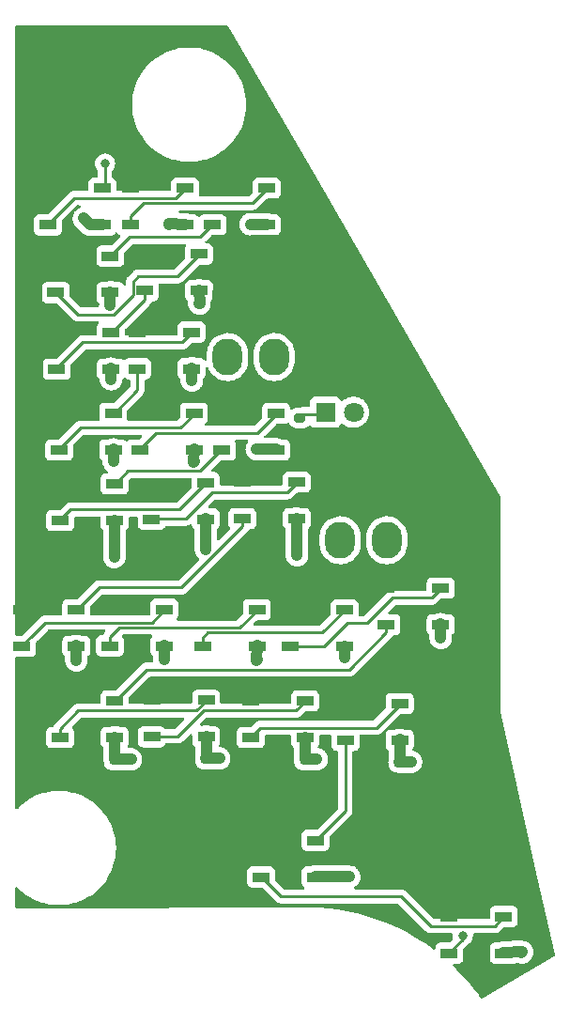
<source format=gbr>
%TF.GenerationSoftware,KiCad,Pcbnew,(6.0.9)*%
%TF.CreationDate,2023-04-01T14:25:18-08:00*%
%TF.ProjectId,LDG WING FOLD PLACARD,4c444720-5749-44e4-9720-464f4c442050,3*%
%TF.SameCoordinates,Original*%
%TF.FileFunction,Copper,L1,Top*%
%TF.FilePolarity,Positive*%
%FSLAX46Y46*%
G04 Gerber Fmt 4.6, Leading zero omitted, Abs format (unit mm)*
G04 Created by KiCad (PCBNEW (6.0.9)) date 2023-04-01 14:25:18*
%MOMM*%
%LPD*%
G01*
G04 APERTURE LIST*
G04 Aperture macros list*
%AMRoundRect*
0 Rectangle with rounded corners*
0 $1 Rounding radius*
0 $2 $3 $4 $5 $6 $7 $8 $9 X,Y pos of 4 corners*
0 Add a 4 corners polygon primitive as box body*
4,1,4,$2,$3,$4,$5,$6,$7,$8,$9,$2,$3,0*
0 Add four circle primitives for the rounded corners*
1,1,$1+$1,$2,$3*
1,1,$1+$1,$4,$5*
1,1,$1+$1,$6,$7*
1,1,$1+$1,$8,$9*
0 Add four rect primitives between the rounded corners*
20,1,$1+$1,$2,$3,$4,$5,0*
20,1,$1+$1,$4,$5,$6,$7,0*
20,1,$1+$1,$6,$7,$8,$9,0*
20,1,$1+$1,$8,$9,$2,$3,0*%
G04 Aperture macros list end*
%TA.AperFunction,SMDPad,CuDef*%
%ADD10RoundRect,0.225000X-0.225000X-0.250000X0.225000X-0.250000X0.225000X0.250000X-0.225000X0.250000X0*%
%TD*%
%TA.AperFunction,SMDPad,CuDef*%
%ADD11RoundRect,0.225000X-0.250000X0.225000X-0.250000X-0.225000X0.250000X-0.225000X0.250000X0.225000X0*%
%TD*%
%TA.AperFunction,SMDPad,CuDef*%
%ADD12R,1.500000X0.900000*%
%TD*%
%TA.AperFunction,SMDPad,CuDef*%
%ADD13RoundRect,0.200000X0.275000X-0.200000X0.275000X0.200000X-0.275000X0.200000X-0.275000X-0.200000X0*%
%TD*%
%TA.AperFunction,ComponentPad*%
%ADD14C,1.800000*%
%TD*%
%TA.AperFunction,ComponentPad*%
%ADD15R,1.800000X1.800000*%
%TD*%
%TA.AperFunction,ComponentPad*%
%ADD16O,2.700000X3.300000*%
%TD*%
%TA.AperFunction,ComponentPad*%
%ADD17RoundRect,0.250001X1.099999X1.399999X-1.099999X1.399999X-1.099999X-1.399999X1.099999X-1.399999X0*%
%TD*%
%TA.AperFunction,ViaPad*%
%ADD18C,1.000000*%
%TD*%
%TA.AperFunction,ViaPad*%
%ADD19C,0.800000*%
%TD*%
%TA.AperFunction,Conductor*%
%ADD20C,1.000000*%
%TD*%
%TA.AperFunction,Conductor*%
%ADD21C,0.250000*%
%TD*%
G04 APERTURE END LIST*
D10*
%TO.P,C2,1*%
%TO.N,/LED+5V*%
X155762500Y-88000000D03*
%TO.P,C2,2*%
%TO.N,/LEDGND*%
X157312500Y-88000000D03*
%TD*%
%TO.P,C3,1*%
%TO.N,/LED+5V*%
X155762500Y-68450000D03*
%TO.P,C3,2*%
%TO.N,/LEDGND*%
X157312500Y-68450000D03*
%TD*%
%TO.P,C4,1*%
%TO.N,/LED+5V*%
X163997500Y-68190000D03*
%TO.P,C4,2*%
%TO.N,/LEDGND*%
X165547500Y-68190000D03*
%TD*%
%TO.P,C5,2*%
%TO.N,/LEDGND*%
X173757500Y-68300000D03*
%TO.P,C5,1*%
%TO.N,/LED+5V*%
X172207500Y-68300000D03*
%TD*%
%TO.P,C6,1*%
%TO.N,/LED+5V*%
X164007500Y-87880000D03*
%TO.P,C6,2*%
%TO.N,/LEDGND*%
X165557500Y-87880000D03*
%TD*%
%TO.P,C7,1*%
%TO.N,/LED+5V*%
X172927500Y-87960000D03*
%TO.P,C7,2*%
%TO.N,/LEDGND*%
X174477500Y-87960000D03*
%TD*%
D11*
%TO.P,C8,1*%
%TO.N,/LED+5V*%
X177300000Y-97015000D03*
%TO.P,C8,2*%
%TO.N,/LEDGND*%
X177300000Y-98565000D03*
%TD*%
D10*
%TO.P,C9,1*%
%TO.N,/LED+5V*%
X181447500Y-88200000D03*
%TO.P,C9,2*%
%TO.N,/LEDGND*%
X182997500Y-88200000D03*
%TD*%
D12*
%TO.P,D2,1,VDD*%
%TO.N,/LED+5V*%
X151300000Y-36525000D03*
%TO.P,D2,2,DOUT*%
%TO.N,Net-(D2-Pad2)*%
X151300000Y-39825000D03*
%TO.P,D2,3,VSS*%
%TO.N,/LEDGND*%
X156200000Y-39825000D03*
%TO.P,D2,4,DIN*%
%TO.N,/DATAIN*%
X156200000Y-36525000D03*
%TD*%
%TO.P,D3,1,VDD*%
%TO.N,/LED+5V*%
X158750000Y-36500000D03*
%TO.P,D3,2,DOUT*%
%TO.N,Net-(D3-Pad2)*%
X158750000Y-39800000D03*
%TO.P,D3,3,VSS*%
%TO.N,/LEDGND*%
X163650000Y-39800000D03*
%TO.P,D3,4,DIN*%
%TO.N,Net-(D2-Pad2)*%
X163650000Y-36500000D03*
%TD*%
%TO.P,D4,1,VDD*%
%TO.N,/LED+5V*%
X166150000Y-36500000D03*
%TO.P,D4,2,DOUT*%
%TO.N,Net-(D4-Pad2)*%
X166150000Y-39800000D03*
%TO.P,D4,3,VSS*%
%TO.N,/LEDGND*%
X171050000Y-39800000D03*
%TO.P,D4,4,DIN*%
%TO.N,Net-(D3-Pad2)*%
X171050000Y-36500000D03*
%TD*%
%TO.P,D5,1,VDD*%
%TO.N,/LED+5V*%
X152025000Y-42625000D03*
%TO.P,D5,2,DOUT*%
%TO.N,Net-(D5-Pad2)*%
X152025000Y-45925000D03*
%TO.P,D5,3,VSS*%
%TO.N,/LEDGND*%
X156925000Y-45925000D03*
%TO.P,D5,4,DIN*%
%TO.N,Net-(D4-Pad2)*%
X156925000Y-42625000D03*
%TD*%
%TO.P,D6,1,VDD*%
%TO.N,/LED+5V*%
X160050000Y-42450000D03*
%TO.P,D6,2,DOUT*%
%TO.N,Net-(D6-Pad2)*%
X160050000Y-45750000D03*
%TO.P,D6,3,VSS*%
%TO.N,/LEDGND*%
X164950000Y-45750000D03*
%TO.P,D6,4,DIN*%
%TO.N,Net-(D5-Pad2)*%
X164950000Y-42450000D03*
%TD*%
%TO.P,D7,1,VDD*%
%TO.N,/LED+5V*%
X152100000Y-49525000D03*
%TO.P,D7,2,DOUT*%
%TO.N,Net-(D7-Pad2)*%
X152100000Y-52825000D03*
%TO.P,D7,3,VSS*%
%TO.N,/LEDGND*%
X157000000Y-52825000D03*
%TO.P,D7,4,DIN*%
%TO.N,Net-(D6-Pad2)*%
X157000000Y-49525000D03*
%TD*%
%TO.P,D8,1,VDD*%
%TO.N,/LED+5V*%
X159375000Y-49500000D03*
%TO.P,D8,2,DOUT*%
%TO.N,Net-(D8-Pad2)*%
X159375000Y-52800000D03*
%TO.P,D8,3,VSS*%
%TO.N,/LEDGND*%
X164275000Y-52800000D03*
%TO.P,D8,4,DIN*%
%TO.N,Net-(D7-Pad2)*%
X164275000Y-49500000D03*
%TD*%
%TO.P,D9,1,VDD*%
%TO.N,/LED+5V*%
X152300000Y-56800000D03*
%TO.P,D9,2,DOUT*%
%TO.N,Net-(D10-Pad4)*%
X152300000Y-60100000D03*
%TO.P,D9,3,VSS*%
%TO.N,/LEDGND*%
X157200000Y-60100000D03*
%TO.P,D9,4,DIN*%
%TO.N,Net-(D8-Pad2)*%
X157200000Y-56800000D03*
%TD*%
%TO.P,D10,1,VDD*%
%TO.N,/LED+5V*%
X159575000Y-56800000D03*
%TO.P,D10,2,DOUT*%
%TO.N,Net-(D10-Pad2)*%
X159575000Y-60100000D03*
%TO.P,D10,3,VSS*%
%TO.N,/LEDGND*%
X164475000Y-60100000D03*
%TO.P,D10,4,DIN*%
%TO.N,Net-(D10-Pad4)*%
X164475000Y-56800000D03*
%TD*%
%TO.P,D11,1,VDD*%
%TO.N,/LED+5V*%
X167000000Y-56800000D03*
%TO.P,D11,2,DOUT*%
%TO.N,Net-(D11-Pad2)*%
X167000000Y-60100000D03*
%TO.P,D11,3,VSS*%
%TO.N,/LEDGND*%
X171900000Y-60100000D03*
%TO.P,D11,4,DIN*%
%TO.N,Net-(D10-Pad2)*%
X171900000Y-56800000D03*
%TD*%
%TO.P,D12,1,VDD*%
%TO.N,/LED+5V*%
X152425000Y-63150000D03*
%TO.P,D12,2,DOUT*%
%TO.N,Net-(D12-Pad2)*%
X152425000Y-66450000D03*
%TO.P,D12,3,VSS*%
%TO.N,/LEDGND*%
X157325000Y-66450000D03*
%TO.P,D12,4,DIN*%
%TO.N,Net-(D11-Pad2)*%
X157325000Y-63150000D03*
%TD*%
D13*
%TO.P,R1,1*%
%TO.N,Net-(D1-Pad1)*%
X174030000Y-57232500D03*
%TO.P,R1,2*%
%TO.N,/LED+5V*%
X174030000Y-55582500D03*
%TD*%
D12*
%TO.P,D13,1,VDD*%
%TO.N,/LED+5V*%
X160650000Y-63050000D03*
%TO.P,D13,2,DOUT*%
%TO.N,Net-(D13-Pad2)*%
X160650000Y-66350000D03*
%TO.P,D13,3,VSS*%
%TO.N,/LEDGND*%
X165550000Y-66350000D03*
%TO.P,D13,4,DIN*%
%TO.N,Net-(D12-Pad2)*%
X165550000Y-63050000D03*
%TD*%
%TO.P,D14,1,VDD*%
%TO.N,/LED+5V*%
X168850000Y-63000000D03*
%TO.P,D14,2,DOUT*%
%TO.N,Net-(D14-Pad2)*%
X168850000Y-66300000D03*
%TO.P,D14,3,VSS*%
%TO.N,/LEDGND*%
X173750000Y-66300000D03*
%TO.P,D14,4,DIN*%
%TO.N,Net-(D13-Pad2)*%
X173750000Y-63000000D03*
%TD*%
%TO.P,D15,1,VDD*%
%TO.N,/LED+5V*%
X148975000Y-74500000D03*
%TO.P,D15,2,DOUT*%
%TO.N,Net-(D15-Pad2)*%
X148975000Y-77800000D03*
%TO.P,D15,3,VSS*%
%TO.N,/LEDGND*%
X153875000Y-77800000D03*
%TO.P,D15,4,DIN*%
%TO.N,Net-(D14-Pad2)*%
X153875000Y-74500000D03*
%TD*%
%TO.P,D16,1,VDD*%
%TO.N,/LED+5V*%
X156900000Y-74475000D03*
%TO.P,D16,2,DOUT*%
%TO.N,Net-(D16-Pad2)*%
X156900000Y-77775000D03*
%TO.P,D16,3,VSS*%
%TO.N,/LEDGND*%
X161800000Y-77775000D03*
%TO.P,D16,4,DIN*%
%TO.N,Net-(D15-Pad2)*%
X161800000Y-74475000D03*
%TD*%
%TO.P,D17,1,VDD*%
%TO.N,/LED+5V*%
X165250000Y-74500000D03*
%TO.P,D17,2,DOUT*%
%TO.N,Net-(D17-Pad2)*%
X165250000Y-77800000D03*
%TO.P,D17,3,VSS*%
%TO.N,/LEDGND*%
X170150000Y-77800000D03*
%TO.P,D17,4,DIN*%
%TO.N,Net-(D16-Pad2)*%
X170150000Y-74500000D03*
%TD*%
%TO.P,D18,1,VDD*%
%TO.N,/LED+5V*%
X173150000Y-74525000D03*
%TO.P,D18,2,DOUT*%
%TO.N,Net-(D18-Pad2)*%
X173150000Y-77825000D03*
%TO.P,D18,3,VSS*%
%TO.N,/LEDGND*%
X178050000Y-77825000D03*
%TO.P,D18,4,DIN*%
%TO.N,Net-(D17-Pad2)*%
X178050000Y-74525000D03*
%TD*%
%TO.P,D19,1,VDD*%
%TO.N,/LED+5V*%
X181825000Y-72550000D03*
%TO.P,D19,2,DOUT*%
%TO.N,Net-(D19-Pad2)*%
X181825000Y-75850000D03*
%TO.P,D19,3,VSS*%
%TO.N,/LEDGND*%
X186725000Y-75850000D03*
%TO.P,D19,4,DIN*%
%TO.N,Net-(D18-Pad2)*%
X186725000Y-72550000D03*
%TD*%
%TO.P,D20,1,VDD*%
%TO.N,/LED+5V*%
X152425000Y-82725000D03*
%TO.P,D20,2,DOUT*%
%TO.N,Net-(D20-Pad2)*%
X152425000Y-86025000D03*
%TO.P,D20,3,VSS*%
%TO.N,/LEDGND*%
X157325000Y-86025000D03*
%TO.P,D20,4,DIN*%
%TO.N,Net-(D19-Pad2)*%
X157325000Y-82725000D03*
%TD*%
%TO.P,D21,1,VDD*%
%TO.N,/LED+5V*%
X160675000Y-82650000D03*
%TO.P,D21,2,DOUT*%
%TO.N,Net-(D21-Pad2)*%
X160675000Y-85950000D03*
%TO.P,D21,3,VSS*%
%TO.N,/LEDGND*%
X165575000Y-85950000D03*
%TO.P,D21,4,DIN*%
%TO.N,Net-(D20-Pad2)*%
X165575000Y-82650000D03*
%TD*%
%TO.P,D22,1,VDD*%
%TO.N,/LED+5V*%
X169600000Y-82725000D03*
%TO.P,D22,2,DOUT*%
%TO.N,Net-(D22-Pad2)*%
X169600000Y-86025000D03*
%TO.P,D22,3,VSS*%
%TO.N,/LEDGND*%
X174500000Y-86025000D03*
%TO.P,D22,4,DIN*%
%TO.N,Net-(D21-Pad2)*%
X174500000Y-82725000D03*
%TD*%
%TO.P,D25,1,VDD*%
%TO.N,/LED+5V*%
X187500000Y-102150000D03*
%TO.P,D25,2,DOUT*%
%TO.N,/DATAOUT*%
X187500000Y-105450000D03*
%TO.P,D25,3,VSS*%
%TO.N,/LEDGND*%
X192400000Y-105450000D03*
%TO.P,D25,4,DIN*%
%TO.N,Net-(D24-Pad2)*%
X192400000Y-102150000D03*
%TD*%
%TO.P,D23,1,VDD*%
%TO.N,/LED+5V*%
X178125000Y-82975000D03*
%TO.P,D23,2,DOUT*%
%TO.N,Net-(D23-Pad2)*%
X178125000Y-86275000D03*
%TO.P,D23,3,VSS*%
%TO.N,/LEDGND*%
X183025000Y-86275000D03*
%TO.P,D23,4,DIN*%
%TO.N,Net-(D22-Pad2)*%
X183025000Y-82975000D03*
%TD*%
%TO.P,D24,1,VDD*%
%TO.N,/LED+5V*%
X170525000Y-95300000D03*
%TO.P,D24,2,DOUT*%
%TO.N,Net-(D24-Pad2)*%
X170525000Y-98600000D03*
%TO.P,D24,3,VSS*%
%TO.N,/LEDGND*%
X175425000Y-98600000D03*
%TO.P,D24,4,DIN*%
%TO.N,Net-(D23-Pad2)*%
X175425000Y-95300000D03*
%TD*%
D14*
%TO.P,D1,2,A*%
%TO.N,/LEDGND*%
X178865000Y-56700000D03*
D15*
%TO.P,D1,1,K*%
%TO.N,Net-(D1-Pad1)*%
X176325000Y-56700000D03*
%TD*%
D16*
%TO.P,J1,4,Pin_4*%
%TO.N,/DATAIN*%
X167504000Y-51728000D03*
%TO.P,J1,3,Pin_3*%
%TO.N,/LEDGND*%
X171704000Y-51728000D03*
%TO.P,J1,2,Pin_2*%
%TO.N,/LED+5V*%
X167504000Y-46228000D03*
D17*
%TO.P,J1,1,Pin_1*%
X171704000Y-46228000D03*
%TD*%
%TO.P,J2,1,Pin_1*%
%TO.N,/LED+5V*%
X181864000Y-62738000D03*
D16*
%TO.P,J2,2,Pin_2*%
X177664000Y-62738000D03*
%TO.P,J2,3,Pin_3*%
%TO.N,/LEDGND*%
X181864000Y-68238000D03*
%TO.P,J2,4,Pin_4*%
%TO.N,/DATAOUT*%
X177664000Y-68238000D03*
%TD*%
D18*
%TO.N,/LEDGND*%
X157020000Y-53730000D03*
X164280000Y-53830000D03*
X164460000Y-61180000D03*
X157210000Y-61110000D03*
X154545000Y-39217600D03*
X162190000Y-39730000D03*
X170140000Y-60020000D03*
X153870000Y-79060000D03*
X157300000Y-69750000D03*
X161800000Y-78960000D03*
X158800000Y-87980000D03*
X178050000Y-78820000D03*
X186725000Y-77045000D03*
X170110000Y-79060000D03*
X165550000Y-69050000D03*
X164980000Y-46910000D03*
X184050000Y-88200000D03*
X169570000Y-39750000D03*
X173760000Y-69600000D03*
X194070000Y-105350000D03*
X156930000Y-47050000D03*
X178480000Y-98580000D03*
X166760000Y-87900000D03*
X175540000Y-87960000D03*
D19*
%TO.N,/DATAIN*%
X156464000Y-34290000D03*
%TO.N,/DATAOUT*%
X188722000Y-103886000D03*
%TD*%
D20*
%TO.N,/LEDGND*%
X157325000Y-69725000D02*
X157325000Y-66450000D01*
X157300000Y-69750000D02*
X157325000Y-69725000D01*
X173750000Y-69590000D02*
X173750000Y-66250000D01*
X173760000Y-69600000D02*
X173750000Y-69590000D01*
X155102400Y-39775000D02*
X154545000Y-39217600D01*
X156200000Y-39775000D02*
X155102400Y-39775000D01*
X178480000Y-98580000D02*
X178477500Y-98577500D01*
X166760000Y-87900000D02*
X166740000Y-87880000D01*
X175540000Y-87960000D02*
X175540000Y-87960000D01*
X184050000Y-88200000D02*
X184050000Y-88200000D01*
X162190000Y-39730000D02*
X162210000Y-39750000D01*
X169570000Y-39750000D02*
X169570000Y-39750000D01*
X156930000Y-47050000D02*
X156925000Y-47045000D01*
X164980000Y-46910000D02*
X164950000Y-46880000D01*
X157020000Y-53730000D02*
X157000000Y-53710000D01*
X164280000Y-53830000D02*
X164275000Y-53825000D01*
X157210000Y-61110000D02*
X157200000Y-61100000D01*
X164460000Y-61180000D02*
X164475000Y-61165000D01*
X153870000Y-79060000D02*
X153875000Y-79055000D01*
X161800000Y-78960000D02*
X161800000Y-78960000D01*
X170110000Y-79060000D02*
X170150000Y-79020000D01*
X178050000Y-78820000D02*
X178050000Y-78850000D01*
X186725000Y-77045000D02*
X186725000Y-77045000D01*
X194070000Y-105350000D02*
X194010000Y-105400000D01*
X170140000Y-60020000D02*
X170170000Y-60050000D01*
X175425000Y-98550000D02*
X177272500Y-98550000D01*
X174500000Y-87950000D02*
X174490000Y-87960000D01*
X183025000Y-88185000D02*
X183010000Y-88200000D01*
X171050000Y-39750000D02*
X169570000Y-39750000D01*
X157200000Y-60050000D02*
X157210000Y-61110000D01*
X178050000Y-77775000D02*
X178050000Y-78820000D01*
X192400000Y-105400000D02*
X194070000Y-105350000D01*
X183025000Y-86225000D02*
X183025000Y-88185000D01*
X157000000Y-52775000D02*
X157020000Y-53730000D01*
X157325000Y-85975000D02*
X157325000Y-88000000D01*
X171900000Y-60050000D02*
X170140000Y-60020000D01*
X156925000Y-45875000D02*
X156930000Y-47050000D01*
X177272500Y-98550000D02*
X177300000Y-98577500D01*
X164950000Y-45700000D02*
X164980000Y-46910000D01*
X165570000Y-87880000D02*
X166760000Y-87900000D01*
X153875000Y-77750000D02*
X153870000Y-79060000D01*
X177300000Y-98577500D02*
X178480000Y-98580000D01*
X186725000Y-75800000D02*
X186725000Y-77045000D01*
X161800000Y-77725000D02*
X161800000Y-78960000D01*
X174500000Y-85975000D02*
X174500000Y-87950000D01*
X165575000Y-87875000D02*
X165570000Y-87880000D01*
X165575000Y-85900000D02*
X165575000Y-87875000D01*
X157325000Y-88000000D02*
X158800000Y-87980000D01*
X170150000Y-77750000D02*
X170110000Y-79060000D01*
X183010000Y-88200000D02*
X184050000Y-88200000D01*
X165550000Y-66300000D02*
X165550000Y-69050000D01*
X163650000Y-39750000D02*
X162190000Y-39730000D01*
X164475000Y-60050000D02*
X164460000Y-61180000D01*
X164275000Y-52750000D02*
X164280000Y-53830000D01*
X174490000Y-87960000D02*
X175540000Y-87960000D01*
D21*
%TO.N,Net-(D1-Pad1)*%
X176210000Y-56870000D02*
X174355000Y-56870000D01*
X174355000Y-56870000D02*
X174030000Y-57195000D01*
%TO.N,Net-(D2-Pad2)*%
X153674999Y-37400001D02*
X162799999Y-37400001D01*
X151300000Y-39775000D02*
X153674999Y-37400001D01*
X162799999Y-37400001D02*
X163650000Y-36550000D01*
%TO.N,/DATAIN*%
X156464000Y-36311000D02*
X156200000Y-36575000D01*
X156464000Y-34290000D02*
X156464000Y-36311000D01*
%TO.N,Net-(D3-Pad2)*%
X158750000Y-39750000D02*
X158750000Y-39000000D01*
X158750000Y-39000000D02*
X159899989Y-37850011D01*
X169749989Y-37850011D02*
X171050000Y-36550000D01*
X159899989Y-37850011D02*
X169749989Y-37850011D01*
%TO.N,Net-(D4-Pad2)*%
X158706000Y-40894000D02*
X165006000Y-40894000D01*
X165006000Y-40894000D02*
X166150000Y-39750000D01*
X156925000Y-42675000D02*
X158706000Y-40894000D01*
%TO.N,Net-(D5-Pad2)*%
X152025000Y-45875000D02*
X154025009Y-47875009D01*
X154025009Y-47875009D02*
X157271731Y-47875009D01*
X158974999Y-46171741D02*
X158974999Y-44939999D01*
X157271731Y-47875009D02*
X158974999Y-46171741D01*
X159464998Y-44450000D02*
X163000000Y-44450000D01*
X163000000Y-44450000D02*
X164950000Y-42500000D01*
X158974999Y-44939999D02*
X159464998Y-44450000D01*
%TO.N,Net-(D6-Pad2)*%
X160050000Y-46525000D02*
X157000000Y-49575000D01*
X160050000Y-45700000D02*
X160050000Y-46525000D01*
%TO.N,Net-(D7-Pad2)*%
X164275000Y-49550000D02*
X163424999Y-50400001D01*
X154474999Y-50400001D02*
X152100000Y-52775000D01*
X163424999Y-50400001D02*
X154474999Y-50400001D01*
%TO.N,Net-(D8-Pad2)*%
X159375000Y-54675000D02*
X157200000Y-56850000D01*
X159375000Y-52750000D02*
X159375000Y-54675000D01*
%TO.N,Net-(D10-Pad4)*%
X154240000Y-58110000D02*
X152300000Y-60050000D01*
X164475000Y-56850000D02*
X163215000Y-58110000D01*
X163215000Y-58110000D02*
X154240000Y-58110000D01*
%TO.N,Net-(D10-Pad2)*%
X161064990Y-58560010D02*
X159575000Y-60050000D01*
X171900000Y-56850000D02*
X170189990Y-58560010D01*
X170189990Y-58560010D02*
X161064990Y-58560010D01*
%TO.N,Net-(D11-Pad2)*%
X158519991Y-62005009D02*
X157325000Y-63200000D01*
X165044991Y-62005009D02*
X158519991Y-62005009D01*
X167000000Y-60050000D02*
X165044991Y-62005009D01*
%TO.N,/DATAOUT*%
X188722000Y-104178000D02*
X187500000Y-105400000D01*
X188722000Y-103886000D02*
X188722000Y-104178000D01*
%TO.N,Net-(D12-Pad2)*%
X152425000Y-66400000D02*
X153350001Y-65474999D01*
X153350001Y-65474999D02*
X163175001Y-65474999D01*
X163175001Y-65474999D02*
X165550000Y-63100000D01*
%TO.N,Net-(D13-Pad2)*%
X160650000Y-66300000D02*
X163714998Y-66300000D01*
X166089997Y-63925001D02*
X172874999Y-63925001D01*
X163714998Y-66300000D02*
X166089997Y-63925001D01*
X172874999Y-63925001D02*
X173750000Y-63050000D01*
%TO.N,Net-(D14-Pad2)*%
X168850000Y-67000000D02*
X168850000Y-66250000D01*
X155935000Y-72490000D02*
X163360000Y-72490000D01*
X163360000Y-72490000D02*
X168850000Y-67000000D01*
X153875000Y-74550000D02*
X155935000Y-72490000D01*
%TO.N,Net-(D15-Pad2)*%
X149825001Y-76894999D02*
X151060000Y-75660000D01*
X148975000Y-77750000D02*
X149825001Y-76899999D01*
X151060000Y-75660000D02*
X160665000Y-75660000D01*
X160665000Y-75660000D02*
X161800000Y-74525000D01*
X149825001Y-76899999D02*
X149825001Y-76894999D01*
%TO.N,Net-(D16-Pad2)*%
X156900000Y-77725000D02*
X156900000Y-76975000D01*
X168589990Y-76110010D02*
X170150000Y-74550000D01*
X157764990Y-76110010D02*
X168589990Y-76110010D01*
X156900000Y-76975000D02*
X157764990Y-76110010D01*
%TO.N,Net-(D17-Pad2)*%
X176064980Y-76560020D02*
X178050000Y-74575000D01*
X165250000Y-77000000D02*
X165689980Y-76560020D01*
X165689980Y-76560020D02*
X176064980Y-76560020D01*
X165250000Y-77750000D02*
X165250000Y-77000000D01*
%TO.N,Net-(D18-Pad2)*%
X173150000Y-77775000D02*
X176214998Y-77775000D01*
X180089998Y-75700000D02*
X182364997Y-73425001D01*
X185899999Y-73425001D02*
X186725000Y-72600000D01*
X176214998Y-77775000D02*
X178289998Y-75700000D01*
X182364997Y-73425001D02*
X185899999Y-73425001D01*
X178289998Y-75700000D02*
X180089998Y-75700000D01*
%TO.N,Net-(D19-Pad2)*%
X181825000Y-76550000D02*
X178489999Y-79885001D01*
X160214999Y-79885001D02*
X157325000Y-82775000D01*
X178489999Y-79885001D02*
X160214999Y-79885001D01*
X181825000Y-75800000D02*
X181825000Y-76550000D01*
%TO.N,Net-(D20-Pad2)*%
X152425000Y-85975000D02*
X152425000Y-85225000D01*
X154049999Y-83600001D02*
X164674999Y-83600001D01*
X152425000Y-85225000D02*
X154049999Y-83600001D01*
X164674999Y-83600001D02*
X165575000Y-82700000D01*
%TO.N,Net-(D21-Pad2)*%
X173674999Y-83600001D02*
X174500000Y-82775000D01*
X160675000Y-85900000D02*
X163030000Y-85900000D01*
X165329999Y-83600001D02*
X173674999Y-83600001D01*
X163030000Y-85900000D02*
X165329999Y-83600001D01*
%TO.N,Net-(D22-Pad2)*%
X180900001Y-85149999D02*
X183025000Y-83025000D01*
X169600000Y-85975000D02*
X170425001Y-85149999D01*
X170425001Y-85149999D02*
X180900001Y-85149999D01*
%TO.N,Net-(D23-Pad2)*%
X178125000Y-92650000D02*
X175425000Y-95350000D01*
X178125000Y-86225000D02*
X178125000Y-92650000D01*
%TO.N,Net-(D24-Pad2)*%
X183134000Y-100330000D02*
X185829001Y-103025001D01*
X172305000Y-100330000D02*
X183134000Y-100330000D01*
X170525000Y-98550000D02*
X172305000Y-100330000D01*
X185829001Y-103025001D02*
X191574999Y-103025001D01*
X191574999Y-103025001D02*
X192400000Y-102200000D01*
%TD*%
%TA.AperFunction,Conductor*%
%TO.N,/LED+5V*%
G36*
X167551265Y-21893049D02*
G01*
X167592263Y-21936047D01*
X175478979Y-35596233D01*
X192081037Y-64351828D01*
X192089105Y-64365803D01*
X192105986Y-64428803D01*
X192105986Y-83524691D01*
X192104574Y-83537558D01*
X192104893Y-83537582D01*
X192104208Y-83546525D01*
X192102259Y-83555292D01*
X192102849Y-83564251D01*
X192105714Y-83607752D01*
X192105986Y-83616032D01*
X192105986Y-83631051D01*
X192106621Y-83635488D01*
X192106622Y-83635498D01*
X192107641Y-83642613D01*
X192108640Y-83652185D01*
X192109614Y-83666968D01*
X192110679Y-83671723D01*
X192112745Y-83680953D01*
X192114517Y-83690618D01*
X192121406Y-83738725D01*
X192125119Y-83746891D01*
X192126384Y-83751217D01*
X192132674Y-83769972D01*
X195450387Y-98589913D01*
X197014630Y-105577252D01*
X197009992Y-105648097D01*
X196967790Y-105705188D01*
X196955398Y-105713475D01*
X190559027Y-109463071D01*
X190497078Y-109499386D01*
X190428195Y-109516580D01*
X190360951Y-109493804D01*
X190330224Y-109463071D01*
X190186255Y-109257947D01*
X190186252Y-109257943D01*
X190185473Y-109256833D01*
X189669107Y-108584996D01*
X189124133Y-107936149D01*
X188678509Y-107449991D01*
X188552501Y-107312522D01*
X188552494Y-107312515D01*
X188551574Y-107311511D01*
X188550628Y-107310564D01*
X188550612Y-107310548D01*
X188147335Y-106907146D01*
X187952502Y-106712252D01*
X187859943Y-106627357D01*
X187823261Y-106566571D01*
X187825265Y-106495602D01*
X187865320Y-106436984D01*
X187930708Y-106409326D01*
X187945111Y-106408500D01*
X188298134Y-106408500D01*
X188360316Y-106401745D01*
X188496705Y-106350615D01*
X188613261Y-106263261D01*
X188700615Y-106146705D01*
X188751745Y-106010316D01*
X188758500Y-105948134D01*
X191141500Y-105948134D01*
X191148255Y-106010316D01*
X191199385Y-106146705D01*
X191286739Y-106263261D01*
X191403295Y-106350615D01*
X191539684Y-106401745D01*
X191601866Y-106408500D01*
X192353063Y-106408500D01*
X192363355Y-106408921D01*
X192373434Y-106409747D01*
X192376947Y-106409642D01*
X192376954Y-106409642D01*
X192413214Y-106408556D01*
X192416985Y-106408500D01*
X193198134Y-106408500D01*
X193205517Y-106407698D01*
X193252466Y-106402598D01*
X193252468Y-106402598D01*
X193260316Y-106401745D01*
X193267711Y-106398973D01*
X193267714Y-106398972D01*
X193294526Y-106388921D01*
X193334983Y-106380959D01*
X193546713Y-106374619D01*
X193701447Y-106369986D01*
X193730106Y-106372413D01*
X193907690Y-106408202D01*
X193913858Y-106408223D01*
X193995394Y-106408500D01*
X194105466Y-106408874D01*
X194111512Y-106407698D01*
X194111514Y-106407698D01*
X194208060Y-106388921D01*
X194299605Y-106371117D01*
X194482714Y-106296371D01*
X194612012Y-106211096D01*
X194639484Y-106188203D01*
X194647294Y-106182198D01*
X194650456Y-106179958D01*
X194655805Y-106176905D01*
X194708741Y-106131025D01*
X194713670Y-106126969D01*
X194716946Y-106124410D01*
X194768847Y-106083861D01*
X194772873Y-106079196D01*
X194772878Y-106079192D01*
X194779775Y-106071202D01*
X194792628Y-106058323D01*
X194800607Y-106051407D01*
X194800609Y-106051405D01*
X194805261Y-106047373D01*
X194825158Y-106021801D01*
X194834863Y-106010731D01*
X194857605Y-105987664D01*
X194871622Y-105966401D01*
X194881432Y-105953429D01*
X194898078Y-105934145D01*
X194901122Y-105928787D01*
X194906338Y-105919606D01*
X194916447Y-105904473D01*
X194922922Y-105896151D01*
X194922926Y-105896145D01*
X194926712Y-105891279D01*
X194941260Y-105862333D01*
X194948632Y-105849586D01*
X194966462Y-105822540D01*
X194971510Y-105810166D01*
X194976082Y-105798961D01*
X194983190Y-105784321D01*
X194992723Y-105767541D01*
X194992724Y-105767540D01*
X194995769Y-105762179D01*
X195001045Y-105746319D01*
X195008023Y-105729507D01*
X195012762Y-105720078D01*
X195012763Y-105720074D01*
X195015531Y-105714568D01*
X195024177Y-105683362D01*
X195028938Y-105669409D01*
X195038843Y-105645131D01*
X195038846Y-105645120D01*
X195041173Y-105639417D01*
X195046029Y-105614419D01*
X195050159Y-105598675D01*
X195056251Y-105580364D01*
X195056252Y-105580360D01*
X195058197Y-105574513D01*
X195060293Y-105557924D01*
X195063872Y-105540082D01*
X195066691Y-105529904D01*
X195066691Y-105529902D01*
X195068335Y-105523969D01*
X195070755Y-105491670D01*
X195072716Y-105477059D01*
X195077716Y-105451321D01*
X195077716Y-105451316D01*
X195078891Y-105445270D01*
X195078799Y-105419807D01*
X195079791Y-105403572D01*
X195082985Y-105378295D01*
X195083380Y-105350000D01*
X195083038Y-105346511D01*
X195082890Y-105342981D01*
X195083234Y-105342967D01*
X195083189Y-105339040D01*
X195082794Y-105339049D01*
X195082653Y-105332890D01*
X195083113Y-105326745D01*
X195079214Y-105294591D01*
X195078298Y-105279871D01*
X195078204Y-105253658D01*
X195078182Y-105247494D01*
X195070004Y-105206954D01*
X195068117Y-105194335D01*
X195064682Y-105159300D01*
X195064681Y-105159294D01*
X195064080Y-105153167D01*
X195062299Y-105147268D01*
X195061240Y-105141921D01*
X195060044Y-105136532D01*
X195059301Y-105130407D01*
X195049231Y-105099625D01*
X195045478Y-105085376D01*
X195040291Y-105059667D01*
X195040289Y-105059661D01*
X195039071Y-105053623D01*
X195036703Y-105047937D01*
X195036702Y-105047932D01*
X195023174Y-105015441D01*
X195018872Y-105003430D01*
X195008697Y-104969730D01*
X195006916Y-104963831D01*
X195004020Y-104958385D01*
X195001907Y-104953258D01*
X194999724Y-104948289D01*
X194997808Y-104942432D01*
X194981946Y-104914185D01*
X194975493Y-104900930D01*
X194965417Y-104876729D01*
X194965416Y-104876727D01*
X194963048Y-104871040D01*
X194959620Y-104865921D01*
X194959615Y-104865911D01*
X194940040Y-104836677D01*
X194933485Y-104825727D01*
X194916956Y-104794640D01*
X194914066Y-104789204D01*
X194910171Y-104784428D01*
X194907156Y-104779890D01*
X194903993Y-104775358D01*
X194900974Y-104769982D01*
X194896975Y-104765302D01*
X194896970Y-104765295D01*
X194879931Y-104745355D01*
X194871026Y-104733606D01*
X194856439Y-104711822D01*
X194853010Y-104706701D01*
X194823762Y-104677459D01*
X194815205Y-104667989D01*
X194792962Y-104640716D01*
X194792961Y-104640715D01*
X194789065Y-104635938D01*
X194784319Y-104632011D01*
X194780451Y-104628116D01*
X194776490Y-104624306D01*
X194772489Y-104619625D01*
X194747064Y-104599556D01*
X194736045Y-104589759D01*
X194717506Y-104571224D01*
X194713147Y-104566866D01*
X194708027Y-104563439D01*
X194708022Y-104563435D01*
X194678781Y-104543864D01*
X194668550Y-104536239D01*
X194641421Y-104513796D01*
X194641419Y-104513795D01*
X194636675Y-104509870D01*
X194631259Y-104506941D01*
X194626726Y-104503884D01*
X194622082Y-104500904D01*
X194617246Y-104497087D01*
X194611764Y-104494283D01*
X194611760Y-104494281D01*
X194588408Y-104482339D01*
X194575697Y-104474869D01*
X194553914Y-104460290D01*
X194553912Y-104460289D01*
X194548786Y-104456858D01*
X194510593Y-104440964D01*
X194499090Y-104435478D01*
X194462701Y-104415802D01*
X194456815Y-104413980D01*
X194451825Y-104411882D01*
X194446654Y-104409847D01*
X194441159Y-104407037D01*
X194410019Y-104398175D01*
X194396096Y-104393316D01*
X194371879Y-104383238D01*
X194371872Y-104383236D01*
X194366189Y-104380871D01*
X194325640Y-104372699D01*
X194313274Y-104369547D01*
X194279660Y-104359142D01*
X194279661Y-104359142D01*
X194273768Y-104357318D01*
X194267632Y-104356673D01*
X194262247Y-104355568D01*
X194256862Y-104354591D01*
X194250935Y-104352904D01*
X194218658Y-104350259D01*
X194204060Y-104348197D01*
X194172310Y-104341798D01*
X194166146Y-104341777D01*
X194166145Y-104341777D01*
X194158622Y-104341752D01*
X194130950Y-104341658D01*
X194118220Y-104340969D01*
X194077075Y-104336645D01*
X194031822Y-104340763D01*
X194019980Y-104341281D01*
X193974534Y-104341127D01*
X193968484Y-104342303D01*
X193968478Y-104342304D01*
X193967688Y-104342458D01*
X193947413Y-104344718D01*
X192323140Y-104393349D01*
X192323137Y-104393349D01*
X192320072Y-104393441D01*
X192317019Y-104393833D01*
X192317018Y-104393833D01*
X192179628Y-104411470D01*
X192179627Y-104411470D01*
X192173506Y-104412256D01*
X191985965Y-104475060D01*
X191980608Y-104478117D01*
X191975276Y-104480504D01*
X191923797Y-104491500D01*
X191601866Y-104491500D01*
X191539684Y-104498255D01*
X191403295Y-104549385D01*
X191286739Y-104636739D01*
X191199385Y-104753295D01*
X191148255Y-104889684D01*
X191141500Y-104951866D01*
X191141500Y-105948134D01*
X188758500Y-105948134D01*
X188758500Y-105089595D01*
X188778502Y-105021474D01*
X188795405Y-105000500D01*
X189054148Y-104741757D01*
X189091994Y-104715745D01*
X189172722Y-104679803D01*
X189172724Y-104679802D01*
X189178752Y-104677118D01*
X189333253Y-104564866D01*
X189352163Y-104543864D01*
X189456621Y-104427852D01*
X189456622Y-104427851D01*
X189461040Y-104422944D01*
X189556527Y-104257556D01*
X189615542Y-104075928D01*
X189635504Y-103886000D01*
X189626220Y-103797670D01*
X189638992Y-103727834D01*
X189687494Y-103675987D01*
X189751530Y-103658501D01*
X191496232Y-103658501D01*
X191507415Y-103659028D01*
X191514908Y-103660703D01*
X191522834Y-103660454D01*
X191522835Y-103660454D01*
X191582985Y-103658563D01*
X191586944Y-103658501D01*
X191614855Y-103658501D01*
X191618790Y-103658004D01*
X191618855Y-103657996D01*
X191630692Y-103657063D01*
X191662950Y-103656049D01*
X191666969Y-103655923D01*
X191674888Y-103655674D01*
X191694342Y-103650022D01*
X191713699Y-103646014D01*
X191725929Y-103644469D01*
X191725930Y-103644469D01*
X191733796Y-103643475D01*
X191741167Y-103640556D01*
X191741169Y-103640556D01*
X191774911Y-103627197D01*
X191786141Y-103623352D01*
X191820982Y-103613230D01*
X191820983Y-103613230D01*
X191828592Y-103611019D01*
X191835411Y-103606986D01*
X191835416Y-103606984D01*
X191846027Y-103600708D01*
X191863775Y-103592013D01*
X191882616Y-103584553D01*
X191918386Y-103558565D01*
X191928306Y-103552049D01*
X191959534Y-103533581D01*
X191959537Y-103533579D01*
X191966361Y-103529543D01*
X191980682Y-103515222D01*
X191995716Y-103502381D01*
X192005693Y-103495132D01*
X192012106Y-103490473D01*
X192040297Y-103456396D01*
X192048287Y-103447617D01*
X192350499Y-103145405D01*
X192412811Y-103111379D01*
X192439594Y-103108500D01*
X193198134Y-103108500D01*
X193260316Y-103101745D01*
X193396705Y-103050615D01*
X193513261Y-102963261D01*
X193600615Y-102846705D01*
X193651745Y-102710316D01*
X193658500Y-102648134D01*
X193658500Y-101651866D01*
X193651745Y-101589684D01*
X193600615Y-101453295D01*
X193513261Y-101336739D01*
X193396705Y-101249385D01*
X193260316Y-101198255D01*
X193198134Y-101191500D01*
X191601866Y-101191500D01*
X191539684Y-101198255D01*
X191403295Y-101249385D01*
X191286739Y-101336739D01*
X191199385Y-101453295D01*
X191148255Y-101589684D01*
X191141500Y-101651866D01*
X191141500Y-102265501D01*
X191121498Y-102333622D01*
X191067842Y-102380115D01*
X191015500Y-102391501D01*
X186143595Y-102391501D01*
X186075474Y-102371499D01*
X186054500Y-102354596D01*
X183637652Y-99937747D01*
X183630112Y-99929461D01*
X183626000Y-99922982D01*
X183576348Y-99876356D01*
X183573507Y-99873602D01*
X183553770Y-99853865D01*
X183550573Y-99851385D01*
X183541551Y-99843680D01*
X183515100Y-99818841D01*
X183509321Y-99813414D01*
X183502375Y-99809595D01*
X183502372Y-99809593D01*
X183491566Y-99803652D01*
X183475047Y-99792801D01*
X183474583Y-99792441D01*
X183459041Y-99780386D01*
X183451772Y-99777241D01*
X183451768Y-99777238D01*
X183418463Y-99762826D01*
X183407813Y-99757609D01*
X183369060Y-99736305D01*
X183349437Y-99731267D01*
X183330734Y-99724863D01*
X183319420Y-99719967D01*
X183319419Y-99719967D01*
X183312145Y-99716819D01*
X183304322Y-99715580D01*
X183304312Y-99715577D01*
X183268476Y-99709901D01*
X183256856Y-99707495D01*
X183221711Y-99698472D01*
X183221710Y-99698472D01*
X183214030Y-99696500D01*
X183193776Y-99696500D01*
X183174065Y-99694949D01*
X183161886Y-99693020D01*
X183154057Y-99691780D01*
X183146165Y-99692526D01*
X183110039Y-99695941D01*
X183098181Y-99696500D01*
X179035443Y-99696500D01*
X178967322Y-99676498D01*
X178920829Y-99622842D01*
X178910725Y-99552568D01*
X178940219Y-99487988D01*
X178978633Y-99458034D01*
X179017495Y-99438404D01*
X179017497Y-99438403D01*
X179022996Y-99435625D01*
X179027851Y-99431831D01*
X179028633Y-99431335D01*
X179029466Y-99430852D01*
X179030143Y-99430404D01*
X179031029Y-99429830D01*
X179031225Y-99429689D01*
X179032560Y-99428805D01*
X179037847Y-99426018D01*
X179038390Y-99425579D01*
X179039007Y-99425252D01*
X179107526Y-99369610D01*
X179109360Y-99368150D01*
X179173986Y-99317659D01*
X179173987Y-99317658D01*
X179178847Y-99313861D01*
X179182877Y-99309193D01*
X179183554Y-99308548D01*
X179184083Y-99308084D01*
X179184308Y-99307861D01*
X179185653Y-99306556D01*
X179185936Y-99306253D01*
X179186805Y-99305394D01*
X179191548Y-99301553D01*
X179191996Y-99301015D01*
X179192537Y-99300576D01*
X179196428Y-99295893D01*
X179196435Y-99295886D01*
X179248945Y-99232684D01*
X179250417Y-99230945D01*
X179308078Y-99164145D01*
X179311127Y-99158778D01*
X179311643Y-99158046D01*
X179312163Y-99157368D01*
X179312498Y-99156874D01*
X179313307Y-99155704D01*
X179313487Y-99155414D01*
X179314271Y-99154256D01*
X179318147Y-99149605D01*
X179318482Y-99148991D01*
X179318928Y-99148454D01*
X179321805Y-99143160D01*
X179321809Y-99143154D01*
X179361058Y-99070930D01*
X179362210Y-99068858D01*
X179402721Y-98997545D01*
X179402722Y-98997542D01*
X179405769Y-98992179D01*
X179407714Y-98986332D01*
X179408091Y-98985485D01*
X179408453Y-98984753D01*
X179408662Y-98984258D01*
X179409256Y-98982889D01*
X179409389Y-98982537D01*
X179409918Y-98981286D01*
X179412822Y-98975960D01*
X179413032Y-98975290D01*
X179413364Y-98974679D01*
X179439629Y-98890465D01*
X179440349Y-98888229D01*
X179466255Y-98810352D01*
X179466256Y-98810349D01*
X179468197Y-98804513D01*
X179468968Y-98798408D01*
X179469180Y-98797477D01*
X179469408Y-98796631D01*
X179469541Y-98795989D01*
X179469814Y-98794730D01*
X179469865Y-98794424D01*
X179470165Y-98792976D01*
X179471965Y-98787232D01*
X179472041Y-98786536D01*
X179472248Y-98785871D01*
X179481663Y-98698087D01*
X179481934Y-98695770D01*
X179492543Y-98611797D01*
X179492544Y-98611790D01*
X179492985Y-98608295D01*
X179493218Y-98591596D01*
X179493325Y-98590612D01*
X179493264Y-98589913D01*
X179493338Y-98589222D01*
X179493263Y-98588378D01*
X179493380Y-98580000D01*
X179490672Y-98552386D01*
X179484319Y-98487587D01*
X179484197Y-98486274D01*
X179476620Y-98399673D01*
X179476088Y-98393587D01*
X179475891Y-98392910D01*
X179475830Y-98392221D01*
X179474532Y-98387775D01*
X179474080Y-98383167D01*
X179447211Y-98294172D01*
X179446870Y-98293022D01*
X179422587Y-98209439D01*
X179422586Y-98209437D01*
X179420909Y-98203664D01*
X179420591Y-98203050D01*
X179420393Y-98202373D01*
X179418252Y-98198257D01*
X179416916Y-98193831D01*
X179398043Y-98158335D01*
X179373269Y-98111740D01*
X179372657Y-98110574D01*
X179332681Y-98033454D01*
X179332680Y-98033452D01*
X179329892Y-98028074D01*
X179329457Y-98027529D01*
X179329134Y-98026908D01*
X179326240Y-98023293D01*
X179324066Y-98019204D01*
X179265261Y-97947102D01*
X179264433Y-97946075D01*
X179234198Y-97908201D01*
X179233262Y-97907028D01*
X179232895Y-97906661D01*
X179232455Y-97906141D01*
X179209377Y-97877313D01*
X179205533Y-97872511D01*
X179201992Y-97869527D01*
X179199065Y-97865938D01*
X179194323Y-97862015D01*
X179194315Y-97862007D01*
X179163166Y-97836239D01*
X179158841Y-97832492D01*
X179157606Y-97831372D01*
X179155425Y-97829191D01*
X179104780Y-97787590D01*
X179103582Y-97786593D01*
X179059015Y-97749036D01*
X179059009Y-97749032D01*
X179054297Y-97745061D01*
X179051274Y-97743391D01*
X179047665Y-97740675D01*
X179045997Y-97739305D01*
X179045996Y-97739304D01*
X179041239Y-97735397D01*
X178891857Y-97655299D01*
X178890528Y-97654576D01*
X178881186Y-97649415D01*
X178881184Y-97649414D01*
X178882274Y-97647442D01*
X178881643Y-97646918D01*
X178880433Y-97649174D01*
X178872370Y-97644851D01*
X178866937Y-97641938D01*
X178861045Y-97640136D01*
X178861041Y-97640135D01*
X178683700Y-97585916D01*
X178683698Y-97585916D01*
X178677802Y-97584113D01*
X178619949Y-97578236D01*
X178487166Y-97564748D01*
X178487161Y-97564748D01*
X178481038Y-97564126D01*
X178429172Y-97569029D01*
X178410786Y-97570767D01*
X178398661Y-97571326D01*
X177536271Y-97569499D01*
X177498437Y-97563600D01*
X177489070Y-97560628D01*
X177489060Y-97560626D01*
X177483194Y-97558765D01*
X177477898Y-97558171D01*
X177472802Y-97556613D01*
X177380243Y-97547210D01*
X177379107Y-97547089D01*
X177345492Y-97543319D01*
X177332770Y-97541892D01*
X177332766Y-97541892D01*
X177329273Y-97541500D01*
X177325746Y-97541500D01*
X177324761Y-97541445D01*
X177319081Y-97540998D01*
X177289675Y-97538011D01*
X177282163Y-97537248D01*
X177282161Y-97537248D01*
X177276038Y-97536626D01*
X177233759Y-97540623D01*
X177230391Y-97540941D01*
X177218533Y-97541500D01*
X175375231Y-97541500D01*
X175372175Y-97541800D01*
X175372168Y-97541800D01*
X175316915Y-97547218D01*
X175228167Y-97555920D01*
X175222266Y-97557702D01*
X175222264Y-97557702D01*
X175200987Y-97564126D01*
X175038831Y-97613084D01*
X175033392Y-97615976D01*
X175013125Y-97626752D01*
X174953972Y-97641500D01*
X174626866Y-97641500D01*
X174564684Y-97648255D01*
X174428295Y-97699385D01*
X174311739Y-97786739D01*
X174224385Y-97903295D01*
X174173255Y-98039684D01*
X174166500Y-98101866D01*
X174166500Y-99098134D01*
X174173255Y-99160316D01*
X174224385Y-99296705D01*
X174311739Y-99413261D01*
X174371480Y-99458034D01*
X174387011Y-99469674D01*
X174429526Y-99526533D01*
X174434552Y-99597351D01*
X174400492Y-99659645D01*
X174338161Y-99693635D01*
X174311446Y-99696500D01*
X172619595Y-99696500D01*
X172551474Y-99676498D01*
X172530499Y-99659595D01*
X171820404Y-98949499D01*
X171786379Y-98887187D01*
X171783500Y-98860404D01*
X171783500Y-98101866D01*
X171776745Y-98039684D01*
X171725615Y-97903295D01*
X171638261Y-97786739D01*
X171521705Y-97699385D01*
X171385316Y-97648255D01*
X171323134Y-97641500D01*
X169726866Y-97641500D01*
X169664684Y-97648255D01*
X169528295Y-97699385D01*
X169411739Y-97786739D01*
X169324385Y-97903295D01*
X169273255Y-98039684D01*
X169266500Y-98101866D01*
X169266500Y-99098134D01*
X169273255Y-99160316D01*
X169324385Y-99296705D01*
X169411739Y-99413261D01*
X169528295Y-99500615D01*
X169664684Y-99551745D01*
X169726866Y-99558500D01*
X170585406Y-99558500D01*
X170653527Y-99578502D01*
X170674501Y-99595405D01*
X171801343Y-100722247D01*
X171808887Y-100730537D01*
X171813000Y-100737018D01*
X171818777Y-100742443D01*
X171862667Y-100783658D01*
X171865509Y-100786413D01*
X171885230Y-100806134D01*
X171888425Y-100808612D01*
X171897447Y-100816318D01*
X171929679Y-100846586D01*
X171936628Y-100850406D01*
X171947432Y-100856346D01*
X171963956Y-100867199D01*
X171979959Y-100879613D01*
X172020543Y-100897176D01*
X172031173Y-100902383D01*
X172069940Y-100923695D01*
X172077617Y-100925666D01*
X172077622Y-100925668D01*
X172089558Y-100928732D01*
X172108266Y-100935137D01*
X172126855Y-100943181D01*
X172134683Y-100944421D01*
X172134690Y-100944423D01*
X172170524Y-100950099D01*
X172182144Y-100952505D01*
X172201721Y-100957531D01*
X172224970Y-100963500D01*
X172245224Y-100963500D01*
X172264934Y-100965051D01*
X172284943Y-100968220D01*
X172292835Y-100967474D01*
X172328961Y-100964059D01*
X172340819Y-100963500D01*
X182819406Y-100963500D01*
X182887527Y-100983502D01*
X182908501Y-101000405D01*
X184143711Y-102235616D01*
X185325349Y-103417254D01*
X185332889Y-103425540D01*
X185337001Y-103432019D01*
X185342778Y-103437444D01*
X185386652Y-103478644D01*
X185389494Y-103481399D01*
X185409231Y-103501136D01*
X185412428Y-103503616D01*
X185421448Y-103511319D01*
X185453680Y-103541587D01*
X185460626Y-103545406D01*
X185460629Y-103545408D01*
X185471435Y-103551349D01*
X185487954Y-103562200D01*
X185503960Y-103574615D01*
X185511229Y-103577760D01*
X185511233Y-103577763D01*
X185544538Y-103592175D01*
X185555188Y-103597392D01*
X185593941Y-103618696D01*
X185601616Y-103620667D01*
X185601617Y-103620667D01*
X185613563Y-103623734D01*
X185632268Y-103630138D01*
X185650856Y-103638182D01*
X185658679Y-103639421D01*
X185658689Y-103639424D01*
X185694525Y-103645100D01*
X185706145Y-103647506D01*
X185737960Y-103655674D01*
X185748971Y-103658501D01*
X185769225Y-103658501D01*
X185788935Y-103660052D01*
X185808944Y-103663221D01*
X185816836Y-103662475D01*
X185835581Y-103660703D01*
X185852963Y-103659060D01*
X185864820Y-103658501D01*
X187692470Y-103658501D01*
X187760591Y-103678503D01*
X187807084Y-103732159D01*
X187817780Y-103797670D01*
X187808496Y-103886000D01*
X187828458Y-104075928D01*
X187830498Y-104082206D01*
X187831872Y-104088668D01*
X187829381Y-104089198D01*
X187831072Y-104148739D01*
X187798312Y-104205784D01*
X187549499Y-104454596D01*
X187487187Y-104488621D01*
X187460404Y-104491500D01*
X186701866Y-104491500D01*
X186639684Y-104498255D01*
X186503295Y-104549385D01*
X186386739Y-104636739D01*
X186299385Y-104753295D01*
X186248255Y-104889684D01*
X186241500Y-104951866D01*
X186241500Y-105001706D01*
X186221498Y-105069827D01*
X186167842Y-105116320D01*
X186097568Y-105126424D01*
X186038685Y-105101583D01*
X186008784Y-105078586D01*
X186008766Y-105078573D01*
X186007691Y-105077746D01*
X186006572Y-105076960D01*
X186006561Y-105076952D01*
X185315405Y-104591534D01*
X185314276Y-104590741D01*
X184986106Y-104380871D01*
X184601552Y-104134942D01*
X184601531Y-104134929D01*
X184600422Y-104134220D01*
X184183842Y-103892565D01*
X183868634Y-103709715D01*
X183868626Y-103709711D01*
X183867470Y-103709040D01*
X183778535Y-103662475D01*
X183118020Y-103316640D01*
X183118004Y-103316632D01*
X183116793Y-103315998D01*
X182349800Y-102955831D01*
X181567931Y-102629215D01*
X181566688Y-102628758D01*
X181566673Y-102628752D01*
X180773906Y-102337225D01*
X180773886Y-102337218D01*
X180772651Y-102336764D01*
X179965453Y-102079025D01*
X179964143Y-102078668D01*
X179964128Y-102078664D01*
X179487899Y-101949040D01*
X179147851Y-101856482D01*
X179134192Y-101853393D01*
X178322716Y-101669855D01*
X178322699Y-101669851D01*
X178321379Y-101669553D01*
X178320026Y-101669308D01*
X178320021Y-101669307D01*
X177923646Y-101597540D01*
X177487588Y-101518588D01*
X176648042Y-101403870D01*
X176646724Y-101403748D01*
X176646700Y-101403745D01*
X175826619Y-101327684D01*
X175820559Y-101326914D01*
X175816871Y-101326021D01*
X175812030Y-101325618D01*
X175812029Y-101325618D01*
X175811339Y-101325561D01*
X175804361Y-101324980D01*
X175799510Y-101325327D01*
X175799506Y-101325327D01*
X175753019Y-101328653D01*
X175744318Y-101328974D01*
X148462790Y-101391794D01*
X148394624Y-101371949D01*
X148348007Y-101318400D01*
X148336500Y-101265794D01*
X148336500Y-99608366D01*
X148356502Y-99540245D01*
X148410158Y-99493752D01*
X148480432Y-99483648D01*
X148545012Y-99513142D01*
X148555397Y-99523242D01*
X148615288Y-99588602D01*
X148646426Y-99622583D01*
X148648446Y-99624434D01*
X148975991Y-99924573D01*
X148975999Y-99924580D01*
X148978027Y-99926438D01*
X148980219Y-99928120D01*
X149332668Y-100198565D01*
X149332680Y-100198573D01*
X149334848Y-100200237D01*
X149714175Y-100441895D01*
X150113120Y-100649572D01*
X150528647Y-100821690D01*
X150784596Y-100902390D01*
X150954971Y-100956109D01*
X150954978Y-100956111D01*
X150957595Y-100956936D01*
X150960280Y-100957531D01*
X150960279Y-100957531D01*
X151393999Y-101053685D01*
X151394002Y-101053686D01*
X151396697Y-101054283D01*
X151399427Y-101054642D01*
X151399436Y-101054644D01*
X151619655Y-101083636D01*
X151842613Y-101112989D01*
X152111404Y-101124724D01*
X152174996Y-101127501D01*
X152175001Y-101127501D01*
X152176373Y-101127561D01*
X152407523Y-101127561D01*
X152408895Y-101127501D01*
X152408900Y-101127501D01*
X152472492Y-101124724D01*
X152741283Y-101112989D01*
X152964241Y-101083636D01*
X153184460Y-101054644D01*
X153184469Y-101054642D01*
X153187199Y-101054283D01*
X153189894Y-101053686D01*
X153189897Y-101053685D01*
X153623617Y-100957531D01*
X153623616Y-100957531D01*
X153626301Y-100956936D01*
X153628918Y-100956111D01*
X153628925Y-100956109D01*
X153799300Y-100902390D01*
X154055249Y-100821690D01*
X154470776Y-100649572D01*
X154869721Y-100441895D01*
X155249048Y-100200237D01*
X155251216Y-100198573D01*
X155251228Y-100198565D01*
X155603677Y-99928120D01*
X155605869Y-99926438D01*
X155607897Y-99924580D01*
X155607905Y-99924573D01*
X155935450Y-99624434D01*
X155937470Y-99622583D01*
X155968608Y-99588602D01*
X156239460Y-99293018D01*
X156239467Y-99293010D01*
X156241325Y-99290982D01*
X156286059Y-99232684D01*
X156513452Y-98936341D01*
X156513460Y-98936329D01*
X156515124Y-98934161D01*
X156543678Y-98889341D01*
X156609147Y-98786575D01*
X156756782Y-98554834D01*
X156964459Y-98155889D01*
X157136577Y-97740362D01*
X157271823Y-97311414D01*
X157369170Y-96872312D01*
X157427876Y-96426396D01*
X157447494Y-95977061D01*
X157427876Y-95527726D01*
X157369170Y-95081810D01*
X157271823Y-94642708D01*
X157257131Y-94596109D01*
X157165217Y-94304595D01*
X157136577Y-94213760D01*
X156964459Y-93798233D01*
X156756782Y-93399288D01*
X156546855Y-93069769D01*
X156516599Y-93022276D01*
X156516597Y-93022273D01*
X156515124Y-93019961D01*
X156513460Y-93017793D01*
X156513452Y-93017781D01*
X156243007Y-92665332D01*
X156241325Y-92663140D01*
X156239467Y-92661112D01*
X156239460Y-92661104D01*
X155939321Y-92333559D01*
X155937470Y-92331539D01*
X155935450Y-92329688D01*
X155607905Y-92029549D01*
X155607897Y-92029542D01*
X155605869Y-92027684D01*
X155603677Y-92026002D01*
X155251228Y-91755557D01*
X155251216Y-91755549D01*
X155249048Y-91753885D01*
X154869721Y-91512227D01*
X154470776Y-91304550D01*
X154055249Y-91132432D01*
X153781886Y-91046241D01*
X153628925Y-90998013D01*
X153628918Y-90998011D01*
X153626301Y-90997186D01*
X153542323Y-90978568D01*
X153189897Y-90900437D01*
X153189894Y-90900436D01*
X153187199Y-90899839D01*
X153184469Y-90899480D01*
X153184460Y-90899478D01*
X152964241Y-90870486D01*
X152741283Y-90841133D01*
X152472492Y-90829398D01*
X152408900Y-90826621D01*
X152408895Y-90826621D01*
X152407523Y-90826561D01*
X152176373Y-90826561D01*
X152175001Y-90826621D01*
X152174996Y-90826621D01*
X152111404Y-90829398D01*
X151842613Y-90841133D01*
X151619655Y-90870486D01*
X151399436Y-90899478D01*
X151399427Y-90899480D01*
X151396697Y-90899839D01*
X151394002Y-90900436D01*
X151393999Y-90900437D01*
X151041573Y-90978568D01*
X150957595Y-90997186D01*
X150954978Y-90998011D01*
X150954971Y-90998013D01*
X150802010Y-91046241D01*
X150528647Y-91132432D01*
X150113120Y-91304550D01*
X149714175Y-91512227D01*
X149334848Y-91753885D01*
X149332680Y-91755549D01*
X149332668Y-91755557D01*
X148980219Y-92026002D01*
X148978027Y-92027684D01*
X148975999Y-92029542D01*
X148975991Y-92029549D01*
X148648446Y-92329688D01*
X148646426Y-92331539D01*
X148644575Y-92333559D01*
X148555397Y-92430880D01*
X148494628Y-92467591D01*
X148423659Y-92465620D01*
X148365022Y-92425593D01*
X148337333Y-92360218D01*
X148336500Y-92345756D01*
X148336500Y-78884500D01*
X148356502Y-78816379D01*
X148410158Y-78769886D01*
X148462500Y-78758500D01*
X149773134Y-78758500D01*
X149835316Y-78751745D01*
X149971705Y-78700615D01*
X150088261Y-78613261D01*
X150175615Y-78496705D01*
X150226745Y-78360316D01*
X150233500Y-78298134D01*
X152616500Y-78298134D01*
X152623255Y-78360316D01*
X152674385Y-78496705D01*
X152761739Y-78613261D01*
X152812233Y-78651104D01*
X152854747Y-78707964D01*
X152862666Y-78752411D01*
X152861742Y-78994494D01*
X152860958Y-79008057D01*
X152856719Y-79045851D01*
X152857165Y-79051159D01*
X152856626Y-79056462D01*
X152861949Y-79112769D01*
X152865375Y-79149016D01*
X152865492Y-79150331D01*
X152872630Y-79235332D01*
X152873268Y-79242934D01*
X152874692Y-79247901D01*
X152875176Y-79253037D01*
X152875223Y-79253196D01*
X152875239Y-79253362D01*
X152876938Y-79259060D01*
X152876938Y-79259062D01*
X152901792Y-79342433D01*
X152902162Y-79343699D01*
X152925657Y-79425635D01*
X152927783Y-79433050D01*
X152930145Y-79437645D01*
X152931617Y-79442590D01*
X152931693Y-79442733D01*
X152931741Y-79442896D01*
X152975145Y-79525221D01*
X152975666Y-79526221D01*
X153018187Y-79608956D01*
X153021393Y-79613001D01*
X153023800Y-79617570D01*
X153023905Y-79617699D01*
X153023982Y-79617846D01*
X153082418Y-79690008D01*
X153083242Y-79691037D01*
X153118172Y-79735107D01*
X153141035Y-79763953D01*
X153144970Y-79767302D01*
X153148215Y-79771312D01*
X153148343Y-79771419D01*
X153148447Y-79771547D01*
X153175945Y-79794457D01*
X153219766Y-79830967D01*
X153220776Y-79831818D01*
X153244301Y-79851839D01*
X153291650Y-79892136D01*
X153296159Y-79894656D01*
X153300123Y-79897961D01*
X153300271Y-79898042D01*
X153300396Y-79898146D01*
X153305680Y-79901027D01*
X153305683Y-79901029D01*
X153382003Y-79942640D01*
X153383158Y-79943278D01*
X153458922Y-79985622D01*
X153458925Y-79985623D01*
X153464294Y-79988624D01*
X153469205Y-79990220D01*
X153473736Y-79992692D01*
X153473893Y-79992741D01*
X153474041Y-79992822D01*
X153479978Y-79994682D01*
X153479979Y-79994683D01*
X153499990Y-80000954D01*
X153562841Y-80020650D01*
X153563949Y-80021004D01*
X153652392Y-80049740D01*
X153657518Y-80050351D01*
X153662445Y-80051897D01*
X153662608Y-80051915D01*
X153662768Y-80051965D01*
X153693516Y-80055305D01*
X153755108Y-80061996D01*
X153756420Y-80062145D01*
X153842663Y-80072429D01*
X153842664Y-80072429D01*
X153848777Y-80073158D01*
X153853925Y-80072762D01*
X153859057Y-80073321D01*
X153859225Y-80073306D01*
X153859388Y-80073324D01*
X153884469Y-80071130D01*
X153951969Y-80065225D01*
X153953282Y-80065117D01*
X154039830Y-80058457D01*
X154039834Y-80058456D01*
X154045972Y-80057984D01*
X154050942Y-80056596D01*
X154056087Y-80056148D01*
X154056247Y-80056102D01*
X154056413Y-80056087D01*
X154062084Y-80054439D01*
X154062086Y-80054439D01*
X154145700Y-80030146D01*
X154146971Y-80029784D01*
X154230532Y-80006454D01*
X154230533Y-80006454D01*
X154236463Y-80004798D01*
X154241068Y-80002472D01*
X154246030Y-80001032D01*
X154246180Y-80000954D01*
X154246336Y-80000909D01*
X154328847Y-79958139D01*
X154330015Y-79957541D01*
X154407495Y-79918404D01*
X154407497Y-79918403D01*
X154412996Y-79915625D01*
X154417064Y-79912447D01*
X154421649Y-79910072D01*
X154421779Y-79909968D01*
X154421926Y-79909892D01*
X154494652Y-79851836D01*
X154495684Y-79851022D01*
X154563985Y-79797660D01*
X154563987Y-79797658D01*
X154568847Y-79793861D01*
X154572222Y-79789951D01*
X154576256Y-79786733D01*
X154609868Y-79746985D01*
X154616985Y-79739249D01*
X154623309Y-79732925D01*
X154657716Y-79691037D01*
X154658987Y-79689490D01*
X154660970Y-79687135D01*
X154694051Y-79648810D01*
X154698078Y-79644145D01*
X154700627Y-79639658D01*
X154703963Y-79635713D01*
X154705364Y-79633188D01*
X154707000Y-79631039D01*
X154717103Y-79618739D01*
X154793577Y-79476116D01*
X154795035Y-79473474D01*
X154795750Y-79472214D01*
X154797429Y-79473167D01*
X154797763Y-79472773D01*
X154795903Y-79471776D01*
X154807649Y-79449870D01*
X154807649Y-79449869D01*
X154810562Y-79444437D01*
X154849220Y-79317995D01*
X154866584Y-79261200D01*
X154866584Y-79261198D01*
X154868387Y-79255302D01*
X154875578Y-79184512D01*
X154887752Y-79064666D01*
X154887752Y-79064661D01*
X154888374Y-79058538D01*
X154882320Y-78994494D01*
X154879478Y-78964423D01*
X154878920Y-78952085D01*
X154879664Y-78757197D01*
X154899926Y-78689153D01*
X154930098Y-78656852D01*
X154981080Y-78618643D01*
X154981081Y-78618642D01*
X154988261Y-78613261D01*
X155075615Y-78496705D01*
X155126745Y-78360316D01*
X155133500Y-78298134D01*
X155133500Y-77301866D01*
X155126745Y-77239684D01*
X155075615Y-77103295D01*
X154988261Y-76986739D01*
X154871705Y-76899385D01*
X154735316Y-76848255D01*
X154673134Y-76841500D01*
X154347742Y-76841500D01*
X154287391Y-76826106D01*
X154276678Y-76820260D01*
X154276669Y-76820256D01*
X154271264Y-76817307D01*
X154265386Y-76815463D01*
X154265384Y-76815462D01*
X154088431Y-76759946D01*
X154088426Y-76759945D01*
X154082555Y-76758103D01*
X154076438Y-76757436D01*
X154076436Y-76757436D01*
X154013836Y-76750615D01*
X153885943Y-76736679D01*
X153879804Y-76737214D01*
X153879801Y-76737214D01*
X153754613Y-76748126D01*
X153688913Y-76753852D01*
X153640699Y-76767842D01*
X153520920Y-76802598D01*
X153498970Y-76808967D01*
X153463414Y-76827383D01*
X153405465Y-76841500D01*
X153076866Y-76841500D01*
X153014684Y-76848255D01*
X152878295Y-76899385D01*
X152761739Y-76986739D01*
X152674385Y-77103295D01*
X152623255Y-77239684D01*
X152616500Y-77301866D01*
X152616500Y-78298134D01*
X150233500Y-78298134D01*
X150233500Y-77440308D01*
X150253502Y-77372187D01*
X150267645Y-77354061D01*
X150278661Y-77342330D01*
X150281384Y-77339521D01*
X150301136Y-77319769D01*
X150303616Y-77316572D01*
X150311321Y-77307550D01*
X150340480Y-77276499D01*
X150340481Y-77276497D01*
X150341587Y-77275320D01*
X150341768Y-77274992D01*
X150346777Y-77269127D01*
X151285499Y-76330405D01*
X151347811Y-76296379D01*
X151374594Y-76293500D01*
X156379766Y-76293500D01*
X156447887Y-76313502D01*
X156494380Y-76367158D01*
X156504484Y-76437432D01*
X156471616Y-76505752D01*
X156456448Y-76521905D01*
X156446357Y-76532651D01*
X156443602Y-76535493D01*
X156423865Y-76555230D01*
X156421385Y-76558427D01*
X156413682Y-76567447D01*
X156383414Y-76599679D01*
X156379595Y-76606625D01*
X156379593Y-76606628D01*
X156373652Y-76617434D01*
X156362801Y-76633953D01*
X156350386Y-76649959D01*
X156347241Y-76657228D01*
X156347238Y-76657232D01*
X156332826Y-76690537D01*
X156327609Y-76701187D01*
X156306305Y-76739940D01*
X156306305Y-76739941D01*
X156306230Y-76739900D01*
X156264911Y-76792857D01*
X156191432Y-76816500D01*
X156101866Y-76816500D01*
X156039684Y-76823255D01*
X155903295Y-76874385D01*
X155786739Y-76961739D01*
X155699385Y-77078295D01*
X155648255Y-77214684D01*
X155641500Y-77276866D01*
X155641500Y-78273134D01*
X155648255Y-78335316D01*
X155699385Y-78471705D01*
X155786739Y-78588261D01*
X155903295Y-78675615D01*
X156039684Y-78726745D01*
X156101866Y-78733500D01*
X157698134Y-78733500D01*
X157760316Y-78726745D01*
X157896705Y-78675615D01*
X158013261Y-78588261D01*
X158100615Y-78471705D01*
X158151745Y-78335316D01*
X158158500Y-78273134D01*
X158158500Y-77276866D01*
X158151745Y-77214684D01*
X158100615Y-77078295D01*
X158013261Y-76961739D01*
X158007808Y-76957652D01*
X157974302Y-76896293D01*
X157979367Y-76825478D01*
X158021914Y-76768642D01*
X158088434Y-76743831D01*
X158097423Y-76743510D01*
X160602577Y-76743510D01*
X160670698Y-76763512D01*
X160717191Y-76817168D01*
X160727295Y-76887442D01*
X160697801Y-76952022D01*
X160693407Y-76956742D01*
X160686739Y-76961739D01*
X160599385Y-77078295D01*
X160548255Y-77214684D01*
X160541500Y-77276866D01*
X160541500Y-78273134D01*
X160548255Y-78335316D01*
X160599385Y-78471705D01*
X160686739Y-78588261D01*
X160727274Y-78618640D01*
X160741065Y-78628976D01*
X160783580Y-78685835D01*
X160791500Y-78729802D01*
X160791500Y-78896181D01*
X160790715Y-78910225D01*
X160786719Y-78945851D01*
X160787016Y-78949392D01*
X160786645Y-78952925D01*
X160791218Y-79003173D01*
X160791500Y-79007207D01*
X160791500Y-79009769D01*
X160791800Y-79012825D01*
X160791800Y-79012833D01*
X160795498Y-79050549D01*
X160795657Y-79052299D01*
X160796696Y-79064666D01*
X160800809Y-79113642D01*
X160800919Y-79114957D01*
X160786688Y-79184512D01*
X160737111Y-79235332D01*
X160675361Y-79251501D01*
X160293767Y-79251501D01*
X160282584Y-79250974D01*
X160275091Y-79249299D01*
X160267165Y-79249548D01*
X160267164Y-79249548D01*
X160207001Y-79251439D01*
X160203043Y-79251501D01*
X160175143Y-79251501D01*
X160171153Y-79252005D01*
X160159319Y-79252937D01*
X160115110Y-79254327D01*
X160107496Y-79256539D01*
X160107491Y-79256540D01*
X160095658Y-79259978D01*
X160076295Y-79263989D01*
X160056202Y-79266527D01*
X160048835Y-79269444D01*
X160048830Y-79269445D01*
X160015091Y-79282803D01*
X160003864Y-79286647D01*
X159961406Y-79298983D01*
X159954580Y-79303020D01*
X159943971Y-79309294D01*
X159926223Y-79317989D01*
X159907382Y-79325449D01*
X159900966Y-79330111D01*
X159900965Y-79330111D01*
X159871612Y-79351437D01*
X159861692Y-79357953D01*
X159830464Y-79376421D01*
X159830461Y-79376423D01*
X159823637Y-79380459D01*
X159809316Y-79394780D01*
X159794283Y-79407620D01*
X159777892Y-79419529D01*
X159764431Y-79435801D01*
X159749701Y-79453606D01*
X159741711Y-79462385D01*
X157474500Y-81729595D01*
X157412188Y-81763621D01*
X157385405Y-81766500D01*
X156526866Y-81766500D01*
X156464684Y-81773255D01*
X156328295Y-81824385D01*
X156211739Y-81911739D01*
X156124385Y-82028295D01*
X156073255Y-82164684D01*
X156066500Y-82226866D01*
X156066500Y-82840501D01*
X156046498Y-82908622D01*
X155992842Y-82955115D01*
X155940500Y-82966501D01*
X154128767Y-82966501D01*
X154117584Y-82965974D01*
X154110091Y-82964299D01*
X154102165Y-82964548D01*
X154102164Y-82964548D01*
X154042001Y-82966439D01*
X154038043Y-82966501D01*
X154010143Y-82966501D01*
X154006153Y-82967005D01*
X153994319Y-82967937D01*
X153950110Y-82969327D01*
X153942494Y-82971540D01*
X153942492Y-82971540D01*
X153930651Y-82974980D01*
X153911292Y-82978989D01*
X153909982Y-82979155D01*
X153891202Y-82981527D01*
X153883836Y-82984443D01*
X153883830Y-82984445D01*
X153850097Y-82997801D01*
X153838867Y-83001646D01*
X153804016Y-83011771D01*
X153796406Y-83013982D01*
X153789583Y-83018017D01*
X153778965Y-83024296D01*
X153761212Y-83032993D01*
X153753567Y-83036020D01*
X153742382Y-83040449D01*
X153735967Y-83045110D01*
X153706611Y-83066438D01*
X153696694Y-83072952D01*
X153658637Y-83095459D01*
X153644316Y-83109780D01*
X153629283Y-83122620D01*
X153612892Y-83134529D01*
X153607841Y-83140635D01*
X153584701Y-83168606D01*
X153576711Y-83177385D01*
X152032747Y-84721348D01*
X152024461Y-84728888D01*
X152017982Y-84733000D01*
X152012557Y-84738777D01*
X151971357Y-84782651D01*
X151968602Y-84785493D01*
X151948865Y-84805230D01*
X151946385Y-84808427D01*
X151938682Y-84817447D01*
X151908414Y-84849679D01*
X151904595Y-84856625D01*
X151904593Y-84856628D01*
X151898652Y-84867434D01*
X151887801Y-84883953D01*
X151875386Y-84899959D01*
X151872241Y-84907228D01*
X151872238Y-84907232D01*
X151857826Y-84940537D01*
X151852609Y-84951187D01*
X151831305Y-84989940D01*
X151831305Y-84989941D01*
X151831230Y-84989900D01*
X151789911Y-85042857D01*
X151716432Y-85066500D01*
X151626866Y-85066500D01*
X151564684Y-85073255D01*
X151428295Y-85124385D01*
X151311739Y-85211739D01*
X151224385Y-85328295D01*
X151173255Y-85464684D01*
X151166500Y-85526866D01*
X151166500Y-86523134D01*
X151173255Y-86585316D01*
X151224385Y-86721705D01*
X151311739Y-86838261D01*
X151428295Y-86925615D01*
X151564684Y-86976745D01*
X151626866Y-86983500D01*
X153223134Y-86983500D01*
X153285316Y-86976745D01*
X153421705Y-86925615D01*
X153538261Y-86838261D01*
X153625615Y-86721705D01*
X153676745Y-86585316D01*
X153683500Y-86523134D01*
X156066500Y-86523134D01*
X156073255Y-86585316D01*
X156124385Y-86721705D01*
X156211739Y-86838261D01*
X156249586Y-86866626D01*
X156266065Y-86878976D01*
X156308580Y-86935835D01*
X156316500Y-86979802D01*
X156316500Y-87947774D01*
X156315977Y-87959245D01*
X156311642Y-88006665D01*
X156312283Y-88012787D01*
X156312283Y-88012793D01*
X156321543Y-88101240D01*
X156321627Y-88102063D01*
X156329967Y-88187115D01*
X156330920Y-88196833D01*
X156331887Y-88200037D01*
X156332236Y-88203367D01*
X156334399Y-88210363D01*
X156348380Y-88255595D01*
X156354000Y-88292805D01*
X156354000Y-88298732D01*
X156354337Y-88301978D01*
X156354337Y-88301982D01*
X156354649Y-88304988D01*
X156364613Y-88401019D01*
X156366795Y-88407559D01*
X156414830Y-88551535D01*
X156418744Y-88563268D01*
X156422596Y-88569492D01*
X156422596Y-88569493D01*
X156496341Y-88688664D01*
X156508748Y-88708713D01*
X156629798Y-88829552D01*
X156636028Y-88833392D01*
X156636029Y-88833393D01*
X156766613Y-88913886D01*
X156775399Y-88919302D01*
X156937743Y-88973149D01*
X156944580Y-88973849D01*
X156944582Y-88973850D01*
X156984932Y-88977984D01*
X157038768Y-88983500D01*
X157072515Y-88983500D01*
X157109767Y-88989133D01*
X157121232Y-88992682D01*
X157124564Y-88993032D01*
X157127765Y-88994000D01*
X157205934Y-89001697D01*
X157222458Y-89003324D01*
X157223281Y-89003408D01*
X157317925Y-89013355D01*
X157324057Y-89012797D01*
X157324058Y-89012797D01*
X157373343Y-89008312D01*
X157383054Y-89007806D01*
X157949990Y-89000119D01*
X158738227Y-88989431D01*
X158754848Y-88990305D01*
X158778777Y-88993158D01*
X158784911Y-88992686D01*
X158784914Y-88992686D01*
X158842288Y-88988271D01*
X158850245Y-88987912D01*
X158860342Y-88987775D01*
X158860343Y-88987775D01*
X158863438Y-88987733D01*
X158882671Y-88985583D01*
X158892554Y-88984479D01*
X158896882Y-88984070D01*
X158969831Y-88978457D01*
X158969836Y-88978456D01*
X158975972Y-88977984D01*
X158981901Y-88976329D01*
X158981910Y-88976327D01*
X158983084Y-88975999D01*
X159002958Y-88972140D01*
X159010293Y-88971320D01*
X159016160Y-88969461D01*
X159016167Y-88969460D01*
X159085933Y-88947360D01*
X159090097Y-88946120D01*
X159166463Y-88924798D01*
X159171957Y-88922023D01*
X159171959Y-88922022D01*
X159173045Y-88921473D01*
X159191809Y-88913820D01*
X159198837Y-88911594D01*
X159268358Y-88873412D01*
X159272201Y-88871386D01*
X159281456Y-88866711D01*
X159342996Y-88835625D01*
X159347849Y-88831834D01*
X159347858Y-88831828D01*
X159348812Y-88831082D01*
X159365712Y-88819942D01*
X159372189Y-88816385D01*
X159392564Y-88799302D01*
X159432981Y-88765416D01*
X159436361Y-88762680D01*
X159493991Y-88717655D01*
X159493992Y-88717654D01*
X159498847Y-88713861D01*
X159503667Y-88708278D01*
X159518089Y-88694062D01*
X159519018Y-88693283D01*
X159519023Y-88693278D01*
X159523746Y-88689318D01*
X159573492Y-88627497D01*
X159576243Y-88624197D01*
X159628078Y-88564145D01*
X159631123Y-88558785D01*
X159631721Y-88557733D01*
X159643109Y-88540984D01*
X159643865Y-88540044D01*
X159643870Y-88540036D01*
X159647736Y-88535232D01*
X159684528Y-88464926D01*
X159686596Y-88461136D01*
X159722727Y-88397535D01*
X159722729Y-88397530D01*
X159725769Y-88392179D01*
X159727713Y-88386337D01*
X159727716Y-88386329D01*
X159728098Y-88385181D01*
X159736013Y-88366544D01*
X159736577Y-88365466D01*
X159736580Y-88365459D01*
X159739437Y-88359999D01*
X159752046Y-88317220D01*
X159761862Y-88283920D01*
X159763162Y-88279773D01*
X159786251Y-88210363D01*
X159788197Y-88204513D01*
X159789121Y-88197196D01*
X159793267Y-88177372D01*
X159793612Y-88176201D01*
X159793612Y-88176199D01*
X159795354Y-88170290D01*
X159796385Y-88159013D01*
X159802576Y-88091285D01*
X159803047Y-88086963D01*
X159811940Y-88016566D01*
X159812985Y-88008295D01*
X159813380Y-87980000D01*
X159813053Y-87976668D01*
X159813358Y-87973335D01*
X159803455Y-87878749D01*
X159803371Y-87877924D01*
X159802110Y-87865067D01*
X159794080Y-87783167D01*
X159793113Y-87779963D01*
X159792764Y-87776633D01*
X159764593Y-87685494D01*
X159764421Y-87684930D01*
X159738699Y-87599735D01*
X159738697Y-87599731D01*
X159736916Y-87593831D01*
X159735347Y-87590881D01*
X159734357Y-87587677D01*
X159729064Y-87577877D01*
X159689044Y-87503791D01*
X159688653Y-87503060D01*
X159677460Y-87482009D01*
X159644066Y-87419204D01*
X159641950Y-87416610D01*
X159640359Y-87413664D01*
X159579575Y-87340128D01*
X159579322Y-87339820D01*
X159551806Y-87306082D01*
X159522951Y-87270702D01*
X159522948Y-87270699D01*
X159519065Y-87265938D01*
X159516486Y-87263804D01*
X159514353Y-87261224D01*
X159440512Y-87200950D01*
X159440037Y-87200559D01*
X159366675Y-87139870D01*
X159363734Y-87138280D01*
X159361137Y-87136160D01*
X159355697Y-87133265D01*
X159355693Y-87133262D01*
X159277071Y-87091417D01*
X159276342Y-87091026D01*
X159198120Y-87048732D01*
X159192701Y-87045802D01*
X159189500Y-87044811D01*
X159186548Y-87043240D01*
X159095421Y-87015686D01*
X159094631Y-87015444D01*
X159009654Y-86989140D01*
X159003768Y-86987318D01*
X159000442Y-86986968D01*
X158997236Y-86985999D01*
X158902407Y-86976663D01*
X158901795Y-86976601D01*
X158807075Y-86966645D01*
X158800943Y-86967203D01*
X158800942Y-86967203D01*
X158751657Y-86971688D01*
X158741947Y-86972194D01*
X158705470Y-86972689D01*
X158589928Y-86974256D01*
X158521543Y-86955180D01*
X158474327Y-86902160D01*
X158463271Y-86832030D01*
X158487394Y-86772703D01*
X158494470Y-86763261D01*
X158525615Y-86721705D01*
X158576745Y-86585316D01*
X158583500Y-86523134D01*
X158583500Y-85526866D01*
X158576745Y-85464684D01*
X158525615Y-85328295D01*
X158438261Y-85211739D01*
X158321705Y-85124385D01*
X158185316Y-85073255D01*
X158123134Y-85066500D01*
X157797110Y-85066500D01*
X157737182Y-85051336D01*
X157717701Y-85040802D01*
X157528768Y-84982318D01*
X157522643Y-84981674D01*
X157522642Y-84981674D01*
X157338204Y-84962289D01*
X157338202Y-84962289D01*
X157332075Y-84961645D01*
X157254191Y-84968733D01*
X157141251Y-84979011D01*
X157141248Y-84979012D01*
X157135112Y-84979570D01*
X157129206Y-84981308D01*
X157129202Y-84981309D01*
X157062199Y-85001029D01*
X156945381Y-85035410D01*
X156918650Y-85049385D01*
X156913340Y-85052161D01*
X156854964Y-85066500D01*
X156526866Y-85066500D01*
X156464684Y-85073255D01*
X156328295Y-85124385D01*
X156211739Y-85211739D01*
X156124385Y-85328295D01*
X156073255Y-85464684D01*
X156066500Y-85526866D01*
X156066500Y-86523134D01*
X153683500Y-86523134D01*
X153683500Y-85526866D01*
X153676745Y-85464684D01*
X153625615Y-85328295D01*
X153538261Y-85211739D01*
X153531081Y-85206358D01*
X153524731Y-85200008D01*
X153527373Y-85197366D01*
X153495419Y-85154717D01*
X153490326Y-85083903D01*
X153524362Y-85021542D01*
X154275498Y-84270406D01*
X154337810Y-84236380D01*
X154364593Y-84233501D01*
X163496405Y-84233501D01*
X163564526Y-84253503D01*
X163611019Y-84307159D01*
X163621123Y-84377433D01*
X163591629Y-84442013D01*
X163585516Y-84448580D01*
X162804498Y-85229597D01*
X162742188Y-85263621D01*
X162715405Y-85266500D01*
X161948539Y-85266500D01*
X161880418Y-85246498D01*
X161847713Y-85216065D01*
X161793643Y-85143920D01*
X161793642Y-85143919D01*
X161788261Y-85136739D01*
X161671705Y-85049385D01*
X161535316Y-84998255D01*
X161473134Y-84991500D01*
X159876866Y-84991500D01*
X159814684Y-84998255D01*
X159678295Y-85049385D01*
X159561739Y-85136739D01*
X159474385Y-85253295D01*
X159423255Y-85389684D01*
X159416500Y-85451866D01*
X159416500Y-86448134D01*
X159423255Y-86510316D01*
X159474385Y-86646705D01*
X159561739Y-86763261D01*
X159678295Y-86850615D01*
X159814684Y-86901745D01*
X159876866Y-86908500D01*
X161473134Y-86908500D01*
X161535316Y-86901745D01*
X161671705Y-86850615D01*
X161788261Y-86763261D01*
X161875615Y-86646705D01*
X161878769Y-86638293D01*
X161887401Y-86615269D01*
X161930043Y-86558505D01*
X161996605Y-86533806D01*
X162005382Y-86533500D01*
X162951233Y-86533500D01*
X162962416Y-86534027D01*
X162969909Y-86535702D01*
X162977835Y-86535453D01*
X162977836Y-86535453D01*
X163037986Y-86533562D01*
X163041945Y-86533500D01*
X163069856Y-86533500D01*
X163073791Y-86533003D01*
X163073856Y-86532995D01*
X163085693Y-86532062D01*
X163117951Y-86531048D01*
X163121970Y-86530922D01*
X163129889Y-86530673D01*
X163149343Y-86525021D01*
X163168700Y-86521013D01*
X163180930Y-86519468D01*
X163180931Y-86519468D01*
X163188797Y-86518474D01*
X163196168Y-86515555D01*
X163196170Y-86515555D01*
X163229912Y-86502196D01*
X163241142Y-86498351D01*
X163275983Y-86488229D01*
X163275984Y-86488229D01*
X163283593Y-86486018D01*
X163290412Y-86481985D01*
X163290417Y-86481983D01*
X163301028Y-86475707D01*
X163318776Y-86467012D01*
X163337617Y-86459552D01*
X163373387Y-86433564D01*
X163383307Y-86427048D01*
X163414535Y-86408580D01*
X163414538Y-86408578D01*
X163421362Y-86404542D01*
X163435683Y-86390221D01*
X163450717Y-86377380D01*
X163460694Y-86370131D01*
X163467107Y-86365472D01*
X163495298Y-86331395D01*
X163503288Y-86322616D01*
X164101405Y-85724499D01*
X164163717Y-85690473D01*
X164234532Y-85695538D01*
X164291368Y-85738085D01*
X164316179Y-85804605D01*
X164316500Y-85813594D01*
X164316500Y-86448134D01*
X164323255Y-86510316D01*
X164374385Y-86646705D01*
X164461739Y-86763261D01*
X164474913Y-86773134D01*
X164516065Y-86803976D01*
X164558580Y-86860835D01*
X164566500Y-86904802D01*
X164566500Y-87769678D01*
X164565571Y-87784952D01*
X164560523Y-87826291D01*
X164556907Y-87855897D01*
X164557362Y-87862040D01*
X164557264Y-87866190D01*
X164557249Y-87870328D01*
X164556626Y-87876462D01*
X164557206Y-87882596D01*
X164564849Y-87963458D01*
X164565064Y-87966004D01*
X164565854Y-87976668D01*
X164571520Y-88053134D01*
X164573163Y-88059085D01*
X164573881Y-88063224D01*
X164574659Y-88067226D01*
X164575239Y-88073362D01*
X164587263Y-88113696D01*
X164593749Y-88135453D01*
X164599000Y-88171450D01*
X164599000Y-88178732D01*
X164599337Y-88181978D01*
X164599337Y-88181982D01*
X164601450Y-88202344D01*
X164609613Y-88281019D01*
X164619342Y-88310180D01*
X164659441Y-88430369D01*
X164663744Y-88443268D01*
X164667596Y-88449492D01*
X164667596Y-88449493D01*
X164729050Y-88548801D01*
X164753748Y-88588713D01*
X164758930Y-88593886D01*
X164766075Y-88601019D01*
X164874798Y-88709552D01*
X164881028Y-88713392D01*
X164881029Y-88713393D01*
X165010813Y-88793393D01*
X165020399Y-88799302D01*
X165182743Y-88853149D01*
X165189580Y-88853849D01*
X165189582Y-88853850D01*
X165230901Y-88858083D01*
X165283768Y-88863500D01*
X165313432Y-88863500D01*
X165339387Y-88866448D01*
X165342679Y-88867554D01*
X165348787Y-88868343D01*
X165352813Y-88869270D01*
X165356880Y-88870120D01*
X165362768Y-88871965D01*
X165449648Y-88881403D01*
X165452119Y-88881696D01*
X165482830Y-88885665D01*
X165492797Y-88886953D01*
X165492800Y-88886953D01*
X165496288Y-88887404D01*
X165500699Y-88887478D01*
X165512190Y-88888197D01*
X165521867Y-88889248D01*
X165553263Y-88892659D01*
X165553267Y-88892659D01*
X165559388Y-88893324D01*
X165599459Y-88889819D01*
X165612542Y-88889358D01*
X166684796Y-88907378D01*
X166697594Y-88908247D01*
X166738777Y-88913158D01*
X166744914Y-88912686D01*
X166745872Y-88912706D01*
X166746393Y-88912738D01*
X166746500Y-88912738D01*
X166748721Y-88912765D01*
X166748861Y-88912768D01*
X166749401Y-88912748D01*
X166750329Y-88912751D01*
X166756462Y-88913374D01*
X166845063Y-88904999D01*
X166847225Y-88904813D01*
X166935972Y-88897984D01*
X166938002Y-88897417D01*
X166940100Y-88897247D01*
X166945721Y-88895653D01*
X166945735Y-88895650D01*
X166947130Y-88895404D01*
X166947529Y-88895313D01*
X166953362Y-88894761D01*
X166969940Y-88889819D01*
X167038685Y-88869326D01*
X167040796Y-88868717D01*
X167104229Y-88851006D01*
X167126463Y-88844798D01*
X167128345Y-88843848D01*
X167130370Y-88843273D01*
X167135522Y-88840644D01*
X167136762Y-88840163D01*
X167137268Y-88839937D01*
X167142896Y-88838259D01*
X167155094Y-88831828D01*
X167207749Y-88804066D01*
X167221607Y-88796759D01*
X167223554Y-88795754D01*
X167297784Y-88758258D01*
X167297786Y-88758257D01*
X167302996Y-88755625D01*
X167304653Y-88754330D01*
X167306533Y-88753371D01*
X167311130Y-88749749D01*
X167312325Y-88748990D01*
X167312664Y-88748750D01*
X167317846Y-88746018D01*
X167322634Y-88742140D01*
X167322638Y-88742138D01*
X167386980Y-88690034D01*
X167388702Y-88688664D01*
X167454262Y-88637443D01*
X167458847Y-88633861D01*
X167460222Y-88632268D01*
X167461878Y-88630963D01*
X167465672Y-88626531D01*
X167466687Y-88625564D01*
X167466997Y-88625237D01*
X167471547Y-88621553D01*
X167528494Y-88553202D01*
X167529908Y-88551535D01*
X167536287Y-88544145D01*
X167588078Y-88484145D01*
X167589117Y-88482315D01*
X167590489Y-88480713D01*
X167593363Y-88475604D01*
X167593381Y-88475578D01*
X167594202Y-88474414D01*
X167594401Y-88474098D01*
X167598146Y-88469604D01*
X167601094Y-88464196D01*
X167601098Y-88464191D01*
X167640745Y-88391473D01*
X167641815Y-88389551D01*
X167643646Y-88386329D01*
X167685769Y-88312179D01*
X167686434Y-88310180D01*
X167687467Y-88308344D01*
X167689285Y-88302802D01*
X167689860Y-88301512D01*
X167690020Y-88301096D01*
X167692821Y-88295959D01*
X167712530Y-88233067D01*
X167719427Y-88211060D01*
X167720103Y-88208967D01*
X167746360Y-88130036D01*
X167746361Y-88130033D01*
X167748197Y-88124513D01*
X167748461Y-88122424D01*
X167749118Y-88120421D01*
X167749823Y-88114644D01*
X167750130Y-88113295D01*
X167750211Y-88112827D01*
X167751965Y-88107232D01*
X167761577Y-88018750D01*
X167761834Y-88016566D01*
X167772543Y-87931797D01*
X167772543Y-87931790D01*
X167772985Y-87928295D01*
X167773037Y-87924560D01*
X167773093Y-87924103D01*
X167773051Y-87923541D01*
X167773218Y-87911584D01*
X167773324Y-87910611D01*
X167773245Y-87909703D01*
X167773380Y-87900000D01*
X167765042Y-87814966D01*
X167764788Y-87812012D01*
X167764642Y-87810033D01*
X167761401Y-87766298D01*
X167758935Y-87733004D01*
X167758935Y-87733002D01*
X167758480Y-87726866D01*
X167756872Y-87721042D01*
X167756615Y-87719622D01*
X167756087Y-87713587D01*
X167754600Y-87708468D01*
X167754080Y-87703167D01*
X167729396Y-87621408D01*
X167728595Y-87618639D01*
X167705837Y-87536224D01*
X167703119Y-87530806D01*
X167702598Y-87529475D01*
X167700909Y-87523663D01*
X167698455Y-87518929D01*
X167696916Y-87513831D01*
X167683801Y-87489164D01*
X167656835Y-87438449D01*
X167655459Y-87435785D01*
X167619929Y-87364947D01*
X167619925Y-87364941D01*
X167617165Y-87359438D01*
X167613453Y-87354658D01*
X167612677Y-87353447D01*
X167609892Y-87348074D01*
X167606569Y-87343911D01*
X167604066Y-87339204D01*
X167600172Y-87334429D01*
X167600167Y-87334422D01*
X167550072Y-87272999D01*
X167548206Y-87270656D01*
X167547213Y-87269377D01*
X167495844Y-87203242D01*
X167491191Y-87199203D01*
X167487106Y-87194888D01*
X167482958Y-87190711D01*
X167479065Y-87185938D01*
X167443730Y-87156706D01*
X167434962Y-87148727D01*
X167420095Y-87133861D01*
X167417925Y-87131691D01*
X167303739Y-87037897D01*
X167189690Y-86976745D01*
X167134870Y-86947351D01*
X167134869Y-86947351D01*
X167129437Y-86944438D01*
X167011890Y-86908500D01*
X166946200Y-86888416D01*
X166946198Y-86888416D01*
X166940302Y-86886613D01*
X166841974Y-86876625D01*
X166776223Y-86849841D01*
X166735391Y-86791762D01*
X166732440Y-86720826D01*
X166753880Y-86675706D01*
X166770230Y-86653891D01*
X166770232Y-86653888D01*
X166775615Y-86646705D01*
X166821940Y-86523134D01*
X168341500Y-86523134D01*
X168348255Y-86585316D01*
X168399385Y-86721705D01*
X168486739Y-86838261D01*
X168603295Y-86925615D01*
X168739684Y-86976745D01*
X168801866Y-86983500D01*
X170398134Y-86983500D01*
X170460316Y-86976745D01*
X170596705Y-86925615D01*
X170713261Y-86838261D01*
X170800615Y-86721705D01*
X170851745Y-86585316D01*
X170858500Y-86523134D01*
X170858500Y-85909499D01*
X170878502Y-85841378D01*
X170932158Y-85794885D01*
X170984500Y-85783499D01*
X173115500Y-85783499D01*
X173183621Y-85803501D01*
X173230114Y-85857157D01*
X173241500Y-85909499D01*
X173241500Y-86523134D01*
X173248255Y-86585316D01*
X173299385Y-86721705D01*
X173386739Y-86838261D01*
X173424586Y-86866626D01*
X173441065Y-86878976D01*
X173483580Y-86935835D01*
X173491500Y-86979802D01*
X173491500Y-87803650D01*
X173490855Y-87816382D01*
X173486793Y-87856373D01*
X173476645Y-87952925D01*
X173476806Y-87954692D01*
X173476626Y-87956462D01*
X173485772Y-88053216D01*
X173494570Y-88149888D01*
X173495072Y-88151593D01*
X173495239Y-88153362D01*
X173509841Y-88202344D01*
X173513749Y-88215453D01*
X173519000Y-88251450D01*
X173519000Y-88258732D01*
X173519337Y-88261978D01*
X173519337Y-88261982D01*
X173520561Y-88273777D01*
X173529613Y-88361019D01*
X173531795Y-88367559D01*
X173573129Y-88491450D01*
X173583744Y-88523268D01*
X173587596Y-88529492D01*
X173587596Y-88529493D01*
X173651131Y-88632164D01*
X173673748Y-88668713D01*
X173794798Y-88789552D01*
X173801028Y-88793392D01*
X173801029Y-88793393D01*
X173930844Y-88873412D01*
X173940399Y-88879302D01*
X174102743Y-88933149D01*
X174109580Y-88933849D01*
X174109582Y-88933850D01*
X174146760Y-88937659D01*
X174203768Y-88943500D01*
X174235417Y-88943500D01*
X174267328Y-88948440D01*
X174267402Y-88948090D01*
X174270912Y-88948836D01*
X174271628Y-88949024D01*
X174273142Y-88949340D01*
X174273515Y-88949398D01*
X174279306Y-88951235D01*
X174281070Y-88951433D01*
X174282768Y-88951965D01*
X174288617Y-88952600D01*
X174288620Y-88952601D01*
X174338173Y-88957984D01*
X174379240Y-88962445D01*
X174379455Y-88962469D01*
X174401041Y-88964890D01*
X174429730Y-88968108D01*
X174429734Y-88968108D01*
X174433227Y-88968500D01*
X174434529Y-88968500D01*
X174436381Y-88968652D01*
X174455500Y-88970729D01*
X174473264Y-88972659D01*
X174473267Y-88972659D01*
X174479388Y-88973324D01*
X174529053Y-88968979D01*
X174540034Y-88968500D01*
X175472226Y-88968500D01*
X175487145Y-88969386D01*
X175518777Y-88973158D01*
X175524912Y-88972686D01*
X175524914Y-88972686D01*
X175574489Y-88968871D01*
X175584156Y-88968500D01*
X175589769Y-88968500D01*
X175626591Y-88964890D01*
X175629212Y-88964660D01*
X175635818Y-88964152D01*
X175709831Y-88958457D01*
X175709835Y-88958456D01*
X175715972Y-88957984D01*
X175721903Y-88956328D01*
X175726345Y-88955545D01*
X175730708Y-88954681D01*
X175736833Y-88954080D01*
X175820131Y-88928931D01*
X175822665Y-88928195D01*
X175900525Y-88906456D01*
X175900526Y-88906456D01*
X175906463Y-88904798D01*
X175911967Y-88902018D01*
X175916164Y-88900390D01*
X175920273Y-88898696D01*
X175926169Y-88896916D01*
X176002994Y-88856068D01*
X176005336Y-88854854D01*
X176034419Y-88840163D01*
X176082996Y-88815625D01*
X176087849Y-88811833D01*
X176091608Y-88809448D01*
X176095351Y-88806961D01*
X176100796Y-88804066D01*
X176168248Y-88749053D01*
X176170289Y-88747424D01*
X176233987Y-88697659D01*
X176233993Y-88697653D01*
X176238847Y-88693861D01*
X176242873Y-88689197D01*
X176246094Y-88686129D01*
X176249283Y-88682963D01*
X176254062Y-88679065D01*
X176309541Y-88612003D01*
X176311175Y-88610069D01*
X176368078Y-88544145D01*
X176371122Y-88538787D01*
X176373700Y-88535132D01*
X176376199Y-88531426D01*
X176380130Y-88526675D01*
X176421566Y-88450041D01*
X176422766Y-88447878D01*
X176465769Y-88372179D01*
X176467712Y-88366337D01*
X176469547Y-88362216D01*
X176471272Y-88358113D01*
X176474198Y-88352701D01*
X176499932Y-88269568D01*
X176500735Y-88267067D01*
X176526249Y-88190369D01*
X176528197Y-88184513D01*
X176528970Y-88178392D01*
X176529969Y-88173995D01*
X176530860Y-88169652D01*
X176532682Y-88163768D01*
X176541780Y-88077205D01*
X176542082Y-88074597D01*
X176552543Y-87991796D01*
X176552543Y-87991791D01*
X176552985Y-87988295D01*
X176553270Y-87967884D01*
X176553355Y-87967075D01*
X176553291Y-87966372D01*
X176553380Y-87960000D01*
X176545772Y-87882403D01*
X176544105Y-87865403D01*
X176544023Y-87864528D01*
X176539010Y-87809450D01*
X176535430Y-87770112D01*
X176534427Y-87766703D01*
X176534080Y-87763167D01*
X176506639Y-87672279D01*
X176506414Y-87671525D01*
X176479590Y-87580381D01*
X176477942Y-87577228D01*
X176476916Y-87573831D01*
X176472555Y-87565628D01*
X176455424Y-87533409D01*
X176432289Y-87489899D01*
X176431922Y-87489201D01*
X176430217Y-87485938D01*
X176387960Y-87405110D01*
X176385735Y-87402342D01*
X176384066Y-87399204D01*
X176357396Y-87366503D01*
X176324059Y-87325628D01*
X176323506Y-87324944D01*
X176267898Y-87255782D01*
X176267892Y-87255776D01*
X176264032Y-87250975D01*
X176261311Y-87248692D01*
X176259065Y-87245938D01*
X176248820Y-87237462D01*
X176204442Y-87200750D01*
X176185864Y-87185381D01*
X176185329Y-87184935D01*
X176129661Y-87138224D01*
X176117247Y-87127807D01*
X176117244Y-87127805D01*
X176112526Y-87123846D01*
X176109411Y-87122134D01*
X176106675Y-87119870D01*
X176023101Y-87074682D01*
X176022363Y-87074279D01*
X175944612Y-87031535D01*
X175944611Y-87031535D01*
X175939213Y-87028567D01*
X175935830Y-87027494D01*
X175932701Y-87025802D01*
X175841974Y-86997718D01*
X175841158Y-86997462D01*
X175756565Y-86970627D01*
X175756561Y-86970626D01*
X175750694Y-86968765D01*
X175747163Y-86968369D01*
X175743768Y-86967318D01*
X175739785Y-86966899D01*
X175677805Y-86933435D01*
X175643486Y-86871283D01*
X175648217Y-86800445D01*
X175665653Y-86768355D01*
X175695229Y-86728892D01*
X175695230Y-86728890D01*
X175700615Y-86721705D01*
X175751745Y-86585316D01*
X175758500Y-86523134D01*
X175758500Y-85909499D01*
X175778502Y-85841378D01*
X175832158Y-85794885D01*
X175884500Y-85783499D01*
X176740500Y-85783499D01*
X176808621Y-85803501D01*
X176855114Y-85857157D01*
X176866500Y-85909499D01*
X176866500Y-86773134D01*
X176873255Y-86835316D01*
X176924385Y-86971705D01*
X177011739Y-87088261D01*
X177128295Y-87175615D01*
X177264684Y-87226745D01*
X177326866Y-87233500D01*
X177365500Y-87233500D01*
X177433621Y-87253502D01*
X177480114Y-87307158D01*
X177491500Y-87359500D01*
X177491500Y-92335406D01*
X177471498Y-92403527D01*
X177454595Y-92424501D01*
X175574500Y-94304595D01*
X175512188Y-94338621D01*
X175485405Y-94341500D01*
X174626866Y-94341500D01*
X174564684Y-94348255D01*
X174428295Y-94399385D01*
X174311739Y-94486739D01*
X174224385Y-94603295D01*
X174173255Y-94739684D01*
X174166500Y-94801866D01*
X174166500Y-95798134D01*
X174173255Y-95860316D01*
X174224385Y-95996705D01*
X174311739Y-96113261D01*
X174428295Y-96200615D01*
X174564684Y-96251745D01*
X174626866Y-96258500D01*
X176223134Y-96258500D01*
X176285316Y-96251745D01*
X176421705Y-96200615D01*
X176538261Y-96113261D01*
X176625615Y-95996705D01*
X176676745Y-95860316D01*
X176683500Y-95798134D01*
X176683500Y-95039594D01*
X176703502Y-94971473D01*
X176720405Y-94950499D01*
X178517247Y-93153657D01*
X178525537Y-93146113D01*
X178532018Y-93142000D01*
X178578659Y-93092332D01*
X178581413Y-93089491D01*
X178601135Y-93069769D01*
X178603612Y-93066576D01*
X178611317Y-93057555D01*
X178636159Y-93031100D01*
X178641586Y-93025321D01*
X178645731Y-93017781D01*
X178651346Y-93007568D01*
X178662202Y-92991041D01*
X178669757Y-92981302D01*
X178669758Y-92981300D01*
X178674614Y-92975040D01*
X178692174Y-92934460D01*
X178697391Y-92923812D01*
X178714875Y-92892009D01*
X178714876Y-92892007D01*
X178718695Y-92885060D01*
X178723733Y-92865437D01*
X178730137Y-92846734D01*
X178735033Y-92835420D01*
X178735033Y-92835419D01*
X178738181Y-92828145D01*
X178739420Y-92820322D01*
X178739423Y-92820312D01*
X178745099Y-92784476D01*
X178747505Y-92772856D01*
X178756528Y-92737711D01*
X178756528Y-92737710D01*
X178758500Y-92730030D01*
X178758500Y-92709776D01*
X178760051Y-92690065D01*
X178761980Y-92677886D01*
X178763220Y-92670057D01*
X178759059Y-92626038D01*
X178758500Y-92614181D01*
X178758500Y-87359500D01*
X178778502Y-87291379D01*
X178832158Y-87244886D01*
X178884500Y-87233500D01*
X178923134Y-87233500D01*
X178985316Y-87226745D01*
X179121705Y-87175615D01*
X179238261Y-87088261D01*
X179325615Y-86971705D01*
X179376745Y-86835316D01*
X179383500Y-86773134D01*
X181766500Y-86773134D01*
X181773255Y-86835316D01*
X181824385Y-86971705D01*
X181911739Y-87088261D01*
X181964505Y-87127807D01*
X181966065Y-87128976D01*
X182008580Y-87185835D01*
X182016500Y-87229802D01*
X182016500Y-87994427D01*
X182015855Y-88007160D01*
X182006793Y-88096373D01*
X181996645Y-88192925D01*
X181996806Y-88194692D01*
X181996626Y-88196462D01*
X181997182Y-88202344D01*
X182003300Y-88267067D01*
X182005772Y-88293216D01*
X182014570Y-88389888D01*
X182015072Y-88391593D01*
X182015239Y-88393362D01*
X182030117Y-88443268D01*
X182033749Y-88455453D01*
X182039000Y-88491450D01*
X182039000Y-88498732D01*
X182039337Y-88501978D01*
X182039337Y-88501982D01*
X182040825Y-88516324D01*
X182049613Y-88601019D01*
X182051795Y-88607559D01*
X182099236Y-88749755D01*
X182103744Y-88763268D01*
X182107596Y-88769492D01*
X182107596Y-88769493D01*
X182153608Y-88843848D01*
X182193748Y-88908713D01*
X182198930Y-88913886D01*
X182207080Y-88922022D01*
X182314798Y-89029552D01*
X182321028Y-89033392D01*
X182321029Y-89033393D01*
X182422707Y-89096068D01*
X182460399Y-89119302D01*
X182622743Y-89173149D01*
X182629580Y-89173849D01*
X182629582Y-89173850D01*
X182670901Y-89178083D01*
X182723768Y-89183500D01*
X182755417Y-89183500D01*
X182787328Y-89188440D01*
X182787402Y-89188090D01*
X182790912Y-89188836D01*
X182791628Y-89189024D01*
X182793142Y-89189340D01*
X182793515Y-89189398D01*
X182799306Y-89191235D01*
X182801070Y-89191433D01*
X182802768Y-89191965D01*
X182808617Y-89192600D01*
X182808620Y-89192601D01*
X182858173Y-89197984D01*
X182899240Y-89202445D01*
X182899455Y-89202469D01*
X182921041Y-89204890D01*
X182949730Y-89208108D01*
X182949734Y-89208108D01*
X182953227Y-89208500D01*
X182954529Y-89208500D01*
X182956381Y-89208652D01*
X182975500Y-89210729D01*
X182993264Y-89212659D01*
X182993267Y-89212659D01*
X182999388Y-89213324D01*
X183049053Y-89208979D01*
X183060034Y-89208500D01*
X183982226Y-89208500D01*
X183997145Y-89209386D01*
X184028777Y-89213158D01*
X184034912Y-89212686D01*
X184034914Y-89212686D01*
X184084489Y-89208871D01*
X184094156Y-89208500D01*
X184099769Y-89208500D01*
X184136591Y-89204890D01*
X184139212Y-89204660D01*
X184145818Y-89204152D01*
X184219831Y-89198457D01*
X184219835Y-89198456D01*
X184225972Y-89197984D01*
X184231903Y-89196328D01*
X184236345Y-89195545D01*
X184240708Y-89194681D01*
X184246833Y-89194080D01*
X184330131Y-89168931D01*
X184332665Y-89168195D01*
X184410525Y-89146456D01*
X184410526Y-89146456D01*
X184416463Y-89144798D01*
X184421967Y-89142018D01*
X184426164Y-89140390D01*
X184430273Y-89138696D01*
X184436169Y-89136916D01*
X184512994Y-89096068D01*
X184515336Y-89094854D01*
X184587502Y-89058400D01*
X184592996Y-89055625D01*
X184597849Y-89051833D01*
X184601608Y-89049448D01*
X184605351Y-89046961D01*
X184610796Y-89044066D01*
X184678248Y-88989053D01*
X184680289Y-88987424D01*
X184743987Y-88937659D01*
X184743993Y-88937653D01*
X184748847Y-88933861D01*
X184752873Y-88929197D01*
X184756094Y-88926129D01*
X184759283Y-88922963D01*
X184764062Y-88919065D01*
X184819541Y-88852003D01*
X184821175Y-88850069D01*
X184878078Y-88784145D01*
X184881121Y-88778788D01*
X184883708Y-88775121D01*
X184886204Y-88771421D01*
X184890130Y-88766675D01*
X184931537Y-88690095D01*
X184932808Y-88687803D01*
X184966471Y-88628547D01*
X184975769Y-88612179D01*
X184977713Y-88606335D01*
X184979547Y-88602216D01*
X184981272Y-88598113D01*
X184984198Y-88592701D01*
X184987361Y-88582485D01*
X185001988Y-88535232D01*
X185009932Y-88509568D01*
X185010735Y-88507067D01*
X185016888Y-88488572D01*
X185038197Y-88424513D01*
X185038970Y-88418392D01*
X185039969Y-88413995D01*
X185040860Y-88409652D01*
X185042682Y-88403768D01*
X185051780Y-88317205D01*
X185052082Y-88314597D01*
X185052388Y-88312179D01*
X185059536Y-88255595D01*
X185062543Y-88231796D01*
X185062543Y-88231791D01*
X185062985Y-88228295D01*
X185063270Y-88207884D01*
X185063355Y-88207075D01*
X185063291Y-88206372D01*
X185063380Y-88200000D01*
X185054105Y-88105403D01*
X185054023Y-88104528D01*
X185045988Y-88016245D01*
X185045430Y-88010112D01*
X185044427Y-88006703D01*
X185044080Y-88003167D01*
X185016639Y-87912279D01*
X185016414Y-87911525D01*
X185003072Y-87866190D01*
X184989590Y-87820381D01*
X184987942Y-87817228D01*
X184986916Y-87813831D01*
X184942289Y-87729899D01*
X184941922Y-87729201D01*
X184940702Y-87726866D01*
X184897960Y-87645110D01*
X184895735Y-87642342D01*
X184894066Y-87639204D01*
X184861876Y-87599735D01*
X184834059Y-87565628D01*
X184833506Y-87564944D01*
X184777898Y-87495782D01*
X184777892Y-87495776D01*
X184774032Y-87490975D01*
X184771311Y-87488692D01*
X184769065Y-87485938D01*
X184695864Y-87425381D01*
X184695329Y-87424935D01*
X184622526Y-87363846D01*
X184619411Y-87362134D01*
X184616675Y-87359870D01*
X184533101Y-87314682D01*
X184532363Y-87314279D01*
X184454612Y-87271535D01*
X184454611Y-87271535D01*
X184449213Y-87268567D01*
X184445830Y-87267494D01*
X184442701Y-87265802D01*
X184351974Y-87237718D01*
X184351158Y-87237462D01*
X184260694Y-87208765D01*
X184261324Y-87206779D01*
X184207204Y-87177555D01*
X184172888Y-87115403D01*
X184177622Y-87044564D01*
X184195053Y-87012484D01*
X184225615Y-86971705D01*
X184276745Y-86835316D01*
X184283500Y-86773134D01*
X184283500Y-85776866D01*
X184276745Y-85714684D01*
X184225615Y-85578295D01*
X184138261Y-85461739D01*
X184021705Y-85374385D01*
X183885316Y-85323255D01*
X183823134Y-85316500D01*
X183497110Y-85316500D01*
X183437182Y-85301336D01*
X183417701Y-85290802D01*
X183228768Y-85232318D01*
X183222643Y-85231674D01*
X183222642Y-85231674D01*
X183038204Y-85212289D01*
X183038202Y-85212289D01*
X183032075Y-85211645D01*
X182952147Y-85218919D01*
X182841251Y-85229011D01*
X182841248Y-85229012D01*
X182835112Y-85229570D01*
X182829206Y-85231308D01*
X182829202Y-85231309D01*
X182651293Y-85283670D01*
X182645381Y-85285410D01*
X182629461Y-85293733D01*
X182613340Y-85302161D01*
X182554964Y-85316500D01*
X182226866Y-85316500D01*
X182164684Y-85323255D01*
X182028295Y-85374385D01*
X181911739Y-85461739D01*
X181824385Y-85578295D01*
X181773255Y-85714684D01*
X181766500Y-85776866D01*
X181766500Y-86773134D01*
X179383500Y-86773134D01*
X179383500Y-85909499D01*
X179403502Y-85841378D01*
X179457158Y-85794885D01*
X179509500Y-85783499D01*
X180821234Y-85783499D01*
X180832417Y-85784026D01*
X180839910Y-85785701D01*
X180847836Y-85785452D01*
X180847837Y-85785452D01*
X180907987Y-85783561D01*
X180911946Y-85783499D01*
X180939857Y-85783499D01*
X180943792Y-85783002D01*
X180943857Y-85782994D01*
X180955694Y-85782061D01*
X180987952Y-85781047D01*
X180991971Y-85780921D01*
X180999890Y-85780672D01*
X181019344Y-85775020D01*
X181038701Y-85771012D01*
X181050931Y-85769467D01*
X181050932Y-85769467D01*
X181058798Y-85768473D01*
X181066169Y-85765554D01*
X181066171Y-85765554D01*
X181099913Y-85752195D01*
X181111143Y-85748350D01*
X181145984Y-85738228D01*
X181145985Y-85738228D01*
X181153594Y-85736017D01*
X181160413Y-85731984D01*
X181160418Y-85731982D01*
X181171029Y-85725706D01*
X181188777Y-85717011D01*
X181207618Y-85709551D01*
X181243388Y-85683563D01*
X181253308Y-85677047D01*
X181284536Y-85658579D01*
X181284539Y-85658577D01*
X181291363Y-85654541D01*
X181305684Y-85640220D01*
X181320718Y-85627379D01*
X181330695Y-85620130D01*
X181337108Y-85615471D01*
X181365299Y-85581394D01*
X181373289Y-85572615D01*
X182975499Y-83970405D01*
X183037811Y-83936379D01*
X183064594Y-83933500D01*
X183823134Y-83933500D01*
X183885316Y-83926745D01*
X184021705Y-83875615D01*
X184138261Y-83788261D01*
X184225615Y-83671705D01*
X184276745Y-83535316D01*
X184283500Y-83473134D01*
X184283500Y-82476866D01*
X184276745Y-82414684D01*
X184225615Y-82278295D01*
X184138261Y-82161739D01*
X184021705Y-82074385D01*
X183885316Y-82023255D01*
X183823134Y-82016500D01*
X182226866Y-82016500D01*
X182164684Y-82023255D01*
X182028295Y-82074385D01*
X181911739Y-82161739D01*
X181824385Y-82278295D01*
X181773255Y-82414684D01*
X181766500Y-82476866D01*
X181766500Y-83335405D01*
X181746498Y-83403526D01*
X181729595Y-83424500D01*
X180674501Y-84479594D01*
X180612189Y-84513620D01*
X180585406Y-84516499D01*
X170503769Y-84516499D01*
X170492586Y-84515972D01*
X170485093Y-84514297D01*
X170477167Y-84514546D01*
X170477166Y-84514546D01*
X170417003Y-84516437D01*
X170413045Y-84516499D01*
X170385145Y-84516499D01*
X170381155Y-84517003D01*
X170369321Y-84517935D01*
X170325112Y-84519325D01*
X170317496Y-84521538D01*
X170317494Y-84521538D01*
X170305653Y-84524978D01*
X170286294Y-84528987D01*
X170284984Y-84529153D01*
X170266204Y-84531525D01*
X170258838Y-84534441D01*
X170258832Y-84534443D01*
X170225099Y-84547799D01*
X170213869Y-84551644D01*
X170179018Y-84561769D01*
X170171408Y-84563980D01*
X170164585Y-84568015D01*
X170153967Y-84574294D01*
X170136214Y-84582991D01*
X170128569Y-84586018D01*
X170117384Y-84590447D01*
X170110969Y-84595108D01*
X170081613Y-84616436D01*
X170071696Y-84622950D01*
X170033639Y-84645457D01*
X170019318Y-84659778D01*
X170004285Y-84672618D01*
X169987894Y-84684527D01*
X169982843Y-84690632D01*
X169982838Y-84690637D01*
X169959707Y-84718597D01*
X169951720Y-84727375D01*
X169785397Y-84893699D01*
X169649501Y-85029595D01*
X169587188Y-85063620D01*
X169560405Y-85066500D01*
X168801866Y-85066500D01*
X168739684Y-85073255D01*
X168603295Y-85124385D01*
X168486739Y-85211739D01*
X168399385Y-85328295D01*
X168348255Y-85464684D01*
X168341500Y-85526866D01*
X168341500Y-86523134D01*
X166821940Y-86523134D01*
X166826745Y-86510316D01*
X166833500Y-86448134D01*
X166833500Y-85451866D01*
X166826745Y-85389684D01*
X166775615Y-85253295D01*
X166688261Y-85136739D01*
X166571705Y-85049385D01*
X166435316Y-84998255D01*
X166373134Y-84991500D01*
X166047110Y-84991500D01*
X165987182Y-84976336D01*
X165967701Y-84965802D01*
X165778768Y-84907318D01*
X165772643Y-84906674D01*
X165772642Y-84906674D01*
X165588204Y-84887289D01*
X165588202Y-84887289D01*
X165582075Y-84886645D01*
X165499576Y-84894153D01*
X165391251Y-84904011D01*
X165391248Y-84904012D01*
X165385112Y-84904570D01*
X165379206Y-84906308D01*
X165379202Y-84906309D01*
X165262905Y-84940537D01*
X165202115Y-84958428D01*
X165131119Y-84958473D01*
X165071369Y-84920127D01*
X165041835Y-84855564D01*
X165051894Y-84785284D01*
X165077446Y-84748459D01*
X165555499Y-84270406D01*
X165617811Y-84236380D01*
X165644594Y-84233501D01*
X173596232Y-84233501D01*
X173607415Y-84234028D01*
X173614908Y-84235703D01*
X173622834Y-84235454D01*
X173622835Y-84235454D01*
X173682985Y-84233563D01*
X173686944Y-84233501D01*
X173714855Y-84233501D01*
X173718790Y-84233004D01*
X173718855Y-84232996D01*
X173730692Y-84232063D01*
X173762950Y-84231049D01*
X173766969Y-84230923D01*
X173774888Y-84230674D01*
X173794342Y-84225022D01*
X173813699Y-84221014D01*
X173825929Y-84219469D01*
X173825930Y-84219469D01*
X173833796Y-84218475D01*
X173841167Y-84215556D01*
X173841169Y-84215556D01*
X173874911Y-84202197D01*
X173886141Y-84198352D01*
X173920982Y-84188230D01*
X173920983Y-84188230D01*
X173928592Y-84186019D01*
X173935411Y-84181986D01*
X173935416Y-84181984D01*
X173946027Y-84175708D01*
X173963775Y-84167013D01*
X173982616Y-84159553D01*
X174018386Y-84133565D01*
X174028306Y-84127049D01*
X174059534Y-84108581D01*
X174059537Y-84108579D01*
X174066361Y-84104543D01*
X174080682Y-84090222D01*
X174095716Y-84077381D01*
X174105693Y-84070132D01*
X174112106Y-84065473D01*
X174140297Y-84031396D01*
X174148287Y-84022617D01*
X174450499Y-83720405D01*
X174512811Y-83686379D01*
X174539594Y-83683500D01*
X175298134Y-83683500D01*
X175360316Y-83676745D01*
X175496705Y-83625615D01*
X175613261Y-83538261D01*
X175700615Y-83421705D01*
X175751745Y-83285316D01*
X175758500Y-83223134D01*
X175758500Y-82226866D01*
X175751745Y-82164684D01*
X175700615Y-82028295D01*
X175613261Y-81911739D01*
X175496705Y-81824385D01*
X175360316Y-81773255D01*
X175298134Y-81766500D01*
X173701866Y-81766500D01*
X173639684Y-81773255D01*
X173503295Y-81824385D01*
X173386739Y-81911739D01*
X173299385Y-82028295D01*
X173248255Y-82164684D01*
X173241500Y-82226866D01*
X173241500Y-82840501D01*
X173221498Y-82908622D01*
X173167842Y-82955115D01*
X173115500Y-82966501D01*
X166959500Y-82966501D01*
X166891379Y-82946499D01*
X166844886Y-82892843D01*
X166833500Y-82840501D01*
X166833500Y-82151866D01*
X166826745Y-82089684D01*
X166775615Y-81953295D01*
X166688261Y-81836739D01*
X166571705Y-81749385D01*
X166435316Y-81698255D01*
X166373134Y-81691500D01*
X164776866Y-81691500D01*
X164714684Y-81698255D01*
X164578295Y-81749385D01*
X164461739Y-81836739D01*
X164374385Y-81953295D01*
X164323255Y-82089684D01*
X164316500Y-82151866D01*
X164316500Y-82840501D01*
X164296498Y-82908622D01*
X164242842Y-82955115D01*
X164190500Y-82966501D01*
X158709500Y-82966501D01*
X158641379Y-82946499D01*
X158594886Y-82892843D01*
X158583500Y-82840501D01*
X158583500Y-82464594D01*
X158603502Y-82396473D01*
X158620405Y-82375499D01*
X160440499Y-80555406D01*
X160502811Y-80521380D01*
X160529594Y-80518501D01*
X178411232Y-80518501D01*
X178422415Y-80519028D01*
X178429908Y-80520703D01*
X178437834Y-80520454D01*
X178437835Y-80520454D01*
X178497985Y-80518563D01*
X178501944Y-80518501D01*
X178529855Y-80518501D01*
X178533790Y-80518004D01*
X178533855Y-80517996D01*
X178545692Y-80517063D01*
X178577950Y-80516049D01*
X178581969Y-80515923D01*
X178589888Y-80515674D01*
X178609342Y-80510022D01*
X178628699Y-80506014D01*
X178640929Y-80504469D01*
X178640930Y-80504469D01*
X178648796Y-80503475D01*
X178656167Y-80500556D01*
X178656169Y-80500556D01*
X178689911Y-80487197D01*
X178701141Y-80483352D01*
X178735982Y-80473230D01*
X178735983Y-80473230D01*
X178743592Y-80471019D01*
X178750411Y-80466986D01*
X178750416Y-80466984D01*
X178761027Y-80460708D01*
X178778775Y-80452013D01*
X178797616Y-80444553D01*
X178833386Y-80418565D01*
X178843306Y-80412049D01*
X178874534Y-80393581D01*
X178874537Y-80393579D01*
X178881361Y-80389543D01*
X178895682Y-80375222D01*
X178910716Y-80362381D01*
X178920693Y-80355132D01*
X178927106Y-80350473D01*
X178955297Y-80316396D01*
X178963287Y-80307617D01*
X182217247Y-77053657D01*
X182225537Y-77046113D01*
X182232018Y-77042000D01*
X182278659Y-76992332D01*
X182281413Y-76989491D01*
X182301135Y-76969769D01*
X182303612Y-76966576D01*
X182311317Y-76957555D01*
X182336159Y-76931100D01*
X182341586Y-76925321D01*
X182345407Y-76918371D01*
X182351346Y-76907568D01*
X182362202Y-76891041D01*
X182369757Y-76881302D01*
X182369758Y-76881300D01*
X182374614Y-76875040D01*
X182376918Y-76869716D01*
X182428120Y-76821908D01*
X182484680Y-76808500D01*
X182623134Y-76808500D01*
X182685316Y-76801745D01*
X182821705Y-76750615D01*
X182938261Y-76663261D01*
X183025615Y-76546705D01*
X183076745Y-76410316D01*
X183083500Y-76348134D01*
X185466500Y-76348134D01*
X185473255Y-76410316D01*
X185524385Y-76546705D01*
X185611739Y-76663261D01*
X185618919Y-76668642D01*
X185666065Y-76703976D01*
X185708580Y-76760835D01*
X185716500Y-76804802D01*
X185716500Y-76981181D01*
X185715715Y-76995225D01*
X185711719Y-77030851D01*
X185712016Y-77034392D01*
X185711645Y-77037925D01*
X185716218Y-77088173D01*
X185716500Y-77092207D01*
X185716500Y-77094769D01*
X185716800Y-77097825D01*
X185716800Y-77097833D01*
X185720498Y-77135549D01*
X185720657Y-77137299D01*
X185728268Y-77227934D01*
X185729248Y-77231353D01*
X185729570Y-77234888D01*
X185730573Y-77238297D01*
X185730920Y-77241833D01*
X185732700Y-77247728D01*
X185732700Y-77247729D01*
X185757191Y-77328848D01*
X185757688Y-77330535D01*
X185782783Y-77418050D01*
X185784406Y-77421208D01*
X185785410Y-77424619D01*
X185787058Y-77427772D01*
X185788084Y-77431169D01*
X185790974Y-77436605D01*
X185790976Y-77436609D01*
X185830824Y-77511553D01*
X185831568Y-77512975D01*
X185873187Y-77593956D01*
X185875393Y-77596739D01*
X185877040Y-77599890D01*
X185879265Y-77602658D01*
X185880934Y-77605796D01*
X185897773Y-77626443D01*
X185938439Y-77676304D01*
X185939531Y-77677663D01*
X185996035Y-77748953D01*
X185998743Y-77751258D01*
X186000968Y-77754025D01*
X186003689Y-77756308D01*
X186005935Y-77759062D01*
X186010682Y-77762989D01*
X186010684Y-77762991D01*
X186076011Y-77817034D01*
X186077359Y-77818165D01*
X186095065Y-77833234D01*
X186146650Y-77877136D01*
X186149751Y-77878869D01*
X186152474Y-77881154D01*
X186155589Y-77882866D01*
X186158325Y-77885130D01*
X186202201Y-77908854D01*
X186238335Y-77928392D01*
X186239876Y-77929239D01*
X186313909Y-77970615D01*
X186313914Y-77970617D01*
X186319294Y-77973624D01*
X186322677Y-77974723D01*
X186325787Y-77976433D01*
X186329170Y-77977506D01*
X186332299Y-77979198D01*
X186419234Y-78006109D01*
X186420897Y-78006637D01*
X186507392Y-78034740D01*
X186510919Y-78035161D01*
X186514306Y-78036235D01*
X186517837Y-78036631D01*
X186521232Y-78037682D01*
X186571679Y-78042984D01*
X186611676Y-78047188D01*
X186613424Y-78047384D01*
X186662199Y-78053200D01*
X186703777Y-78058158D01*
X186709772Y-78057697D01*
X186709920Y-78057698D01*
X186711668Y-78057722D01*
X186711957Y-78057728D01*
X186717925Y-78058355D01*
X186768173Y-78053782D01*
X186772207Y-78053500D01*
X186774769Y-78053500D01*
X186777827Y-78053200D01*
X186777831Y-78053200D01*
X186811588Y-78049890D01*
X186814212Y-78049660D01*
X186900972Y-78042984D01*
X186906751Y-78041370D01*
X186906963Y-78041330D01*
X186908700Y-78041011D01*
X186908908Y-78040974D01*
X186914888Y-78040430D01*
X186918297Y-78039427D01*
X186921833Y-78039080D01*
X186929945Y-78036631D01*
X187005131Y-78013931D01*
X187007665Y-78013195D01*
X187085521Y-77991457D01*
X187091463Y-77989798D01*
X187096811Y-77987097D01*
X187097102Y-77986979D01*
X187098730Y-77986335D01*
X187098855Y-77986286D01*
X187104619Y-77984590D01*
X187107772Y-77982942D01*
X187111169Y-77981916D01*
X187121482Y-77976433D01*
X187187994Y-77941068D01*
X187190336Y-77939854D01*
X187262503Y-77903400D01*
X187262505Y-77903399D01*
X187267996Y-77900625D01*
X187272717Y-77896937D01*
X187272954Y-77896782D01*
X187274424Y-77895834D01*
X187274567Y-77895743D01*
X187279890Y-77892960D01*
X187282658Y-77890735D01*
X187285796Y-77889066D01*
X187353248Y-77834053D01*
X187355289Y-77832424D01*
X187418988Y-77782658D01*
X187418993Y-77782654D01*
X187423847Y-77778861D01*
X187427775Y-77774311D01*
X187427904Y-77774184D01*
X187429167Y-77772964D01*
X187429343Y-77772796D01*
X187434025Y-77769032D01*
X187436308Y-77766311D01*
X187439062Y-77764065D01*
X187444775Y-77757160D01*
X187494526Y-77697021D01*
X187496175Y-77695069D01*
X187553078Y-77629145D01*
X187556039Y-77623934D01*
X187556167Y-77623746D01*
X187557164Y-77622310D01*
X187557292Y-77622129D01*
X187561154Y-77617526D01*
X187562866Y-77614411D01*
X187565130Y-77611675D01*
X187606537Y-77535095D01*
X187607808Y-77532803D01*
X187618994Y-77513112D01*
X187650769Y-77457179D01*
X187652669Y-77451467D01*
X187652715Y-77451359D01*
X187653430Y-77449722D01*
X187653541Y-77449473D01*
X187656433Y-77444213D01*
X187657506Y-77440830D01*
X187659198Y-77437701D01*
X187684932Y-77354568D01*
X187685735Y-77352067D01*
X187688963Y-77342365D01*
X187713197Y-77269513D01*
X187713950Y-77263556D01*
X187713992Y-77263358D01*
X187714376Y-77261610D01*
X187714420Y-77261419D01*
X187716235Y-77255694D01*
X187716631Y-77252163D01*
X187717682Y-77248768D01*
X187726780Y-77162205D01*
X187727082Y-77159597D01*
X187729975Y-77136703D01*
X187736291Y-77086703D01*
X187737543Y-77076796D01*
X187737543Y-77076791D01*
X187737985Y-77073295D01*
X187738270Y-77052884D01*
X187738355Y-77052075D01*
X187738291Y-77051372D01*
X187738380Y-77045000D01*
X187734101Y-77001360D01*
X187733500Y-76989064D01*
X187733500Y-76804802D01*
X187753502Y-76736681D01*
X187783935Y-76703976D01*
X187831081Y-76668642D01*
X187838261Y-76663261D01*
X187925615Y-76546705D01*
X187976745Y-76410316D01*
X187983500Y-76348134D01*
X187983500Y-75351866D01*
X187976745Y-75289684D01*
X187925615Y-75153295D01*
X187838261Y-75036739D01*
X187721705Y-74949385D01*
X187585316Y-74898255D01*
X187523134Y-74891500D01*
X187197110Y-74891500D01*
X187137182Y-74876336D01*
X187117701Y-74865802D01*
X186928768Y-74807318D01*
X186922643Y-74806674D01*
X186922642Y-74806674D01*
X186738204Y-74787289D01*
X186738202Y-74787289D01*
X186732075Y-74786645D01*
X186649576Y-74794153D01*
X186541251Y-74804011D01*
X186541248Y-74804012D01*
X186535112Y-74804570D01*
X186529206Y-74806308D01*
X186529202Y-74806309D01*
X186351293Y-74858670D01*
X186345381Y-74860410D01*
X186329461Y-74868733D01*
X186313340Y-74877161D01*
X186254964Y-74891500D01*
X185926866Y-74891500D01*
X185864684Y-74898255D01*
X185728295Y-74949385D01*
X185611739Y-75036739D01*
X185524385Y-75153295D01*
X185473255Y-75289684D01*
X185466500Y-75351866D01*
X185466500Y-76348134D01*
X183083500Y-76348134D01*
X183083500Y-75351866D01*
X183076745Y-75289684D01*
X183025615Y-75153295D01*
X182938261Y-75036739D01*
X182821705Y-74949385D01*
X182685316Y-74898255D01*
X182623134Y-74891500D01*
X182098592Y-74891500D01*
X182030471Y-74871498D01*
X181983978Y-74817842D01*
X181973874Y-74747568D01*
X182003368Y-74682988D01*
X182009497Y-74676405D01*
X182590496Y-74095406D01*
X182652808Y-74061380D01*
X182679591Y-74058501D01*
X185821232Y-74058501D01*
X185832415Y-74059028D01*
X185839908Y-74060703D01*
X185847834Y-74060454D01*
X185847835Y-74060454D01*
X185907985Y-74058563D01*
X185911944Y-74058501D01*
X185939855Y-74058501D01*
X185943790Y-74058004D01*
X185943855Y-74057996D01*
X185955692Y-74057063D01*
X185987950Y-74056049D01*
X185991969Y-74055923D01*
X185999888Y-74055674D01*
X186019342Y-74050022D01*
X186038699Y-74046014D01*
X186050929Y-74044469D01*
X186050930Y-74044469D01*
X186058796Y-74043475D01*
X186066167Y-74040556D01*
X186066169Y-74040556D01*
X186099911Y-74027197D01*
X186111141Y-74023352D01*
X186145982Y-74013230D01*
X186145983Y-74013230D01*
X186153592Y-74011019D01*
X186160411Y-74006986D01*
X186160416Y-74006984D01*
X186171027Y-74000708D01*
X186188775Y-73992013D01*
X186207616Y-73984553D01*
X186218197Y-73976866D01*
X186243386Y-73958565D01*
X186253306Y-73952049D01*
X186284534Y-73933581D01*
X186284537Y-73933579D01*
X186291361Y-73929543D01*
X186305682Y-73915222D01*
X186320716Y-73902381D01*
X186330693Y-73895132D01*
X186337106Y-73890473D01*
X186365297Y-73856396D01*
X186373287Y-73847617D01*
X186675499Y-73545405D01*
X186737811Y-73511379D01*
X186764594Y-73508500D01*
X187523134Y-73508500D01*
X187585316Y-73501745D01*
X187721705Y-73450615D01*
X187838261Y-73363261D01*
X187925615Y-73246705D01*
X187976745Y-73110316D01*
X187983500Y-73048134D01*
X187983500Y-72051866D01*
X187976745Y-71989684D01*
X187925615Y-71853295D01*
X187838261Y-71736739D01*
X187721705Y-71649385D01*
X187585316Y-71598255D01*
X187523134Y-71591500D01*
X185926866Y-71591500D01*
X185864684Y-71598255D01*
X185728295Y-71649385D01*
X185611739Y-71736739D01*
X185524385Y-71853295D01*
X185473255Y-71989684D01*
X185466500Y-72051866D01*
X185466500Y-72665501D01*
X185446498Y-72733622D01*
X185392842Y-72780115D01*
X185340500Y-72791501D01*
X182443760Y-72791501D01*
X182432576Y-72790974D01*
X182425088Y-72789300D01*
X182417165Y-72789549D01*
X182357030Y-72791439D01*
X182353072Y-72791501D01*
X182325141Y-72791501D01*
X182321226Y-72791996D01*
X182321222Y-72791996D01*
X182321164Y-72792004D01*
X182321135Y-72792007D01*
X182309293Y-72792940D01*
X182265107Y-72794328D01*
X182247741Y-72799373D01*
X182245655Y-72799979D01*
X182226303Y-72803987D01*
X182214065Y-72805533D01*
X182214063Y-72805534D01*
X182206200Y-72806527D01*
X182165083Y-72822807D01*
X182153882Y-72826642D01*
X182111403Y-72838983D01*
X182104584Y-72843016D01*
X182104579Y-72843018D01*
X182093968Y-72849294D01*
X182076218Y-72857991D01*
X182057380Y-72865449D01*
X182050964Y-72870110D01*
X182050963Y-72870111D01*
X182021622Y-72891429D01*
X182011698Y-72897948D01*
X181980457Y-72916423D01*
X181980452Y-72916427D01*
X181973634Y-72920459D01*
X181959310Y-72934783D01*
X181944278Y-72947622D01*
X181927890Y-72959529D01*
X181916575Y-72973207D01*
X181899709Y-72993594D01*
X181891719Y-73002374D01*
X179864498Y-75029595D01*
X179802186Y-75063621D01*
X179775403Y-75066500D01*
X179434500Y-75066500D01*
X179366379Y-75046498D01*
X179319886Y-74992842D01*
X179308500Y-74940500D01*
X179308500Y-74026866D01*
X179301745Y-73964684D01*
X179250615Y-73828295D01*
X179163261Y-73711739D01*
X179046705Y-73624385D01*
X178910316Y-73573255D01*
X178848134Y-73566500D01*
X177251866Y-73566500D01*
X177189684Y-73573255D01*
X177053295Y-73624385D01*
X176936739Y-73711739D01*
X176849385Y-73828295D01*
X176798255Y-73964684D01*
X176791500Y-74026866D01*
X176791500Y-74885405D01*
X176771498Y-74953526D01*
X176754595Y-74974500D01*
X175839480Y-75889615D01*
X175777168Y-75923641D01*
X175750385Y-75926520D01*
X169973574Y-75926520D01*
X169905453Y-75906518D01*
X169858960Y-75852862D01*
X169848856Y-75782588D01*
X169878350Y-75718008D01*
X169884479Y-75711425D01*
X170100499Y-75495405D01*
X170162811Y-75461379D01*
X170189594Y-75458500D01*
X170948134Y-75458500D01*
X171010316Y-75451745D01*
X171146705Y-75400615D01*
X171263261Y-75313261D01*
X171350615Y-75196705D01*
X171401745Y-75060316D01*
X171408500Y-74998134D01*
X171408500Y-74001866D01*
X171401745Y-73939684D01*
X171350615Y-73803295D01*
X171263261Y-73686739D01*
X171146705Y-73599385D01*
X171010316Y-73548255D01*
X170948134Y-73541500D01*
X169351866Y-73541500D01*
X169289684Y-73548255D01*
X169153295Y-73599385D01*
X169036739Y-73686739D01*
X168949385Y-73803295D01*
X168898255Y-73939684D01*
X168891500Y-74001866D01*
X168891500Y-74860405D01*
X168871498Y-74928526D01*
X168854595Y-74949500D01*
X168364490Y-75439605D01*
X168302178Y-75473631D01*
X168275395Y-75476510D01*
X163024067Y-75476510D01*
X162955946Y-75456508D01*
X162909453Y-75402852D01*
X162899349Y-75332578D01*
X162923241Y-75274945D01*
X162976493Y-75203891D01*
X163000615Y-75171705D01*
X163051745Y-75035316D01*
X163058500Y-74973134D01*
X163058500Y-73976866D01*
X163051745Y-73914684D01*
X163000615Y-73778295D01*
X162913261Y-73661739D01*
X162796705Y-73574385D01*
X162660316Y-73523255D01*
X162598134Y-73516500D01*
X161001866Y-73516500D01*
X160939684Y-73523255D01*
X160803295Y-73574385D01*
X160686739Y-73661739D01*
X160599385Y-73778295D01*
X160548255Y-73914684D01*
X160541500Y-73976866D01*
X160541500Y-74835405D01*
X160521498Y-74903526D01*
X160504595Y-74924500D01*
X160439500Y-74989595D01*
X160377188Y-75023621D01*
X160350405Y-75026500D01*
X155259500Y-75026500D01*
X155191379Y-75006498D01*
X155144886Y-74952842D01*
X155133500Y-74900500D01*
X155133500Y-74239594D01*
X155153502Y-74171473D01*
X155170405Y-74150499D01*
X156160500Y-73160405D01*
X156222812Y-73126379D01*
X156249595Y-73123500D01*
X163281233Y-73123500D01*
X163292416Y-73124027D01*
X163299909Y-73125702D01*
X163307835Y-73125453D01*
X163307836Y-73125453D01*
X163367986Y-73123562D01*
X163371945Y-73123500D01*
X163399856Y-73123500D01*
X163403791Y-73123003D01*
X163403856Y-73122995D01*
X163415693Y-73122062D01*
X163447951Y-73121048D01*
X163451970Y-73120922D01*
X163459889Y-73120673D01*
X163479343Y-73115021D01*
X163498700Y-73111013D01*
X163510930Y-73109468D01*
X163510931Y-73109468D01*
X163518797Y-73108474D01*
X163526168Y-73105555D01*
X163526170Y-73105555D01*
X163559912Y-73092196D01*
X163571142Y-73088351D01*
X163605983Y-73078229D01*
X163605984Y-73078229D01*
X163613593Y-73076018D01*
X163620412Y-73071985D01*
X163620417Y-73071983D01*
X163631028Y-73065707D01*
X163648776Y-73057012D01*
X163667617Y-73049552D01*
X163703387Y-73023564D01*
X163713307Y-73017048D01*
X163744535Y-72998580D01*
X163744538Y-72998578D01*
X163751362Y-72994542D01*
X163765683Y-72980221D01*
X163780717Y-72967380D01*
X163790694Y-72960131D01*
X163797107Y-72955472D01*
X163825298Y-72921395D01*
X163833288Y-72912616D01*
X169242247Y-67503657D01*
X169250537Y-67496113D01*
X169257018Y-67492000D01*
X169303659Y-67442332D01*
X169306413Y-67439491D01*
X169326134Y-67419770D01*
X169328612Y-67416575D01*
X169336318Y-67407553D01*
X169341772Y-67401745D01*
X169366586Y-67375321D01*
X169376346Y-67357568D01*
X169387199Y-67341045D01*
X169390584Y-67336681D01*
X169399613Y-67325041D01*
X169401917Y-67319717D01*
X169453120Y-67271908D01*
X169509680Y-67258500D01*
X169648134Y-67258500D01*
X169710316Y-67251745D01*
X169846705Y-67200615D01*
X169963261Y-67113261D01*
X170050615Y-66996705D01*
X170101745Y-66860316D01*
X170108500Y-66798134D01*
X172491500Y-66798134D01*
X172498255Y-66860316D01*
X172549385Y-66996705D01*
X172636739Y-67113261D01*
X172691065Y-67153976D01*
X172733580Y-67210835D01*
X172741500Y-67254802D01*
X172741500Y-69528157D01*
X172740763Y-69541764D01*
X172739235Y-69555834D01*
X172736676Y-69579388D01*
X172737213Y-69585523D01*
X172741050Y-69629388D01*
X172741379Y-69634214D01*
X172741500Y-69636686D01*
X172741500Y-69639769D01*
X172741801Y-69642837D01*
X172745690Y-69682506D01*
X172745812Y-69683819D01*
X172748237Y-69711535D01*
X172753913Y-69776413D01*
X172755400Y-69781532D01*
X172755920Y-69786833D01*
X172782791Y-69875834D01*
X172783126Y-69876967D01*
X172802358Y-69943161D01*
X172809091Y-69966336D01*
X172811544Y-69971068D01*
X172813084Y-69976169D01*
X172815978Y-69981612D01*
X172856731Y-70058260D01*
X172857343Y-70059426D01*
X172893726Y-70129614D01*
X172900108Y-70141926D01*
X172903431Y-70146089D01*
X172905934Y-70150796D01*
X172964755Y-70222918D01*
X172965446Y-70223774D01*
X172996738Y-70262973D01*
X172999242Y-70265477D01*
X172999884Y-70266195D01*
X173003585Y-70270528D01*
X173030935Y-70304062D01*
X173035686Y-70307992D01*
X173035687Y-70307993D01*
X173038414Y-70310249D01*
X173039762Y-70311380D01*
X173072064Y-70338871D01*
X173079496Y-70345730D01*
X173082075Y-70348309D01*
X173108194Y-70369764D01*
X173112186Y-70373043D01*
X173113872Y-70374453D01*
X173181650Y-70432136D01*
X173187022Y-70435139D01*
X173187815Y-70435690D01*
X173188232Y-70436005D01*
X173188329Y-70436070D01*
X173190128Y-70437297D01*
X173190256Y-70437386D01*
X173190720Y-70437670D01*
X173191496Y-70438190D01*
X173196261Y-70442103D01*
X173201690Y-70445014D01*
X173201696Y-70445018D01*
X173274673Y-70484148D01*
X173276602Y-70485204D01*
X173348907Y-70525614D01*
X173348913Y-70525617D01*
X173354294Y-70528624D01*
X173360163Y-70530531D01*
X173361030Y-70530910D01*
X173361509Y-70531143D01*
X173361562Y-70531165D01*
X173363574Y-70532022D01*
X173363752Y-70532100D01*
X173364272Y-70532292D01*
X173365129Y-70532649D01*
X173370563Y-70535562D01*
X173376457Y-70537364D01*
X173455624Y-70561568D01*
X173457719Y-70562229D01*
X173536528Y-70587835D01*
X173536531Y-70587836D01*
X173542392Y-70589740D01*
X173548512Y-70590470D01*
X173549419Y-70590669D01*
X173549931Y-70590803D01*
X173550058Y-70590829D01*
X173552252Y-70591291D01*
X173552376Y-70591318D01*
X173552891Y-70591401D01*
X173553807Y-70591586D01*
X173559698Y-70593387D01*
X173565827Y-70594010D01*
X173565829Y-70594010D01*
X173648213Y-70602379D01*
X173650397Y-70602620D01*
X173723106Y-70611289D01*
X173738777Y-70613158D01*
X173744913Y-70612686D01*
X173745868Y-70612706D01*
X173746388Y-70612738D01*
X173746495Y-70612738D01*
X173748708Y-70612765D01*
X173748856Y-70612768D01*
X173749401Y-70612748D01*
X173750329Y-70612751D01*
X173756462Y-70613374D01*
X173845063Y-70604999D01*
X173847225Y-70604813D01*
X173875728Y-70602620D01*
X173929827Y-70598457D01*
X173929828Y-70598457D01*
X173935972Y-70597984D01*
X173941911Y-70596326D01*
X173942836Y-70596163D01*
X173943386Y-70596089D01*
X173943503Y-70596066D01*
X173945638Y-70595670D01*
X173945771Y-70595646D01*
X173946302Y-70595521D01*
X173947226Y-70595341D01*
X173953362Y-70594761D01*
X173966639Y-70590803D01*
X174038685Y-70569326D01*
X174040796Y-70568717D01*
X174120525Y-70546456D01*
X174120526Y-70546456D01*
X174126463Y-70544798D01*
X174131964Y-70542019D01*
X174132839Y-70541680D01*
X174133350Y-70541505D01*
X174133477Y-70541453D01*
X174135528Y-70540637D01*
X174135641Y-70540593D01*
X174136118Y-70540376D01*
X174136994Y-70540019D01*
X174142896Y-70538259D01*
X174221607Y-70496759D01*
X174223554Y-70495754D01*
X174297505Y-70458399D01*
X174297507Y-70458398D01*
X174302996Y-70455625D01*
X174307845Y-70451837D01*
X174308655Y-70451323D01*
X174309112Y-70451058D01*
X174309220Y-70450987D01*
X174311029Y-70449817D01*
X174311161Y-70449733D01*
X174311607Y-70449413D01*
X174312402Y-70448889D01*
X174317846Y-70446018D01*
X174366121Y-70406925D01*
X174386980Y-70390034D01*
X174388702Y-70388664D01*
X174453991Y-70337655D01*
X174453992Y-70337654D01*
X174458847Y-70333861D01*
X174462874Y-70329196D01*
X174463552Y-70328550D01*
X174463956Y-70328195D01*
X174464035Y-70328117D01*
X174465617Y-70326583D01*
X174465723Y-70326482D01*
X174466092Y-70326088D01*
X174466759Y-70325430D01*
X174471547Y-70321553D01*
X174528494Y-70253202D01*
X174529908Y-70251535D01*
X174588078Y-70184145D01*
X174591118Y-70178793D01*
X174591676Y-70178003D01*
X174591988Y-70177596D01*
X174592052Y-70177502D01*
X174593272Y-70175741D01*
X174593384Y-70175582D01*
X174593681Y-70175105D01*
X174594203Y-70174336D01*
X174598146Y-70169604D01*
X174601092Y-70164202D01*
X174601096Y-70164195D01*
X174640756Y-70091453D01*
X174641780Y-70089613D01*
X174685769Y-70012179D01*
X174687715Y-70006330D01*
X174688094Y-70005478D01*
X174688338Y-70004985D01*
X174688395Y-70004850D01*
X174689263Y-70002854D01*
X174689310Y-70002748D01*
X174689504Y-70002235D01*
X174689869Y-70001376D01*
X174692822Y-69995959D01*
X174698768Y-69976987D01*
X174719426Y-69911066D01*
X174720101Y-69908974D01*
X174746255Y-69830352D01*
X174746256Y-69830349D01*
X174748197Y-69824513D01*
X174748968Y-69818408D01*
X174749180Y-69817477D01*
X174749312Y-69816988D01*
X174749336Y-69816872D01*
X174749814Y-69814682D01*
X174749841Y-69814562D01*
X174749930Y-69814033D01*
X174750122Y-69813113D01*
X174751965Y-69807232D01*
X174754206Y-69786609D01*
X174761577Y-69718750D01*
X174761834Y-69716566D01*
X174772543Y-69631797D01*
X174772543Y-69631790D01*
X174772985Y-69628295D01*
X174773218Y-69611584D01*
X174773324Y-69610611D01*
X174773245Y-69609703D01*
X174773280Y-69607224D01*
X174773331Y-69603506D01*
X174773380Y-69600000D01*
X174773038Y-69596510D01*
X174764310Y-69507496D01*
X174764188Y-69506183D01*
X174758979Y-69446644D01*
X174758500Y-69435662D01*
X174758500Y-68606512D01*
X175805500Y-68606512D01*
X175820047Y-68807004D01*
X175821031Y-68811459D01*
X175821031Y-68811462D01*
X175861162Y-68993227D01*
X175878194Y-69070372D01*
X175889332Y-69099769D01*
X175945944Y-69249194D01*
X175973750Y-69322588D01*
X176026261Y-69417125D01*
X176094257Y-69539541D01*
X176104714Y-69558368D01*
X176148370Y-69615571D01*
X176258020Y-69759246D01*
X176268343Y-69772773D01*
X176271609Y-69775966D01*
X176271611Y-69775968D01*
X176336106Y-69839016D01*
X176461208Y-69961312D01*
X176679270Y-70120034D01*
X176746819Y-70155573D01*
X176913921Y-70243490D01*
X176913927Y-70243493D01*
X176917961Y-70245615D01*
X176922266Y-70247135D01*
X176922270Y-70247137D01*
X177167851Y-70333861D01*
X177172280Y-70335425D01*
X177247568Y-70350264D01*
X177432428Y-70386700D01*
X177432434Y-70386701D01*
X177436900Y-70387581D01*
X177441453Y-70387808D01*
X177441456Y-70387808D01*
X177701708Y-70400764D01*
X177701714Y-70400764D01*
X177706277Y-70400991D01*
X177974769Y-70375375D01*
X177979203Y-70374290D01*
X177979209Y-70374289D01*
X178232312Y-70312355D01*
X178236750Y-70311269D01*
X178486733Y-70210015D01*
X178719482Y-70073735D01*
X178882756Y-69943161D01*
X178926553Y-69908136D01*
X178926555Y-69908135D01*
X178930119Y-69905284D01*
X179114234Y-69708191D01*
X179267968Y-69486584D01*
X179296045Y-69430148D01*
X179351679Y-69318318D01*
X179388101Y-69245106D01*
X179389523Y-69240769D01*
X179470698Y-68993147D01*
X179470699Y-68993141D01*
X179472118Y-68988814D01*
X179472898Y-68984322D01*
X179517601Y-68726860D01*
X179517602Y-68726852D01*
X179518257Y-68723079D01*
X179522500Y-68637851D01*
X179522500Y-68606512D01*
X180005500Y-68606512D01*
X180020047Y-68807004D01*
X180021031Y-68811459D01*
X180021031Y-68811462D01*
X180061162Y-68993227D01*
X180078194Y-69070372D01*
X180089332Y-69099769D01*
X180145944Y-69249194D01*
X180173750Y-69322588D01*
X180226261Y-69417125D01*
X180294257Y-69539541D01*
X180304714Y-69558368D01*
X180348370Y-69615571D01*
X180458020Y-69759246D01*
X180468343Y-69772773D01*
X180471609Y-69775966D01*
X180471611Y-69775968D01*
X180536106Y-69839016D01*
X180661208Y-69961312D01*
X180879270Y-70120034D01*
X180946819Y-70155573D01*
X181113921Y-70243490D01*
X181113927Y-70243493D01*
X181117961Y-70245615D01*
X181122266Y-70247135D01*
X181122270Y-70247137D01*
X181367851Y-70333861D01*
X181372280Y-70335425D01*
X181447568Y-70350264D01*
X181632428Y-70386700D01*
X181632434Y-70386701D01*
X181636900Y-70387581D01*
X181641453Y-70387808D01*
X181641456Y-70387808D01*
X181901708Y-70400764D01*
X181901714Y-70400764D01*
X181906277Y-70400991D01*
X182174769Y-70375375D01*
X182179203Y-70374290D01*
X182179209Y-70374289D01*
X182432312Y-70312355D01*
X182436750Y-70311269D01*
X182686733Y-70210015D01*
X182919482Y-70073735D01*
X183082756Y-69943161D01*
X183126553Y-69908136D01*
X183126555Y-69908135D01*
X183130119Y-69905284D01*
X183314234Y-69708191D01*
X183467968Y-69486584D01*
X183496045Y-69430148D01*
X183551679Y-69318318D01*
X183588101Y-69245106D01*
X183589523Y-69240769D01*
X183670698Y-68993147D01*
X183670699Y-68993141D01*
X183672118Y-68988814D01*
X183672898Y-68984322D01*
X183717601Y-68726860D01*
X183717602Y-68726852D01*
X183718257Y-68723079D01*
X183722500Y-68637851D01*
X183722500Y-67869488D01*
X183707953Y-67668996D01*
X183670070Y-67497409D01*
X183650791Y-67410088D01*
X183650790Y-67410084D01*
X183649806Y-67405628D01*
X183585798Y-67236681D01*
X183555868Y-67157682D01*
X183555867Y-67157679D01*
X183554250Y-67153412D01*
X183423286Y-66917632D01*
X183320696Y-66783207D01*
X183262429Y-66706859D01*
X183262428Y-66706858D01*
X183259657Y-66703227D01*
X183066792Y-66514688D01*
X182848730Y-66355966D01*
X182748969Y-66303479D01*
X182614079Y-66232510D01*
X182614073Y-66232507D01*
X182610039Y-66230385D01*
X182605734Y-66228865D01*
X182605730Y-66228863D01*
X182360033Y-66142098D01*
X182360032Y-66142098D01*
X182355720Y-66140575D01*
X182227968Y-66115395D01*
X182095572Y-66089300D01*
X182095566Y-66089299D01*
X182091100Y-66088419D01*
X182086547Y-66088192D01*
X182086544Y-66088192D01*
X181826292Y-66075236D01*
X181826286Y-66075236D01*
X181821723Y-66075009D01*
X181553231Y-66100625D01*
X181548797Y-66101710D01*
X181548791Y-66101711D01*
X181295688Y-66163645D01*
X181291250Y-66164731D01*
X181041267Y-66265985D01*
X180808518Y-66402265D01*
X180597881Y-66570716D01*
X180413766Y-66767809D01*
X180260032Y-66989416D01*
X180258001Y-66993499D01*
X180257999Y-66993502D01*
X180235716Y-67038293D01*
X180139899Y-67230894D01*
X180138478Y-67235228D01*
X180138477Y-67235231D01*
X180070586Y-67442333D01*
X180055882Y-67487186D01*
X180055102Y-67491677D01*
X180055102Y-67491678D01*
X180023525Y-67673547D01*
X180009743Y-67752921D01*
X180005500Y-67838149D01*
X180005500Y-68606512D01*
X179522500Y-68606512D01*
X179522500Y-67869488D01*
X179507953Y-67668996D01*
X179470070Y-67497409D01*
X179450791Y-67410088D01*
X179450790Y-67410084D01*
X179449806Y-67405628D01*
X179385798Y-67236681D01*
X179355868Y-67157682D01*
X179355867Y-67157679D01*
X179354250Y-67153412D01*
X179223286Y-66917632D01*
X179120696Y-66783207D01*
X179062429Y-66706859D01*
X179062428Y-66706858D01*
X179059657Y-66703227D01*
X178866792Y-66514688D01*
X178648730Y-66355966D01*
X178548969Y-66303479D01*
X178414079Y-66232510D01*
X178414073Y-66232507D01*
X178410039Y-66230385D01*
X178405734Y-66228865D01*
X178405730Y-66228863D01*
X178160033Y-66142098D01*
X178160032Y-66142098D01*
X178155720Y-66140575D01*
X178027968Y-66115395D01*
X177895572Y-66089300D01*
X177895566Y-66089299D01*
X177891100Y-66088419D01*
X177886547Y-66088192D01*
X177886544Y-66088192D01*
X177626292Y-66075236D01*
X177626286Y-66075236D01*
X177621723Y-66075009D01*
X177353231Y-66100625D01*
X177348797Y-66101710D01*
X177348791Y-66101711D01*
X177095688Y-66163645D01*
X177091250Y-66164731D01*
X176841267Y-66265985D01*
X176608518Y-66402265D01*
X176397881Y-66570716D01*
X176213766Y-66767809D01*
X176060032Y-66989416D01*
X176058001Y-66993499D01*
X176057999Y-66993502D01*
X176035716Y-67038293D01*
X175939899Y-67230894D01*
X175938478Y-67235228D01*
X175938477Y-67235231D01*
X175870586Y-67442333D01*
X175855882Y-67487186D01*
X175855102Y-67491677D01*
X175855102Y-67491678D01*
X175823525Y-67673547D01*
X175809743Y-67752921D01*
X175805500Y-67838149D01*
X175805500Y-68606512D01*
X174758500Y-68606512D01*
X174758500Y-67254802D01*
X174778502Y-67186681D01*
X174808935Y-67153976D01*
X174863261Y-67113261D01*
X174950615Y-66996705D01*
X175001745Y-66860316D01*
X175008500Y-66798134D01*
X175008500Y-65801866D01*
X175001745Y-65739684D01*
X174950615Y-65603295D01*
X174863261Y-65486739D01*
X174746705Y-65399385D01*
X174610316Y-65348255D01*
X174548134Y-65341500D01*
X174222110Y-65341500D01*
X174162182Y-65326336D01*
X174142701Y-65315802D01*
X173953768Y-65257318D01*
X173947643Y-65256674D01*
X173947642Y-65256674D01*
X173763204Y-65237289D01*
X173763202Y-65237289D01*
X173757075Y-65236645D01*
X173674576Y-65244153D01*
X173566251Y-65254011D01*
X173566248Y-65254012D01*
X173560112Y-65254570D01*
X173554206Y-65256308D01*
X173554202Y-65256309D01*
X173429417Y-65293035D01*
X173370381Y-65310410D01*
X173354461Y-65318733D01*
X173338340Y-65327161D01*
X173279964Y-65341500D01*
X172951866Y-65341500D01*
X172889684Y-65348255D01*
X172753295Y-65399385D01*
X172636739Y-65486739D01*
X172549385Y-65603295D01*
X172498255Y-65739684D01*
X172491500Y-65801866D01*
X172491500Y-66798134D01*
X170108500Y-66798134D01*
X170108500Y-65801866D01*
X170101745Y-65739684D01*
X170050615Y-65603295D01*
X169963261Y-65486739D01*
X169846705Y-65399385D01*
X169710316Y-65348255D01*
X169648134Y-65341500D01*
X168051866Y-65341500D01*
X167989684Y-65348255D01*
X167853295Y-65399385D01*
X167736739Y-65486739D01*
X167649385Y-65603295D01*
X167598255Y-65739684D01*
X167591500Y-65801866D01*
X167591500Y-66798134D01*
X167598255Y-66860316D01*
X167649385Y-66996705D01*
X167665132Y-67017715D01*
X167715819Y-67085347D01*
X167740667Y-67151853D01*
X167725614Y-67221235D01*
X167704088Y-67250007D01*
X166773595Y-68180500D01*
X166711283Y-68214526D01*
X166640468Y-68209461D01*
X166583632Y-68166914D01*
X166558821Y-68100394D01*
X166558500Y-68091405D01*
X166558500Y-67304802D01*
X166578502Y-67236681D01*
X166608935Y-67203976D01*
X166656081Y-67168642D01*
X166663261Y-67163261D01*
X166750615Y-67046705D01*
X166801745Y-66910316D01*
X166808500Y-66848134D01*
X166808500Y-65851866D01*
X166801745Y-65789684D01*
X166750615Y-65653295D01*
X166663261Y-65536739D01*
X166546705Y-65449385D01*
X166410316Y-65398255D01*
X166348134Y-65391500D01*
X166022110Y-65391500D01*
X165962182Y-65376336D01*
X165942701Y-65365802D01*
X165838617Y-65333583D01*
X165779457Y-65294332D01*
X165750909Y-65229328D01*
X165762037Y-65159209D01*
X165786780Y-65124123D01*
X166315497Y-64595406D01*
X166377809Y-64561380D01*
X166404592Y-64558501D01*
X172796232Y-64558501D01*
X172807415Y-64559028D01*
X172814908Y-64560703D01*
X172822834Y-64560454D01*
X172822835Y-64560454D01*
X172882985Y-64558563D01*
X172886944Y-64558501D01*
X172914855Y-64558501D01*
X172918790Y-64558004D01*
X172918855Y-64557996D01*
X172930692Y-64557063D01*
X172962950Y-64556049D01*
X172966969Y-64555923D01*
X172974888Y-64555674D01*
X172994342Y-64550022D01*
X173013699Y-64546014D01*
X173025929Y-64544469D01*
X173025930Y-64544469D01*
X173033796Y-64543475D01*
X173041167Y-64540556D01*
X173041169Y-64540556D01*
X173074911Y-64527197D01*
X173086141Y-64523352D01*
X173120982Y-64513230D01*
X173120983Y-64513230D01*
X173128592Y-64511019D01*
X173135411Y-64506986D01*
X173135416Y-64506984D01*
X173146027Y-64500708D01*
X173163775Y-64492013D01*
X173182616Y-64484553D01*
X173218386Y-64458565D01*
X173228306Y-64452049D01*
X173259534Y-64433581D01*
X173259537Y-64433579D01*
X173266361Y-64429543D01*
X173280682Y-64415222D01*
X173295716Y-64402381D01*
X173305693Y-64395132D01*
X173312106Y-64390473D01*
X173340297Y-64356396D01*
X173348287Y-64347617D01*
X173700499Y-63995405D01*
X173762811Y-63961379D01*
X173789594Y-63958500D01*
X174548134Y-63958500D01*
X174610316Y-63951745D01*
X174746705Y-63900615D01*
X174863261Y-63813261D01*
X174950615Y-63696705D01*
X175001745Y-63560316D01*
X175008500Y-63498134D01*
X175008500Y-62501866D01*
X175001745Y-62439684D01*
X174950615Y-62303295D01*
X174863261Y-62186739D01*
X174746705Y-62099385D01*
X174610316Y-62048255D01*
X174548134Y-62041500D01*
X172951866Y-62041500D01*
X172889684Y-62048255D01*
X172753295Y-62099385D01*
X172636739Y-62186739D01*
X172549385Y-62303295D01*
X172498255Y-62439684D01*
X172491500Y-62501866D01*
X172491500Y-63165501D01*
X172471498Y-63233622D01*
X172417842Y-63280115D01*
X172365500Y-63291501D01*
X166934500Y-63291501D01*
X166866379Y-63271499D01*
X166819886Y-63217843D01*
X166808500Y-63165501D01*
X166808500Y-62551866D01*
X166801745Y-62489684D01*
X166750615Y-62353295D01*
X166663261Y-62236739D01*
X166546705Y-62149385D01*
X166410316Y-62098255D01*
X166348134Y-62091500D01*
X166158594Y-62091500D01*
X166090473Y-62071498D01*
X166043980Y-62017842D01*
X166033876Y-61947568D01*
X166063370Y-61882988D01*
X166069499Y-61876405D01*
X166850499Y-61095405D01*
X166912811Y-61061379D01*
X166939594Y-61058500D01*
X167798134Y-61058500D01*
X167860316Y-61051745D01*
X167996705Y-61000615D01*
X168113261Y-60913261D01*
X168200615Y-60796705D01*
X168251745Y-60660316D01*
X168258500Y-60598134D01*
X168258500Y-59601866D01*
X168251745Y-59539684D01*
X168200615Y-59403295D01*
X168194455Y-59395075D01*
X168194006Y-59393875D01*
X168190921Y-59388240D01*
X168191734Y-59387795D01*
X168169606Y-59328573D01*
X168184657Y-59259190D01*
X168234829Y-59208958D01*
X168295280Y-59193510D01*
X169246166Y-59193510D01*
X169314287Y-59213512D01*
X169360780Y-59267168D01*
X169370884Y-59337442D01*
X169341868Y-59401468D01*
X169313659Y-59434407D01*
X169313656Y-59434411D01*
X169309650Y-59439089D01*
X169307139Y-59443550D01*
X169303846Y-59447474D01*
X169302988Y-59449035D01*
X169301854Y-59450396D01*
X169258149Y-59530555D01*
X169257464Y-59531792D01*
X169212630Y-59611435D01*
X169211031Y-59616305D01*
X169208567Y-59620787D01*
X169208031Y-59622476D01*
X169207178Y-59624041D01*
X169179867Y-59711190D01*
X169179417Y-59712593D01*
X169150935Y-59799343D01*
X169150313Y-59804426D01*
X169148765Y-59809306D01*
X169148567Y-59811070D01*
X169148035Y-59812768D01*
X169147400Y-59818616D01*
X169138184Y-59903451D01*
X169137988Y-59905147D01*
X169126913Y-59995655D01*
X169127290Y-60000760D01*
X169126719Y-60005851D01*
X169126868Y-60007623D01*
X169126676Y-60009388D01*
X169127190Y-60015264D01*
X169127190Y-60015265D01*
X169134626Y-60100265D01*
X169134763Y-60101966D01*
X169141478Y-60192895D01*
X169142839Y-60197830D01*
X169143268Y-60202934D01*
X169143758Y-60204644D01*
X169143913Y-60206413D01*
X169145551Y-60212052D01*
X169145552Y-60212056D01*
X169169363Y-60294016D01*
X169169828Y-60295657D01*
X169194077Y-60383550D01*
X169196371Y-60388127D01*
X169197783Y-60393050D01*
X169198596Y-60394632D01*
X169199091Y-60396336D01*
X169201795Y-60401553D01*
X169201796Y-60401555D01*
X169241046Y-60477276D01*
X169241821Y-60478797D01*
X169279942Y-60554844D01*
X169282706Y-60560358D01*
X169285849Y-60564406D01*
X169288187Y-60568956D01*
X169289290Y-60570347D01*
X169290108Y-60571926D01*
X169313741Y-60601531D01*
X169347002Y-60643197D01*
X169348057Y-60644537D01*
X169403989Y-60716582D01*
X169407853Y-60719938D01*
X169411035Y-60723953D01*
X169451217Y-60758150D01*
X169452064Y-60758871D01*
X169459496Y-60765730D01*
X169492075Y-60798309D01*
X169606261Y-60892102D01*
X169655758Y-60918642D01*
X169774726Y-60982432D01*
X169780563Y-60985562D01*
X169859128Y-61009582D01*
X169963800Y-61041584D01*
X169963802Y-61041584D01*
X169969698Y-61043387D01*
X170020644Y-61048562D01*
X170160334Y-61062752D01*
X170160339Y-61062752D01*
X170166462Y-61063374D01*
X170344934Y-61046503D01*
X170357227Y-61045341D01*
X170357228Y-61045341D01*
X170363362Y-61044761D01*
X170374020Y-61041584D01*
X170383746Y-61038685D01*
X170421887Y-61033452D01*
X170996260Y-61043242D01*
X171024265Y-61048562D01*
X171024602Y-61047144D01*
X171032283Y-61048970D01*
X171039684Y-61051745D01*
X171101866Y-61058500D01*
X171890299Y-61058500D01*
X171892446Y-61058518D01*
X171929502Y-61059150D01*
X171929509Y-61059150D01*
X171932574Y-61059202D01*
X171936187Y-61058910D01*
X171946341Y-61058500D01*
X172698134Y-61058500D01*
X172760316Y-61051745D01*
X172896705Y-61000615D01*
X173013261Y-60913261D01*
X173100615Y-60796705D01*
X173151745Y-60660316D01*
X173158500Y-60598134D01*
X173158500Y-59601866D01*
X173151745Y-59539684D01*
X173100615Y-59403295D01*
X173013261Y-59286739D01*
X172896705Y-59199385D01*
X172760316Y-59148255D01*
X172698134Y-59141500D01*
X172376173Y-59141500D01*
X172324569Y-59130448D01*
X172320384Y-59128569D01*
X172315030Y-59125506D01*
X172127557Y-59062500D01*
X171973953Y-59042614D01*
X171970440Y-59042554D01*
X171970438Y-59042554D01*
X171755554Y-59038891D01*
X170923224Y-59024704D01*
X170855455Y-59003544D01*
X170809883Y-58949103D01*
X170800978Y-58878667D01*
X170836277Y-58809627D01*
X171850499Y-57795405D01*
X171912811Y-57761379D01*
X171939594Y-57758500D01*
X172698134Y-57758500D01*
X172760316Y-57751745D01*
X172896705Y-57700615D01*
X172918362Y-57684384D01*
X172984868Y-57659537D01*
X173054251Y-57674590D01*
X173103896Y-57724181D01*
X173104528Y-57726199D01*
X173193361Y-57872881D01*
X173314619Y-57994139D01*
X173461301Y-58082972D01*
X173468548Y-58085243D01*
X173468550Y-58085244D01*
X173527042Y-58103574D01*
X173624938Y-58134253D01*
X173698365Y-58141000D01*
X173701263Y-58141000D01*
X174030860Y-58140999D01*
X174361634Y-58140999D01*
X174364492Y-58140736D01*
X174364501Y-58140736D01*
X174400004Y-58137474D01*
X174435062Y-58134253D01*
X174441447Y-58132252D01*
X174591450Y-58085244D01*
X174591452Y-58085243D01*
X174598699Y-58082972D01*
X174745381Y-57994139D01*
X174836677Y-57902843D01*
X174898989Y-57868817D01*
X174969804Y-57873882D01*
X175026597Y-57916371D01*
X175061739Y-57963261D01*
X175178295Y-58050615D01*
X175314684Y-58101745D01*
X175376866Y-58108500D01*
X177273134Y-58108500D01*
X177335316Y-58101745D01*
X177471705Y-58050615D01*
X177588261Y-57963261D01*
X177675615Y-57846705D01*
X177700180Y-57781178D01*
X177742822Y-57724414D01*
X177809383Y-57699714D01*
X177878732Y-57714921D01*
X177898647Y-57728464D01*
X177963724Y-57782492D01*
X178054349Y-57857730D01*
X178254322Y-57974584D01*
X178470694Y-58057209D01*
X178475760Y-58058240D01*
X178475761Y-58058240D01*
X178528846Y-58069040D01*
X178697656Y-58103385D01*
X178827089Y-58108131D01*
X178923949Y-58111683D01*
X178923953Y-58111683D01*
X178929113Y-58111872D01*
X178934233Y-58111216D01*
X178934235Y-58111216D01*
X179008166Y-58101745D01*
X179158847Y-58082442D01*
X179163795Y-58080957D01*
X179163802Y-58080956D01*
X179375747Y-58017369D01*
X179380690Y-58015886D01*
X179417045Y-57998076D01*
X179584049Y-57916262D01*
X179584052Y-57916260D01*
X179588684Y-57913991D01*
X179777243Y-57779494D01*
X179941303Y-57616005D01*
X179944854Y-57611064D01*
X179985061Y-57555109D01*
X180076458Y-57427917D01*
X180086907Y-57406776D01*
X180176784Y-57224922D01*
X180176785Y-57224920D01*
X180179078Y-57220280D01*
X180246408Y-56998671D01*
X180276640Y-56769041D01*
X180278327Y-56700000D01*
X180265139Y-56539594D01*
X180259773Y-56474318D01*
X180259772Y-56474312D01*
X180259349Y-56469167D01*
X180218184Y-56305283D01*
X180204184Y-56249544D01*
X180204183Y-56249540D01*
X180202925Y-56244533D01*
X180200817Y-56239684D01*
X180112630Y-56036868D01*
X180112628Y-56036865D01*
X180110570Y-56032131D01*
X179984764Y-55837665D01*
X179828887Y-55666358D01*
X179824836Y-55663159D01*
X179824832Y-55663155D01*
X179651177Y-55526011D01*
X179651172Y-55526008D01*
X179647123Y-55522810D01*
X179642607Y-55520317D01*
X179642604Y-55520315D01*
X179448879Y-55413373D01*
X179448875Y-55413371D01*
X179444355Y-55410876D01*
X179439486Y-55409152D01*
X179439482Y-55409150D01*
X179230903Y-55335288D01*
X179230899Y-55335287D01*
X179226028Y-55333562D01*
X179220935Y-55332655D01*
X179220932Y-55332654D01*
X179003095Y-55293851D01*
X179003089Y-55293850D01*
X178998006Y-55292945D01*
X178925096Y-55292054D01*
X178771581Y-55290179D01*
X178771579Y-55290179D01*
X178766411Y-55290116D01*
X178537464Y-55325150D01*
X178317314Y-55397106D01*
X178312726Y-55399494D01*
X178312722Y-55399496D01*
X178116461Y-55501663D01*
X178111872Y-55504052D01*
X178107739Y-55507155D01*
X178107736Y-55507157D01*
X178035088Y-55561703D01*
X177926655Y-55643117D01*
X177909170Y-55661414D01*
X177847646Y-55696844D01*
X177776733Y-55693387D01*
X177718947Y-55652141D01*
X177700094Y-55618592D01*
X177678768Y-55561705D01*
X177678767Y-55561703D01*
X177675615Y-55553295D01*
X177588261Y-55436739D01*
X177471705Y-55349385D01*
X177335316Y-55298255D01*
X177273134Y-55291500D01*
X175376866Y-55291500D01*
X175314684Y-55298255D01*
X175178295Y-55349385D01*
X175061739Y-55436739D01*
X174974385Y-55553295D01*
X174923255Y-55689684D01*
X174916500Y-55751866D01*
X174916500Y-56110500D01*
X174896498Y-56178621D01*
X174842842Y-56225114D01*
X174790500Y-56236500D01*
X174433763Y-56236500D01*
X174422579Y-56235973D01*
X174415091Y-56234299D01*
X174407168Y-56234548D01*
X174347033Y-56236438D01*
X174343075Y-56236500D01*
X174315144Y-56236500D01*
X174311229Y-56236995D01*
X174311225Y-56236995D01*
X174311167Y-56237003D01*
X174311138Y-56237006D01*
X174299296Y-56237939D01*
X174255110Y-56239327D01*
X174237744Y-56244372D01*
X174235658Y-56244978D01*
X174216306Y-56248986D01*
X174204068Y-56250532D01*
X174204066Y-56250533D01*
X174196203Y-56251526D01*
X174155086Y-56267806D01*
X174143885Y-56271641D01*
X174101406Y-56283982D01*
X174094587Y-56288015D01*
X174094582Y-56288017D01*
X174083971Y-56294293D01*
X174066221Y-56302990D01*
X174047383Y-56310448D01*
X174047382Y-56310449D01*
X174047183Y-56309946D01*
X173992442Y-56324001D01*
X173698366Y-56324001D01*
X173695508Y-56324264D01*
X173695499Y-56324264D01*
X173659996Y-56327526D01*
X173624938Y-56330747D01*
X173618560Y-56332746D01*
X173618559Y-56332746D01*
X173468550Y-56379756D01*
X173468548Y-56379757D01*
X173461301Y-56382028D01*
X173454805Y-56385962D01*
X173454803Y-56385963D01*
X173349771Y-56449572D01*
X173281141Y-56467751D01*
X173213578Y-56445940D01*
X173168532Y-56391064D01*
X173158500Y-56341796D01*
X173158500Y-56301866D01*
X173151745Y-56239684D01*
X173100615Y-56103295D01*
X173013261Y-55986739D01*
X172896705Y-55899385D01*
X172760316Y-55848255D01*
X172698134Y-55841500D01*
X171101866Y-55841500D01*
X171039684Y-55848255D01*
X170903295Y-55899385D01*
X170786739Y-55986739D01*
X170699385Y-56103295D01*
X170648255Y-56239684D01*
X170641500Y-56301866D01*
X170641500Y-57160405D01*
X170621498Y-57228526D01*
X170604595Y-57249500D01*
X169964490Y-57889605D01*
X169902178Y-57923631D01*
X169875395Y-57926510D01*
X165548512Y-57926510D01*
X165480391Y-57906508D01*
X165433898Y-57852852D01*
X165423794Y-57782578D01*
X165453288Y-57717998D01*
X165472947Y-57699684D01*
X165478892Y-57695229D01*
X165588261Y-57613261D01*
X165675615Y-57496705D01*
X165726745Y-57360316D01*
X165733500Y-57298134D01*
X165733500Y-56301866D01*
X165726745Y-56239684D01*
X165675615Y-56103295D01*
X165588261Y-55986739D01*
X165471705Y-55899385D01*
X165335316Y-55848255D01*
X165273134Y-55841500D01*
X163676866Y-55841500D01*
X163614684Y-55848255D01*
X163478295Y-55899385D01*
X163361739Y-55986739D01*
X163274385Y-56103295D01*
X163223255Y-56239684D01*
X163216500Y-56301866D01*
X163216500Y-57160405D01*
X163196498Y-57228526D01*
X163179595Y-57249500D01*
X162989500Y-57439595D01*
X162927188Y-57473621D01*
X162900405Y-57476500D01*
X158579553Y-57476500D01*
X158511432Y-57456498D01*
X158464939Y-57402842D01*
X158454290Y-57336894D01*
X158458131Y-57301536D01*
X158458132Y-57301526D01*
X158458500Y-57298134D01*
X158458500Y-56539594D01*
X158478502Y-56471473D01*
X158495405Y-56450499D01*
X159767247Y-55178657D01*
X159775537Y-55171113D01*
X159782018Y-55167000D01*
X159828659Y-55117332D01*
X159831413Y-55114491D01*
X159851134Y-55094770D01*
X159853612Y-55091575D01*
X159861318Y-55082553D01*
X159886158Y-55056101D01*
X159891586Y-55050321D01*
X159901346Y-55032568D01*
X159912199Y-55016045D01*
X159919753Y-55006306D01*
X159924613Y-55000041D01*
X159942176Y-54959457D01*
X159947383Y-54948827D01*
X159968695Y-54910060D01*
X159970666Y-54902383D01*
X159970668Y-54902378D01*
X159973732Y-54890442D01*
X159980138Y-54871730D01*
X159985034Y-54860417D01*
X159988181Y-54853145D01*
X159989738Y-54843319D01*
X159995097Y-54809481D01*
X159997504Y-54797860D01*
X160006528Y-54762711D01*
X160006528Y-54762710D01*
X160008500Y-54755030D01*
X160008500Y-54734769D01*
X160010051Y-54715058D01*
X160011979Y-54702885D01*
X160013219Y-54695057D01*
X160009059Y-54651046D01*
X160008500Y-54639189D01*
X160008500Y-53884500D01*
X160028502Y-53816379D01*
X160082158Y-53769886D01*
X160134500Y-53758500D01*
X160173134Y-53758500D01*
X160235316Y-53751745D01*
X160371705Y-53700615D01*
X160488261Y-53613261D01*
X160575615Y-53496705D01*
X160626745Y-53360316D01*
X160633500Y-53298134D01*
X163016500Y-53298134D01*
X163023255Y-53360316D01*
X163074385Y-53496705D01*
X163161739Y-53613261D01*
X163168919Y-53618642D01*
X163168920Y-53618643D01*
X163216904Y-53654605D01*
X163259419Y-53711464D01*
X163266602Y-53769038D01*
X163262341Y-53808262D01*
X163262341Y-53808267D01*
X163261676Y-53814388D01*
X163278913Y-54011413D01*
X163280632Y-54017330D01*
X163280633Y-54017335D01*
X163309474Y-54116605D01*
X163334091Y-54201336D01*
X163425108Y-54376926D01*
X163428952Y-54381741D01*
X163428953Y-54381743D01*
X163435843Y-54390374D01*
X163437236Y-54392275D01*
X163438539Y-54394698D01*
X163442451Y-54399449D01*
X163442456Y-54399457D01*
X163462826Y-54424198D01*
X163464015Y-54425664D01*
X163521738Y-54497973D01*
X163524168Y-54500403D01*
X163528866Y-54505983D01*
X163547207Y-54529124D01*
X163547210Y-54529128D01*
X163551035Y-54533953D01*
X163555725Y-54537944D01*
X163557347Y-54539624D01*
X163557610Y-54539918D01*
X163558383Y-54540705D01*
X163558664Y-54540963D01*
X163560335Y-54542631D01*
X163564249Y-54547384D01*
X163603721Y-54579731D01*
X163632555Y-54603361D01*
X163634345Y-54604856D01*
X163701650Y-54662136D01*
X163707022Y-54665139D01*
X163707815Y-54665690D01*
X163708385Y-54666121D01*
X163708706Y-54666335D01*
X163710161Y-54667326D01*
X163710512Y-54667541D01*
X163711553Y-54668236D01*
X163716261Y-54672103D01*
X163716772Y-54672377D01*
X163717221Y-54672745D01*
X163795148Y-54714415D01*
X163797139Y-54715503D01*
X163874294Y-54758624D01*
X163880152Y-54760528D01*
X163881034Y-54760913D01*
X163881816Y-54761293D01*
X163882403Y-54761536D01*
X163883583Y-54762038D01*
X163883888Y-54762151D01*
X163885266Y-54762722D01*
X163890563Y-54765562D01*
X163891111Y-54765730D01*
X163891628Y-54766006D01*
X163976274Y-54791779D01*
X163978334Y-54792428D01*
X163999161Y-54799195D01*
X164056531Y-54817836D01*
X164056534Y-54817837D01*
X164062392Y-54819740D01*
X164068512Y-54820470D01*
X164069419Y-54820669D01*
X164070013Y-54820825D01*
X164070208Y-54820864D01*
X164072303Y-54821304D01*
X164072756Y-54821377D01*
X164073829Y-54821592D01*
X164079698Y-54823387D01*
X164080273Y-54823445D01*
X164080830Y-54823615D01*
X164086952Y-54824230D01*
X164086953Y-54824230D01*
X164168681Y-54832437D01*
X164171004Y-54832691D01*
X164258777Y-54843158D01*
X164264913Y-54842686D01*
X164265868Y-54842706D01*
X164266496Y-54842744D01*
X164266770Y-54842745D01*
X164268764Y-54842769D01*
X164269239Y-54842751D01*
X164270356Y-54842754D01*
X164276462Y-54843374D01*
X164277041Y-54843319D01*
X164277616Y-54843377D01*
X164283710Y-54842794D01*
X164283713Y-54842794D01*
X164365533Y-54834966D01*
X164367866Y-54834764D01*
X164449826Y-54828457D01*
X164449827Y-54828457D01*
X164455972Y-54827984D01*
X164461913Y-54826326D01*
X164462835Y-54826163D01*
X164463757Y-54826039D01*
X164464474Y-54825898D01*
X164465602Y-54825688D01*
X164465881Y-54825622D01*
X164467393Y-54825326D01*
X164473362Y-54824761D01*
X164473914Y-54824597D01*
X164474494Y-54824541D01*
X164480241Y-54822821D01*
X164480244Y-54822820D01*
X164559165Y-54799195D01*
X164561415Y-54798545D01*
X164640524Y-54776457D01*
X164640532Y-54776454D01*
X164646463Y-54774798D01*
X164651959Y-54772022D01*
X164652838Y-54771681D01*
X164653672Y-54771395D01*
X164654302Y-54771137D01*
X164655477Y-54770668D01*
X164655763Y-54770538D01*
X164657128Y-54769979D01*
X164662896Y-54768259D01*
X164663405Y-54767991D01*
X164663965Y-54767823D01*
X164675857Y-54761536D01*
X164728336Y-54733790D01*
X164742113Y-54726506D01*
X164744187Y-54725434D01*
X164745316Y-54724864D01*
X164799836Y-54697324D01*
X164817499Y-54688402D01*
X164817501Y-54688401D01*
X164822996Y-54685625D01*
X164827849Y-54681834D01*
X164828654Y-54681323D01*
X164829209Y-54681002D01*
X164829408Y-54680870D01*
X164831091Y-54679780D01*
X164831481Y-54679500D01*
X164832423Y-54678877D01*
X164837846Y-54676018D01*
X164838295Y-54675654D01*
X164838810Y-54675382D01*
X164907461Y-54619660D01*
X164909209Y-54618269D01*
X164973985Y-54567660D01*
X164973987Y-54567658D01*
X164978847Y-54563861D01*
X164982877Y-54559192D01*
X164983548Y-54558553D01*
X164984123Y-54558048D01*
X164984464Y-54557711D01*
X164985644Y-54556566D01*
X164985895Y-54556298D01*
X164986836Y-54555368D01*
X164991547Y-54551553D01*
X164991917Y-54551109D01*
X164992369Y-54550742D01*
X165048830Y-54482819D01*
X165050343Y-54481032D01*
X165055606Y-54474934D01*
X165108078Y-54414145D01*
X165111120Y-54408790D01*
X165111672Y-54408008D01*
X165112076Y-54407482D01*
X165112218Y-54407272D01*
X165113344Y-54405643D01*
X165113579Y-54405265D01*
X165114233Y-54404301D01*
X165118146Y-54399604D01*
X165118420Y-54399101D01*
X165118796Y-54398649D01*
X165161008Y-54321015D01*
X165162141Y-54318978D01*
X165184604Y-54279435D01*
X165205769Y-54242179D01*
X165207715Y-54236329D01*
X165208094Y-54235478D01*
X165208424Y-54234810D01*
X165208598Y-54234399D01*
X165209278Y-54232834D01*
X165209415Y-54232470D01*
X165209910Y-54231299D01*
X165212822Y-54225959D01*
X165212997Y-54225401D01*
X165213271Y-54224897D01*
X165239594Y-54140565D01*
X165240313Y-54138336D01*
X165266252Y-54060360D01*
X165268197Y-54054513D01*
X165268969Y-54048401D01*
X165269179Y-54047478D01*
X165269394Y-54046682D01*
X165269512Y-54046113D01*
X165269817Y-54044712D01*
X165269873Y-54044374D01*
X165270159Y-54042997D01*
X165271965Y-54037232D01*
X165272028Y-54036655D01*
X165272200Y-54036103D01*
X165280341Y-53960358D01*
X165281640Y-53948276D01*
X165281905Y-53946006D01*
X165292985Y-53858295D01*
X165293218Y-53841585D01*
X165293324Y-53840612D01*
X165293245Y-53839704D01*
X165293380Y-53830000D01*
X165292932Y-53825425D01*
X165288843Y-53783723D01*
X165288243Y-53772012D01*
X165288150Y-53751901D01*
X165307837Y-53683688D01*
X165338584Y-53650492D01*
X165356803Y-53636838D01*
X165388261Y-53613261D01*
X165475615Y-53496705D01*
X165526745Y-53360316D01*
X165533500Y-53298134D01*
X165533500Y-52761092D01*
X165553502Y-52692971D01*
X165607158Y-52646478D01*
X165677432Y-52636374D01*
X165742012Y-52665868D01*
X165777327Y-52716451D01*
X165785944Y-52739194D01*
X165813750Y-52812588D01*
X165944714Y-53048368D01*
X165947486Y-53052000D01*
X166061608Y-53201535D01*
X166108343Y-53262773D01*
X166111609Y-53265966D01*
X166111611Y-53265968D01*
X166170089Y-53323134D01*
X166301208Y-53451312D01*
X166519270Y-53610034D01*
X166572921Y-53638261D01*
X166753921Y-53733490D01*
X166753927Y-53733493D01*
X166757961Y-53735615D01*
X166762266Y-53737135D01*
X166762270Y-53737137D01*
X166981026Y-53814388D01*
X167012280Y-53825425D01*
X167108040Y-53844299D01*
X167272428Y-53876700D01*
X167272434Y-53876701D01*
X167276900Y-53877581D01*
X167281453Y-53877808D01*
X167281456Y-53877808D01*
X167541708Y-53890764D01*
X167541714Y-53890764D01*
X167546277Y-53890991D01*
X167814769Y-53865375D01*
X167819203Y-53864290D01*
X167819209Y-53864289D01*
X168072312Y-53802355D01*
X168076750Y-53801269D01*
X168326733Y-53700015D01*
X168559482Y-53563735D01*
X168770119Y-53395284D01*
X168954234Y-53198191D01*
X169107968Y-52976584D01*
X169228101Y-52735106D01*
X169229523Y-52730769D01*
X169310698Y-52483147D01*
X169310699Y-52483141D01*
X169312118Y-52478814D01*
X169326415Y-52396473D01*
X169357601Y-52216860D01*
X169357602Y-52216852D01*
X169358257Y-52213079D01*
X169358818Y-52201817D01*
X169362422Y-52129422D01*
X169362422Y-52129414D01*
X169362500Y-52127851D01*
X169362500Y-52096512D01*
X169845500Y-52096512D01*
X169845665Y-52098780D01*
X169845665Y-52098792D01*
X169847660Y-52126281D01*
X169860047Y-52297004D01*
X169861031Y-52301459D01*
X169861031Y-52301462D01*
X169899196Y-52474322D01*
X169918194Y-52560372D01*
X169919812Y-52564642D01*
X169985944Y-52739194D01*
X170013750Y-52812588D01*
X170144714Y-53048368D01*
X170147486Y-53052000D01*
X170261608Y-53201535D01*
X170308343Y-53262773D01*
X170311609Y-53265966D01*
X170311611Y-53265968D01*
X170370089Y-53323134D01*
X170501208Y-53451312D01*
X170719270Y-53610034D01*
X170772921Y-53638261D01*
X170953921Y-53733490D01*
X170953927Y-53733493D01*
X170957961Y-53735615D01*
X170962266Y-53737135D01*
X170962270Y-53737137D01*
X171181026Y-53814388D01*
X171212280Y-53825425D01*
X171308040Y-53844299D01*
X171472428Y-53876700D01*
X171472434Y-53876701D01*
X171476900Y-53877581D01*
X171481453Y-53877808D01*
X171481456Y-53877808D01*
X171741708Y-53890764D01*
X171741714Y-53890764D01*
X171746277Y-53890991D01*
X172014769Y-53865375D01*
X172019203Y-53864290D01*
X172019209Y-53864289D01*
X172272312Y-53802355D01*
X172276750Y-53801269D01*
X172526733Y-53700015D01*
X172759482Y-53563735D01*
X172970119Y-53395284D01*
X173154234Y-53198191D01*
X173307968Y-52976584D01*
X173428101Y-52735106D01*
X173429523Y-52730769D01*
X173510698Y-52483147D01*
X173510699Y-52483141D01*
X173512118Y-52478814D01*
X173526415Y-52396473D01*
X173557601Y-52216860D01*
X173557602Y-52216852D01*
X173558257Y-52213079D01*
X173558818Y-52201817D01*
X173562422Y-52129422D01*
X173562422Y-52129414D01*
X173562500Y-52127851D01*
X173562500Y-51359488D01*
X173547953Y-51158996D01*
X173520677Y-51035454D01*
X173490791Y-50900088D01*
X173490790Y-50900084D01*
X173489806Y-50895628D01*
X173442028Y-50769520D01*
X173395868Y-50647682D01*
X173395867Y-50647679D01*
X173394250Y-50643412D01*
X173263286Y-50407632D01*
X173181472Y-50300430D01*
X173102429Y-50196859D01*
X173102428Y-50196858D01*
X173099657Y-50193227D01*
X172906792Y-50004688D01*
X172688730Y-49845966D01*
X172588969Y-49793479D01*
X172454079Y-49722510D01*
X172454073Y-49722507D01*
X172450039Y-49720385D01*
X172445734Y-49718865D01*
X172445730Y-49718863D01*
X172200033Y-49632098D01*
X172200032Y-49632098D01*
X172195720Y-49630575D01*
X172067968Y-49605395D01*
X171935572Y-49579300D01*
X171935566Y-49579299D01*
X171931100Y-49578419D01*
X171926547Y-49578192D01*
X171926544Y-49578192D01*
X171666292Y-49565236D01*
X171666286Y-49565236D01*
X171661723Y-49565009D01*
X171393231Y-49590625D01*
X171388797Y-49591710D01*
X171388791Y-49591711D01*
X171135688Y-49653645D01*
X171131250Y-49654731D01*
X170881267Y-49755985D01*
X170648518Y-49892265D01*
X170553059Y-49968606D01*
X170448205Y-50052460D01*
X170437881Y-50060716D01*
X170253766Y-50257809D01*
X170100032Y-50479416D01*
X170098001Y-50483499D01*
X170097999Y-50483502D01*
X170040534Y-50599013D01*
X169979899Y-50720894D01*
X169978478Y-50725228D01*
X169978477Y-50725231D01*
X169899219Y-50967007D01*
X169895882Y-50977186D01*
X169895102Y-50981677D01*
X169895102Y-50981678D01*
X169863525Y-51163547D01*
X169849743Y-51242921D01*
X169845500Y-51328149D01*
X169845500Y-52096512D01*
X169362500Y-52096512D01*
X169362500Y-51359488D01*
X169347953Y-51158996D01*
X169320677Y-51035454D01*
X169290791Y-50900088D01*
X169290790Y-50900084D01*
X169289806Y-50895628D01*
X169242028Y-50769520D01*
X169195868Y-50647682D01*
X169195867Y-50647679D01*
X169194250Y-50643412D01*
X169063286Y-50407632D01*
X168981472Y-50300430D01*
X168902429Y-50196859D01*
X168902428Y-50196858D01*
X168899657Y-50193227D01*
X168706792Y-50004688D01*
X168488730Y-49845966D01*
X168388969Y-49793479D01*
X168254079Y-49722510D01*
X168254073Y-49722507D01*
X168250039Y-49720385D01*
X168245734Y-49718865D01*
X168245730Y-49718863D01*
X168000033Y-49632098D01*
X168000032Y-49632098D01*
X167995720Y-49630575D01*
X167867968Y-49605395D01*
X167735572Y-49579300D01*
X167735566Y-49579299D01*
X167731100Y-49578419D01*
X167726547Y-49578192D01*
X167726544Y-49578192D01*
X167466292Y-49565236D01*
X167466286Y-49565236D01*
X167461723Y-49565009D01*
X167193231Y-49590625D01*
X167188797Y-49591710D01*
X167188791Y-49591711D01*
X166935688Y-49653645D01*
X166931250Y-49654731D01*
X166681267Y-49755985D01*
X166448518Y-49892265D01*
X166353059Y-49968606D01*
X166248205Y-50052460D01*
X166237881Y-50060716D01*
X166053766Y-50257809D01*
X165900032Y-50479416D01*
X165898001Y-50483499D01*
X165897999Y-50483502D01*
X165840534Y-50599013D01*
X165779899Y-50720894D01*
X165778478Y-50725228D01*
X165778477Y-50725231D01*
X165699219Y-50967007D01*
X165695882Y-50977186D01*
X165695102Y-50981677D01*
X165695102Y-50981678D01*
X165663525Y-51163547D01*
X165649743Y-51242921D01*
X165645500Y-51328149D01*
X165645500Y-51951754D01*
X165625498Y-52019875D01*
X165571842Y-52066368D01*
X165501568Y-52076472D01*
X165436988Y-52046978D01*
X165418674Y-52027319D01*
X165412379Y-52018919D01*
X165388261Y-51986739D01*
X165271705Y-51899385D01*
X165135316Y-51848255D01*
X165073134Y-51841500D01*
X164746383Y-51841500D01*
X164686968Y-51826612D01*
X164663372Y-51813994D01*
X164474170Y-51756385D01*
X164468032Y-51755769D01*
X164468029Y-51755768D01*
X164283523Y-51737239D01*
X164283518Y-51737239D01*
X164277384Y-51736623D01*
X164145194Y-51749271D01*
X164086639Y-51754873D01*
X164086637Y-51754873D01*
X164080506Y-51755460D01*
X164074608Y-51757226D01*
X164074606Y-51757226D01*
X163896937Y-51810411D01*
X163896935Y-51810412D01*
X163891035Y-51812178D01*
X163885590Y-51815057D01*
X163885582Y-51815060D01*
X163863207Y-51826890D01*
X163804316Y-51841500D01*
X163476866Y-51841500D01*
X163414684Y-51848255D01*
X163278295Y-51899385D01*
X163161739Y-51986739D01*
X163074385Y-52103295D01*
X163023255Y-52239684D01*
X163016500Y-52301866D01*
X163016500Y-53298134D01*
X160633500Y-53298134D01*
X160633500Y-52301866D01*
X160626745Y-52239684D01*
X160575615Y-52103295D01*
X160488261Y-51986739D01*
X160371705Y-51899385D01*
X160235316Y-51848255D01*
X160173134Y-51841500D01*
X158576866Y-51841500D01*
X158514684Y-51848255D01*
X158378295Y-51899385D01*
X158261739Y-51986739D01*
X158259673Y-51989495D01*
X158199803Y-52022188D01*
X158128988Y-52017123D01*
X158097455Y-51999893D01*
X158033223Y-51951754D01*
X157996705Y-51924385D01*
X157860316Y-51873255D01*
X157798134Y-51866500D01*
X157469141Y-51866500D01*
X157411546Y-51852566D01*
X157390014Y-51841500D01*
X157373055Y-51832784D01*
X157367132Y-51831086D01*
X157367128Y-51831084D01*
X157188864Y-51779968D01*
X157182939Y-51778269D01*
X157176799Y-51777753D01*
X157176797Y-51777753D01*
X157030129Y-51765437D01*
X156985856Y-51761719D01*
X156979731Y-51762406D01*
X156979730Y-51762406D01*
X156795434Y-51783077D01*
X156795432Y-51783077D01*
X156789311Y-51783764D01*
X156600791Y-51843564D01*
X156587418Y-51850916D01*
X156526719Y-51866500D01*
X156201866Y-51866500D01*
X156139684Y-51873255D01*
X156003295Y-51924385D01*
X155886739Y-52011739D01*
X155799385Y-52128295D01*
X155748255Y-52264684D01*
X155741500Y-52326866D01*
X155741500Y-53323134D01*
X155748255Y-53385316D01*
X155799385Y-53521705D01*
X155886739Y-53638261D01*
X155942917Y-53680364D01*
X155985430Y-53737223D01*
X155992870Y-53770207D01*
X156003375Y-53890272D01*
X156003376Y-53890279D01*
X156003913Y-53896413D01*
X156059091Y-54086336D01*
X156150108Y-54261926D01*
X156173326Y-54291011D01*
X156244542Y-54380223D01*
X156244549Y-54380230D01*
X156246738Y-54382973D01*
X156260356Y-54396591D01*
X156270006Y-54407421D01*
X156291035Y-54433953D01*
X156295728Y-54437947D01*
X156295732Y-54437951D01*
X156296834Y-54438889D01*
X156311114Y-54453169D01*
X156312046Y-54454264D01*
X156312050Y-54454268D01*
X156316044Y-54458961D01*
X156320875Y-54462790D01*
X156378005Y-54508071D01*
X156381403Y-54510862D01*
X156441650Y-54562136D01*
X156447021Y-54565138D01*
X156447815Y-54565690D01*
X156448219Y-54565995D01*
X156448284Y-54566039D01*
X156450098Y-54567276D01*
X156450256Y-54567386D01*
X156450726Y-54567674D01*
X156451504Y-54568195D01*
X156456261Y-54572102D01*
X156461690Y-54575013D01*
X156462468Y-54575534D01*
X156462888Y-54575840D01*
X156462987Y-54575904D01*
X156464864Y-54577137D01*
X156464974Y-54577211D01*
X156465426Y-54577477D01*
X156466212Y-54577983D01*
X156471040Y-54581810D01*
X156515893Y-54604862D01*
X156541382Y-54617962D01*
X156545256Y-54620040D01*
X156614294Y-54658624D01*
X156620152Y-54660528D01*
X156621034Y-54660913D01*
X156621492Y-54661135D01*
X156621563Y-54661165D01*
X156623587Y-54662028D01*
X156623756Y-54662102D01*
X156624272Y-54662293D01*
X156625138Y-54662653D01*
X156630563Y-54665562D01*
X156636449Y-54667362D01*
X156637305Y-54667718D01*
X156637795Y-54667945D01*
X156637946Y-54668005D01*
X156640027Y-54668850D01*
X156640107Y-54668883D01*
X156640582Y-54669050D01*
X156641473Y-54669403D01*
X156646945Y-54672215D01*
X156652863Y-54673912D01*
X156722964Y-54694013D01*
X156727169Y-54695299D01*
X156796531Y-54717836D01*
X156796534Y-54717837D01*
X156802392Y-54719740D01*
X156808512Y-54720470D01*
X156809419Y-54720669D01*
X156809931Y-54720803D01*
X156810053Y-54720828D01*
X156812242Y-54721289D01*
X156812359Y-54721315D01*
X156812891Y-54721400D01*
X156813797Y-54721583D01*
X156819698Y-54723387D01*
X156825839Y-54724011D01*
X156826734Y-54724191D01*
X156827273Y-54724323D01*
X156827412Y-54724348D01*
X156829553Y-54724760D01*
X156829693Y-54724788D01*
X156830225Y-54724864D01*
X156831140Y-54725032D01*
X156837061Y-54726730D01*
X156843199Y-54727246D01*
X156843202Y-54727246D01*
X156889121Y-54731102D01*
X156915851Y-54733347D01*
X156920204Y-54733789D01*
X156998777Y-54743158D01*
X157004913Y-54742686D01*
X157005868Y-54742706D01*
X157006388Y-54742738D01*
X157006491Y-54742738D01*
X157008698Y-54742765D01*
X157008849Y-54742768D01*
X157009398Y-54742748D01*
X157010329Y-54742751D01*
X157016462Y-54743374D01*
X157022596Y-54742794D01*
X157023518Y-54742797D01*
X157024054Y-54742820D01*
X157024220Y-54742818D01*
X157026398Y-54742807D01*
X157026532Y-54742807D01*
X157027076Y-54742778D01*
X157028003Y-54742765D01*
X157034144Y-54743281D01*
X157040269Y-54742594D01*
X157040270Y-54742594D01*
X157112729Y-54734467D01*
X157117105Y-54734053D01*
X157189827Y-54728457D01*
X157189828Y-54728457D01*
X157195972Y-54727984D01*
X157201913Y-54726326D01*
X157202835Y-54726163D01*
X157203388Y-54726088D01*
X157203503Y-54726066D01*
X157205638Y-54725670D01*
X157205769Y-54725647D01*
X157206297Y-54725522D01*
X157207226Y-54725341D01*
X157213362Y-54724761D01*
X157219268Y-54723000D01*
X157220179Y-54722823D01*
X157220697Y-54722744D01*
X157220805Y-54722721D01*
X157222977Y-54722279D01*
X157223136Y-54722248D01*
X157223663Y-54722114D01*
X157224562Y-54721923D01*
X157230688Y-54721236D01*
X157236564Y-54719372D01*
X157236569Y-54719371D01*
X157306070Y-54697324D01*
X157310285Y-54696067D01*
X157347684Y-54685625D01*
X157386463Y-54674798D01*
X157391962Y-54672020D01*
X157392837Y-54671681D01*
X157393345Y-54671507D01*
X157393470Y-54671456D01*
X157395540Y-54670632D01*
X157395653Y-54670588D01*
X157396119Y-54670376D01*
X157396998Y-54670017D01*
X157402896Y-54668259D01*
X157408341Y-54665389D01*
X157409217Y-54665031D01*
X157409723Y-54664848D01*
X157409830Y-54664802D01*
X157411866Y-54663950D01*
X157411976Y-54663905D01*
X157412473Y-54663668D01*
X157413334Y-54663299D01*
X157419209Y-54661435D01*
X157488519Y-54623332D01*
X157492409Y-54621281D01*
X157557499Y-54588402D01*
X157557501Y-54588401D01*
X157562996Y-54585625D01*
X157567849Y-54581834D01*
X157568654Y-54581323D01*
X157569116Y-54581056D01*
X157569206Y-54580996D01*
X157571037Y-54579811D01*
X157571163Y-54579731D01*
X157571612Y-54579408D01*
X157572390Y-54578895D01*
X157577846Y-54576018D01*
X157582635Y-54572139D01*
X157583406Y-54571631D01*
X157583867Y-54571353D01*
X157583988Y-54571270D01*
X157585812Y-54570044D01*
X157585939Y-54569960D01*
X157586361Y-54569646D01*
X157587124Y-54569124D01*
X157592523Y-54566156D01*
X157597241Y-54562197D01*
X157597244Y-54562195D01*
X157653097Y-54515328D01*
X157656516Y-54512559D01*
X157713991Y-54467655D01*
X157713992Y-54467654D01*
X157718847Y-54463861D01*
X157722874Y-54459196D01*
X157723552Y-54458550D01*
X157723956Y-54458195D01*
X157724035Y-54458117D01*
X157725617Y-54456583D01*
X157725721Y-54456484D01*
X157726089Y-54456091D01*
X157726759Y-54455430D01*
X157731547Y-54451553D01*
X157735497Y-54446812D01*
X157736147Y-54446171D01*
X157736547Y-54445807D01*
X157736655Y-54445697D01*
X157738200Y-54444147D01*
X157738298Y-54444050D01*
X157738651Y-54443660D01*
X157739312Y-54442985D01*
X157744029Y-54439027D01*
X157793593Y-54377382D01*
X157796389Y-54374027D01*
X157844052Y-54318809D01*
X157848078Y-54314145D01*
X157851118Y-54308793D01*
X157851676Y-54308003D01*
X157851987Y-54307597D01*
X157852024Y-54307543D01*
X157853286Y-54305721D01*
X157853382Y-54305585D01*
X157853680Y-54305106D01*
X157854201Y-54304339D01*
X157858146Y-54299604D01*
X157861096Y-54294193D01*
X157861609Y-54293438D01*
X157861939Y-54292992D01*
X157862051Y-54292821D01*
X157863258Y-54291011D01*
X157863313Y-54290930D01*
X157863580Y-54290484D01*
X157864094Y-54289698D01*
X157867958Y-54284893D01*
X157904616Y-54214773D01*
X157906697Y-54210958D01*
X157942725Y-54147538D01*
X157942726Y-54147535D01*
X157945769Y-54142179D01*
X157947714Y-54136333D01*
X157948104Y-54135457D01*
X157948330Y-54134999D01*
X157948344Y-54134967D01*
X157949252Y-54132877D01*
X157949317Y-54132731D01*
X157949509Y-54132223D01*
X157949871Y-54131370D01*
X157952821Y-54125959D01*
X157954663Y-54120081D01*
X157955027Y-54119223D01*
X157955253Y-54118744D01*
X157955307Y-54118611D01*
X157956138Y-54116605D01*
X157956200Y-54116458D01*
X157956385Y-54115942D01*
X157956731Y-54115085D01*
X157959587Y-54109623D01*
X157981909Y-54033781D01*
X157983220Y-54029599D01*
X158006253Y-53960358D01*
X158006254Y-53960355D01*
X158008197Y-53954513D01*
X158008968Y-53948408D01*
X158009180Y-53947477D01*
X158009312Y-53946988D01*
X158009336Y-53946872D01*
X158009814Y-53944682D01*
X158009843Y-53944554D01*
X158009931Y-53944030D01*
X158010123Y-53943109D01*
X158011965Y-53937232D01*
X158012630Y-53931111D01*
X158012824Y-53930182D01*
X158012948Y-53929689D01*
X158012962Y-53929614D01*
X158013399Y-53927427D01*
X158013436Y-53927252D01*
X158013517Y-53926708D01*
X158013690Y-53925802D01*
X158015429Y-53919893D01*
X158022597Y-53841135D01*
X158023072Y-53836764D01*
X158032543Y-53761797D01*
X158032544Y-53761790D01*
X158032985Y-53758295D01*
X158033034Y-53754773D01*
X158033176Y-53752744D01*
X158057884Y-53686185D01*
X158083302Y-53660714D01*
X158113261Y-53638261D01*
X158115327Y-53635505D01*
X158175197Y-53602812D01*
X158246012Y-53607877D01*
X158277545Y-53625107D01*
X158378295Y-53700615D01*
X158514684Y-53751745D01*
X158576866Y-53758500D01*
X158615500Y-53758500D01*
X158683621Y-53778502D01*
X158730114Y-53832158D01*
X158741500Y-53884500D01*
X158741500Y-54360405D01*
X158721498Y-54428526D01*
X158704595Y-54449500D01*
X157349500Y-55804595D01*
X157287188Y-55838621D01*
X157260405Y-55841500D01*
X156401866Y-55841500D01*
X156339684Y-55848255D01*
X156203295Y-55899385D01*
X156086739Y-55986739D01*
X155999385Y-56103295D01*
X155948255Y-56239684D01*
X155941500Y-56301866D01*
X155941500Y-57298134D01*
X155941868Y-57301526D01*
X155941869Y-57301536D01*
X155945710Y-57336894D01*
X155933181Y-57406776D01*
X155884860Y-57458791D01*
X155820447Y-57476500D01*
X154318767Y-57476500D01*
X154307584Y-57475973D01*
X154300091Y-57474298D01*
X154292165Y-57474547D01*
X154292164Y-57474547D01*
X154232014Y-57476438D01*
X154228055Y-57476500D01*
X154200144Y-57476500D01*
X154196210Y-57476997D01*
X154196209Y-57476997D01*
X154196144Y-57477005D01*
X154184307Y-57477938D01*
X154152490Y-57478938D01*
X154148029Y-57479078D01*
X154140110Y-57479327D01*
X154122454Y-57484456D01*
X154120658Y-57484978D01*
X154101306Y-57488986D01*
X154094235Y-57489880D01*
X154081203Y-57491526D01*
X154073834Y-57494443D01*
X154073832Y-57494444D01*
X154040097Y-57507800D01*
X154028869Y-57511645D01*
X153986407Y-57523982D01*
X153979585Y-57528016D01*
X153979579Y-57528019D01*
X153968968Y-57534294D01*
X153951218Y-57542990D01*
X153939756Y-57547528D01*
X153939751Y-57547531D01*
X153932383Y-57550448D01*
X153925968Y-57555109D01*
X153896625Y-57576427D01*
X153886707Y-57582943D01*
X153868019Y-57593995D01*
X153848637Y-57605458D01*
X153834313Y-57619782D01*
X153819281Y-57632621D01*
X153802893Y-57644528D01*
X153778024Y-57674590D01*
X153774712Y-57678593D01*
X153766722Y-57687373D01*
X152349500Y-59104595D01*
X152287188Y-59138621D01*
X152260405Y-59141500D01*
X151501866Y-59141500D01*
X151439684Y-59148255D01*
X151303295Y-59199385D01*
X151186739Y-59286739D01*
X151099385Y-59403295D01*
X151048255Y-59539684D01*
X151041500Y-59601866D01*
X151041500Y-60598134D01*
X151048255Y-60660316D01*
X151099385Y-60796705D01*
X151186739Y-60913261D01*
X151303295Y-61000615D01*
X151439684Y-61051745D01*
X151501866Y-61058500D01*
X153098134Y-61058500D01*
X153160316Y-61051745D01*
X153296705Y-61000615D01*
X153413261Y-60913261D01*
X153500615Y-60796705D01*
X153551745Y-60660316D01*
X153558500Y-60598134D01*
X153558500Y-59739594D01*
X153578502Y-59671473D01*
X153595405Y-59650499D01*
X154465499Y-58780405D01*
X154527811Y-58746379D01*
X154554594Y-58743500D01*
X159681404Y-58743500D01*
X159749525Y-58763502D01*
X159796018Y-58817158D01*
X159806122Y-58887432D01*
X159776628Y-58952012D01*
X159770499Y-58958595D01*
X159624499Y-59104595D01*
X159562187Y-59138621D01*
X159535404Y-59141500D01*
X158776866Y-59141500D01*
X158714684Y-59148255D01*
X158578295Y-59199385D01*
X158536892Y-59230415D01*
X158463065Y-59285745D01*
X158396559Y-59310593D01*
X158327176Y-59295540D01*
X158311935Y-59285745D01*
X158238108Y-59230415D01*
X158196705Y-59199385D01*
X158060316Y-59148255D01*
X157998134Y-59141500D01*
X157670670Y-59141500D01*
X157611788Y-59126895D01*
X157589322Y-59115020D01*
X157589320Y-59115019D01*
X157583871Y-59112139D01*
X157394394Y-59055440D01*
X157197515Y-59036623D01*
X157000730Y-59056406D01*
X156994842Y-59058199D01*
X156994839Y-59058200D01*
X156842520Y-59104595D01*
X156811534Y-59114033D01*
X156806106Y-59116936D01*
X156806104Y-59116937D01*
X156794154Y-59123329D01*
X156790084Y-59125506D01*
X156788027Y-59126606D01*
X156728601Y-59141500D01*
X156401866Y-59141500D01*
X156339684Y-59148255D01*
X156203295Y-59199385D01*
X156086739Y-59286739D01*
X155999385Y-59403295D01*
X155948255Y-59539684D01*
X155941500Y-59601866D01*
X155941500Y-60598134D01*
X155948255Y-60660316D01*
X155999385Y-60796705D01*
X156086739Y-60913261D01*
X156093919Y-60918642D01*
X156139393Y-60952723D01*
X156181908Y-61009582D01*
X156189091Y-61067157D01*
X156186676Y-61089388D01*
X156203913Y-61286413D01*
X156205632Y-61292330D01*
X156205633Y-61292335D01*
X156233001Y-61386535D01*
X156259091Y-61476336D01*
X156350108Y-61651926D01*
X156353950Y-61656739D01*
X156353952Y-61656742D01*
X156370737Y-61677768D01*
X156369181Y-61679010D01*
X156370024Y-61679754D01*
X156371258Y-61678728D01*
X156371262Y-61678732D01*
X156371262Y-61678733D01*
X156376664Y-61685231D01*
X156378196Y-61687111D01*
X156446738Y-61772973D01*
X156450356Y-61776591D01*
X156460006Y-61787421D01*
X156481035Y-61813953D01*
X156485730Y-61817949D01*
X156489683Y-61822042D01*
X156493762Y-61826073D01*
X156497703Y-61830813D01*
X156502488Y-61834696D01*
X156502489Y-61834697D01*
X156564160Y-61884743D01*
X156566427Y-61886627D01*
X156626960Y-61938145D01*
X156626963Y-61938147D01*
X156631650Y-61942136D01*
X156637022Y-61945139D01*
X156637815Y-61945690D01*
X156638229Y-61946003D01*
X156638313Y-61946059D01*
X156640132Y-61947300D01*
X156640219Y-61947360D01*
X156640667Y-61947635D01*
X156641479Y-61948178D01*
X156641509Y-61948200D01*
X156646261Y-61952103D01*
X156648930Y-61953534D01*
X156651276Y-61955438D01*
X156656720Y-61958316D01*
X156659844Y-61960380D01*
X156705649Y-62014624D01*
X156714856Y-62085021D01*
X156684541Y-62149220D01*
X156624330Y-62186839D01*
X156590377Y-62191500D01*
X156526866Y-62191500D01*
X156464684Y-62198255D01*
X156328295Y-62249385D01*
X156211739Y-62336739D01*
X156124385Y-62453295D01*
X156073255Y-62589684D01*
X156066500Y-62651866D01*
X156066500Y-63648134D01*
X156073255Y-63710316D01*
X156124385Y-63846705D01*
X156211739Y-63963261D01*
X156328295Y-64050615D01*
X156464684Y-64101745D01*
X156526866Y-64108500D01*
X158123134Y-64108500D01*
X158185316Y-64101745D01*
X158321705Y-64050615D01*
X158438261Y-63963261D01*
X158525615Y-63846705D01*
X158576745Y-63710316D01*
X158583500Y-63648134D01*
X158583500Y-62889594D01*
X158603502Y-62821473D01*
X158620405Y-62800499D01*
X158745490Y-62675414D01*
X158807802Y-62641388D01*
X158834585Y-62638509D01*
X164165500Y-62638509D01*
X164233621Y-62658511D01*
X164280114Y-62712167D01*
X164291500Y-62764509D01*
X164291500Y-63410406D01*
X164271498Y-63478527D01*
X164254595Y-63499501D01*
X162949501Y-64804594D01*
X162887189Y-64838620D01*
X162860406Y-64841499D01*
X153428768Y-64841499D01*
X153417585Y-64840972D01*
X153410092Y-64839297D01*
X153402166Y-64839546D01*
X153402165Y-64839546D01*
X153342002Y-64841437D01*
X153338044Y-64841499D01*
X153310145Y-64841499D01*
X153306155Y-64842003D01*
X153294321Y-64842935D01*
X153250112Y-64844325D01*
X153242498Y-64846537D01*
X153242493Y-64846538D01*
X153230660Y-64849976D01*
X153211297Y-64853987D01*
X153191204Y-64856525D01*
X153183837Y-64859442D01*
X153183832Y-64859443D01*
X153150093Y-64872801D01*
X153138866Y-64876645D01*
X153096408Y-64888981D01*
X153089582Y-64893018D01*
X153078973Y-64899292D01*
X153061225Y-64907987D01*
X153042384Y-64915447D01*
X153035968Y-64920109D01*
X153035967Y-64920109D01*
X153006614Y-64941435D01*
X152996694Y-64947951D01*
X152965466Y-64966419D01*
X152965463Y-64966421D01*
X152958639Y-64970457D01*
X152944318Y-64984778D01*
X152929285Y-64997618D01*
X152912894Y-65009527D01*
X152907843Y-65015632D01*
X152907838Y-65015637D01*
X152884702Y-65043603D01*
X152876714Y-65052381D01*
X152474500Y-65454595D01*
X152412188Y-65488621D01*
X152385405Y-65491500D01*
X151626866Y-65491500D01*
X151564684Y-65498255D01*
X151428295Y-65549385D01*
X151311739Y-65636739D01*
X151224385Y-65753295D01*
X151173255Y-65889684D01*
X151166500Y-65951866D01*
X151166500Y-66948134D01*
X151173255Y-67010316D01*
X151224385Y-67146705D01*
X151311739Y-67263261D01*
X151428295Y-67350615D01*
X151564684Y-67401745D01*
X151626866Y-67408500D01*
X153223134Y-67408500D01*
X153285316Y-67401745D01*
X153421705Y-67350615D01*
X153538261Y-67263261D01*
X153625615Y-67146705D01*
X153676745Y-67010316D01*
X153683500Y-66948134D01*
X153683500Y-66234499D01*
X153703502Y-66166378D01*
X153757158Y-66119885D01*
X153809500Y-66108499D01*
X155940500Y-66108499D01*
X156008621Y-66128501D01*
X156055114Y-66182157D01*
X156066500Y-66234499D01*
X156066500Y-66948134D01*
X156073255Y-67010316D01*
X156124385Y-67146705D01*
X156211739Y-67263261D01*
X156218919Y-67268642D01*
X156266065Y-67303976D01*
X156308580Y-67360835D01*
X156316500Y-67404802D01*
X156316500Y-69495417D01*
X156311559Y-69527335D01*
X156311909Y-69527409D01*
X156310629Y-69533430D01*
X156308765Y-69539306D01*
X156308171Y-69544602D01*
X156306613Y-69549698D01*
X156297219Y-69642178D01*
X156297086Y-69643427D01*
X156286719Y-69735851D01*
X156287165Y-69741159D01*
X156286626Y-69746462D01*
X156293075Y-69814682D01*
X156295375Y-69839016D01*
X156295492Y-69840331D01*
X156301341Y-69909981D01*
X156303268Y-69932934D01*
X156304738Y-69938060D01*
X156305239Y-69943362D01*
X156325754Y-70012179D01*
X156331792Y-70032433D01*
X156332160Y-70033691D01*
X156357783Y-70123050D01*
X156360219Y-70127789D01*
X156361741Y-70132896D01*
X156405145Y-70215221D01*
X156405666Y-70216221D01*
X156448187Y-70298956D01*
X156451496Y-70303131D01*
X156453982Y-70307846D01*
X156512418Y-70380008D01*
X156513242Y-70381037D01*
X156567205Y-70449121D01*
X156571035Y-70453953D01*
X156575097Y-70457410D01*
X156578447Y-70461547D01*
X156583182Y-70465492D01*
X156583186Y-70465496D01*
X156649766Y-70520967D01*
X156650776Y-70521818D01*
X156716954Y-70578140D01*
X156716958Y-70578143D01*
X156721650Y-70582136D01*
X156726305Y-70584738D01*
X156730396Y-70588146D01*
X156775603Y-70612794D01*
X156812003Y-70632640D01*
X156813158Y-70633278D01*
X156888911Y-70675616D01*
X156888915Y-70675618D01*
X156894294Y-70678624D01*
X156899361Y-70680270D01*
X156904041Y-70682822D01*
X156992841Y-70710650D01*
X156993949Y-70711004D01*
X157082392Y-70739740D01*
X157087680Y-70740371D01*
X157092768Y-70741965D01*
X157098895Y-70742631D01*
X157098897Y-70742631D01*
X157185108Y-70751996D01*
X157186420Y-70752145D01*
X157269043Y-70761997D01*
X157278777Y-70763158D01*
X157284094Y-70762749D01*
X157289388Y-70763324D01*
X157350038Y-70758018D01*
X157381969Y-70755225D01*
X157383282Y-70755117D01*
X157469829Y-70748457D01*
X157469832Y-70748457D01*
X157475972Y-70747984D01*
X157481102Y-70746552D01*
X157486413Y-70746087D01*
X157575706Y-70720144D01*
X157576971Y-70719784D01*
X157660532Y-70696454D01*
X157660533Y-70696454D01*
X157666463Y-70694798D01*
X157671219Y-70692396D01*
X157676336Y-70690909D01*
X157758847Y-70648139D01*
X157760015Y-70647541D01*
X157837493Y-70608405D01*
X157837495Y-70608404D01*
X157842996Y-70605625D01*
X157847195Y-70602344D01*
X157851926Y-70599892D01*
X157924652Y-70541836D01*
X157925684Y-70541022D01*
X157929221Y-70538259D01*
X157950264Y-70521818D01*
X157993991Y-70487655D01*
X157993992Y-70487655D01*
X157998847Y-70483861D01*
X158009822Y-70471147D01*
X158026246Y-70455286D01*
X158028291Y-70453642D01*
X158034025Y-70449032D01*
X158066320Y-70410544D01*
X158069478Y-70406925D01*
X158071124Y-70405110D01*
X158073309Y-70402925D01*
X158075264Y-70400545D01*
X158075273Y-70400535D01*
X158100549Y-70369764D01*
X158101391Y-70368749D01*
X158135485Y-70328117D01*
X158161154Y-70297526D01*
X158163723Y-70292852D01*
X158167102Y-70288739D01*
X158186152Y-70253212D01*
X158210965Y-70206935D01*
X158211594Y-70205775D01*
X158220925Y-70188803D01*
X158241819Y-70150796D01*
X158253464Y-70129614D01*
X158253465Y-70129612D01*
X158256433Y-70124213D01*
X158258045Y-70119131D01*
X158260562Y-70114437D01*
X158287762Y-70025469D01*
X158288108Y-70024358D01*
X158290274Y-70017533D01*
X158316235Y-69935694D01*
X158316829Y-69930398D01*
X158318387Y-69925302D01*
X158327790Y-69832743D01*
X158327911Y-69831607D01*
X158332822Y-69787821D01*
X158333108Y-69785270D01*
X158333108Y-69785266D01*
X158333500Y-69781773D01*
X158333500Y-69778246D01*
X158333555Y-69777261D01*
X158334002Y-69771581D01*
X158338374Y-69728538D01*
X158334059Y-69682891D01*
X158333500Y-69671033D01*
X158333500Y-67404802D01*
X158353502Y-67336681D01*
X158383935Y-67303976D01*
X158431081Y-67268642D01*
X158438261Y-67263261D01*
X158525615Y-67146705D01*
X158576745Y-67010316D01*
X158583500Y-66948134D01*
X158583500Y-66234499D01*
X158603502Y-66166378D01*
X158657158Y-66119885D01*
X158709500Y-66108499D01*
X159265500Y-66108499D01*
X159333621Y-66128501D01*
X159380114Y-66182157D01*
X159391500Y-66234499D01*
X159391500Y-66848134D01*
X159398255Y-66910316D01*
X159449385Y-67046705D01*
X159536739Y-67163261D01*
X159653295Y-67250615D01*
X159789684Y-67301745D01*
X159851866Y-67308500D01*
X161448134Y-67308500D01*
X161510316Y-67301745D01*
X161646705Y-67250615D01*
X161763261Y-67163261D01*
X161850615Y-67046705D01*
X161853769Y-67038293D01*
X161862401Y-67015269D01*
X161905043Y-66958505D01*
X161971605Y-66933806D01*
X161980382Y-66933500D01*
X163636231Y-66933500D01*
X163647414Y-66934027D01*
X163654907Y-66935702D01*
X163662833Y-66935453D01*
X163662834Y-66935453D01*
X163722984Y-66933562D01*
X163726943Y-66933500D01*
X163754854Y-66933500D01*
X163758789Y-66933003D01*
X163758854Y-66932995D01*
X163770691Y-66932062D01*
X163802949Y-66931048D01*
X163806968Y-66930922D01*
X163814887Y-66930673D01*
X163834341Y-66925021D01*
X163853698Y-66921013D01*
X163865928Y-66919468D01*
X163865929Y-66919468D01*
X163873795Y-66918474D01*
X163881166Y-66915555D01*
X163881168Y-66915555D01*
X163914910Y-66902196D01*
X163926140Y-66898351D01*
X163960981Y-66888229D01*
X163960982Y-66888229D01*
X163968591Y-66886018D01*
X163975410Y-66881985D01*
X163975415Y-66881983D01*
X163986026Y-66875707D01*
X164003774Y-66867012D01*
X164022615Y-66859552D01*
X164032377Y-66852460D01*
X164058385Y-66833564D01*
X164068305Y-66827048D01*
X164106360Y-66804542D01*
X164107941Y-66807215D01*
X164160571Y-66786555D01*
X164230193Y-66800460D01*
X164281244Y-66849799D01*
X164296966Y-66898450D01*
X164298255Y-66910316D01*
X164349385Y-67046705D01*
X164436739Y-67163261D01*
X164443919Y-67168642D01*
X164491065Y-67203976D01*
X164533580Y-67260835D01*
X164541500Y-67304802D01*
X164541500Y-68986181D01*
X164540715Y-69000225D01*
X164536719Y-69035851D01*
X164537235Y-69041995D01*
X164541058Y-69087524D01*
X164541314Y-69093619D01*
X164541350Y-69093617D01*
X164541500Y-69096684D01*
X164541500Y-69099769D01*
X164541801Y-69102837D01*
X164545498Y-69140549D01*
X164545657Y-69142299D01*
X164553268Y-69232934D01*
X164554925Y-69238714D01*
X164554963Y-69238904D01*
X164555295Y-69240645D01*
X164555334Y-69240858D01*
X164555920Y-69246833D01*
X164557702Y-69252735D01*
X164582191Y-69333848D01*
X164582688Y-69335535D01*
X164607783Y-69423050D01*
X164610533Y-69428399D01*
X164610600Y-69428563D01*
X164611240Y-69430148D01*
X164611351Y-69430429D01*
X164613084Y-69436169D01*
X164615975Y-69441606D01*
X164615979Y-69441616D01*
X164655824Y-69516553D01*
X164656568Y-69517975D01*
X164698187Y-69598956D01*
X164701914Y-69603659D01*
X164702060Y-69603878D01*
X164703017Y-69605340D01*
X164703109Y-69605482D01*
X164705934Y-69610796D01*
X164732599Y-69643490D01*
X164763439Y-69681304D01*
X164764531Y-69682663D01*
X164821035Y-69753953D01*
X164825613Y-69757849D01*
X164825743Y-69757980D01*
X164826983Y-69759246D01*
X164827138Y-69759407D01*
X164830935Y-69764062D01*
X164835682Y-69767989D01*
X164835685Y-69767992D01*
X164901011Y-69822034D01*
X164902358Y-69823165D01*
X164921855Y-69839758D01*
X164960769Y-69899140D01*
X164961400Y-69970134D01*
X164929288Y-70024807D01*
X163134500Y-71819595D01*
X163072188Y-71853621D01*
X163045405Y-71856500D01*
X156013767Y-71856500D01*
X156002584Y-71855973D01*
X155995091Y-71854298D01*
X155987165Y-71854547D01*
X155987164Y-71854547D01*
X155927001Y-71856438D01*
X155923043Y-71856500D01*
X155895144Y-71856500D01*
X155891154Y-71857004D01*
X155879320Y-71857936D01*
X155835111Y-71859326D01*
X155827497Y-71861538D01*
X155827492Y-71861539D01*
X155815659Y-71864977D01*
X155796296Y-71868988D01*
X155776203Y-71871526D01*
X155768836Y-71874443D01*
X155768831Y-71874444D01*
X155735092Y-71887802D01*
X155723865Y-71891646D01*
X155681407Y-71903982D01*
X155674581Y-71908019D01*
X155663972Y-71914293D01*
X155646224Y-71922988D01*
X155627383Y-71930448D01*
X155620967Y-71935110D01*
X155620966Y-71935110D01*
X155591613Y-71956436D01*
X155581693Y-71962952D01*
X155550465Y-71981420D01*
X155550462Y-71981422D01*
X155543638Y-71985458D01*
X155529317Y-71999779D01*
X155514284Y-72012619D01*
X155497893Y-72024528D01*
X155492842Y-72030634D01*
X155469702Y-72058605D01*
X155461712Y-72067384D01*
X154024500Y-73504595D01*
X153962188Y-73538621D01*
X153935405Y-73541500D01*
X153076866Y-73541500D01*
X153014684Y-73548255D01*
X152878295Y-73599385D01*
X152761739Y-73686739D01*
X152674385Y-73803295D01*
X152623255Y-73939684D01*
X152616500Y-74001866D01*
X152616500Y-74900500D01*
X152596498Y-74968621D01*
X152542842Y-75015114D01*
X152490500Y-75026500D01*
X151138763Y-75026500D01*
X151127579Y-75025973D01*
X151120091Y-75024299D01*
X151112168Y-75024548D01*
X151052033Y-75026438D01*
X151048075Y-75026500D01*
X151020144Y-75026500D01*
X151016229Y-75026995D01*
X151016225Y-75026995D01*
X151016167Y-75027003D01*
X151016138Y-75027006D01*
X151004296Y-75027939D01*
X150960110Y-75029327D01*
X150942744Y-75034372D01*
X150940658Y-75034978D01*
X150921306Y-75038986D01*
X150914235Y-75039880D01*
X150901203Y-75041526D01*
X150893834Y-75044443D01*
X150893832Y-75044444D01*
X150860097Y-75057800D01*
X150848869Y-75061645D01*
X150806407Y-75073982D01*
X150799585Y-75078016D01*
X150799579Y-75078019D01*
X150788968Y-75084294D01*
X150771218Y-75092990D01*
X150759756Y-75097528D01*
X150759751Y-75097531D01*
X150752383Y-75100448D01*
X150745968Y-75105109D01*
X150716625Y-75126427D01*
X150706707Y-75132943D01*
X150688019Y-75143995D01*
X150668637Y-75155458D01*
X150654313Y-75169782D01*
X150639281Y-75182621D01*
X150622893Y-75194528D01*
X150594712Y-75228593D01*
X150586722Y-75237373D01*
X149432748Y-76391347D01*
X149424462Y-76398887D01*
X149417983Y-76402999D01*
X149412558Y-76408776D01*
X149371358Y-76452650D01*
X149368603Y-76455492D01*
X149348866Y-76475229D01*
X149346386Y-76478426D01*
X149338683Y-76487446D01*
X149308415Y-76519678D01*
X149308233Y-76520008D01*
X149303231Y-76525864D01*
X149160454Y-76668642D01*
X149024501Y-76804595D01*
X148962188Y-76838620D01*
X148935405Y-76841500D01*
X148462500Y-76841500D01*
X148394379Y-76821498D01*
X148347886Y-76767842D01*
X148336500Y-76715500D01*
X148336500Y-40323134D01*
X150041500Y-40323134D01*
X150048255Y-40385316D01*
X150099385Y-40521705D01*
X150186739Y-40638261D01*
X150303295Y-40725615D01*
X150439684Y-40776745D01*
X150501866Y-40783500D01*
X152098134Y-40783500D01*
X152160316Y-40776745D01*
X152296705Y-40725615D01*
X152413261Y-40638261D01*
X152500615Y-40521705D01*
X152551745Y-40385316D01*
X152558500Y-40323134D01*
X152558500Y-39464594D01*
X152578502Y-39396473D01*
X152595405Y-39375499D01*
X153900499Y-38070406D01*
X153962811Y-38036380D01*
X153989594Y-38033501D01*
X154123883Y-38033501D01*
X154192004Y-38053503D01*
X154238497Y-38107159D01*
X154248601Y-38177433D01*
X154219107Y-38242013D01*
X154171491Y-38276160D01*
X154171036Y-38276346D01*
X154165381Y-38278010D01*
X154163805Y-38278834D01*
X154162104Y-38279341D01*
X154154402Y-38283402D01*
X154084719Y-38320142D01*
X154076252Y-38324606D01*
X153990110Y-38369640D01*
X153988725Y-38370754D01*
X153987154Y-38371582D01*
X153982572Y-38375292D01*
X153982568Y-38375295D01*
X153911918Y-38432507D01*
X153911576Y-38432783D01*
X153840591Y-38489856D01*
X153840588Y-38489859D01*
X153835975Y-38493568D01*
X153834832Y-38494931D01*
X153833453Y-38496047D01*
X153829663Y-38500596D01*
X153771525Y-38570375D01*
X153771243Y-38570712D01*
X153712637Y-38640556D01*
X153708846Y-38645074D01*
X153707988Y-38646635D01*
X153706854Y-38647996D01*
X153704037Y-38653163D01*
X153704034Y-38653167D01*
X153669424Y-38716645D01*
X153660375Y-38733242D01*
X153613567Y-38818387D01*
X153613031Y-38820076D01*
X153612178Y-38821641D01*
X153610420Y-38827252D01*
X153610418Y-38827256D01*
X153592901Y-38883154D01*
X153583074Y-38914514D01*
X153553765Y-39006906D01*
X153553567Y-39008670D01*
X153553035Y-39010368D01*
X153552400Y-39016215D01*
X153552399Y-39016219D01*
X153550396Y-39034658D01*
X153542784Y-39104741D01*
X153542589Y-39106535D01*
X153542541Y-39106973D01*
X153533474Y-39187809D01*
X153531719Y-39203451D01*
X153531868Y-39205223D01*
X153531676Y-39206988D01*
X153532190Y-39212864D01*
X153532190Y-39212865D01*
X153536076Y-39257285D01*
X153540134Y-39303671D01*
X153548268Y-39400534D01*
X153548758Y-39402244D01*
X153548913Y-39404013D01*
X153575996Y-39497234D01*
X153602783Y-39590650D01*
X153603596Y-39592232D01*
X153604091Y-39593936D01*
X153648788Y-39680165D01*
X153693187Y-39766556D01*
X153694290Y-39767947D01*
X153695108Y-39769526D01*
X153755726Y-39845461D01*
X153816035Y-39921553D01*
X153820728Y-39925547D01*
X153820729Y-39925548D01*
X153857053Y-39956462D01*
X153864485Y-39963320D01*
X154345549Y-40444383D01*
X154354651Y-40454527D01*
X154360795Y-40462168D01*
X154378368Y-40484025D01*
X154393764Y-40496944D01*
X154416821Y-40516291D01*
X154420469Y-40519472D01*
X154422281Y-40521115D01*
X154424475Y-40523309D01*
X154457749Y-40550642D01*
X154458547Y-40551304D01*
X154529874Y-40611154D01*
X154534544Y-40613722D01*
X154538661Y-40617103D01*
X154620520Y-40660995D01*
X154621680Y-40661624D01*
X154697789Y-40703466D01*
X154697794Y-40703468D01*
X154703187Y-40706433D01*
X154708265Y-40708044D01*
X154712963Y-40710563D01*
X154801898Y-40737753D01*
X154803102Y-40738128D01*
X154891706Y-40766235D01*
X154896997Y-40766828D01*
X154902098Y-40768388D01*
X154994711Y-40777795D01*
X154995831Y-40777915D01*
X155045627Y-40783500D01*
X155049156Y-40783500D01*
X155050139Y-40783555D01*
X155055826Y-40784003D01*
X155076083Y-40786060D01*
X155092736Y-40787752D01*
X155092739Y-40787752D01*
X155098863Y-40788374D01*
X155144512Y-40784059D01*
X155156369Y-40783500D01*
X156998134Y-40783500D01*
X157060316Y-40776745D01*
X157196705Y-40725615D01*
X157313261Y-40638261D01*
X157383543Y-40544484D01*
X157440401Y-40501970D01*
X157511219Y-40496944D01*
X157573513Y-40531004D01*
X157585194Y-40544485D01*
X157611429Y-40579490D01*
X157636739Y-40613261D01*
X157660433Y-40631019D01*
X157746113Y-40695233D01*
X157746116Y-40695235D01*
X157753295Y-40700615D01*
X157761698Y-40703765D01*
X157768438Y-40707455D01*
X157818585Y-40757712D01*
X157833599Y-40827103D01*
X157808714Y-40893596D01*
X157797025Y-40907070D01*
X157074500Y-41629595D01*
X157012188Y-41663621D01*
X156985405Y-41666500D01*
X156126866Y-41666500D01*
X156064684Y-41673255D01*
X155928295Y-41724385D01*
X155811739Y-41811739D01*
X155724385Y-41928295D01*
X155673255Y-42064684D01*
X155666500Y-42126866D01*
X155666500Y-43123134D01*
X155673255Y-43185316D01*
X155724385Y-43321705D01*
X155811739Y-43438261D01*
X155928295Y-43525615D01*
X156064684Y-43576745D01*
X156126866Y-43583500D01*
X157723134Y-43583500D01*
X157785316Y-43576745D01*
X157921705Y-43525615D01*
X158038261Y-43438261D01*
X158125615Y-43321705D01*
X158176745Y-43185316D01*
X158183500Y-43123134D01*
X158183500Y-42364594D01*
X158203502Y-42296473D01*
X158220405Y-42275499D01*
X158931499Y-41564405D01*
X158993811Y-41530379D01*
X159020594Y-41527500D01*
X163666718Y-41527500D01*
X163734839Y-41547502D01*
X163781332Y-41601158D01*
X163791436Y-41671432D01*
X163767545Y-41729064D01*
X163749385Y-41753295D01*
X163698255Y-41889684D01*
X163691500Y-41951866D01*
X163691500Y-42810405D01*
X163671498Y-42878526D01*
X163654595Y-42899500D01*
X162774500Y-43779595D01*
X162712188Y-43813621D01*
X162685405Y-43816500D01*
X159543765Y-43816500D01*
X159532582Y-43815973D01*
X159525089Y-43814298D01*
X159517163Y-43814547D01*
X159517162Y-43814547D01*
X159457012Y-43816438D01*
X159453053Y-43816500D01*
X159425142Y-43816500D01*
X159421208Y-43816997D01*
X159421207Y-43816997D01*
X159421142Y-43817005D01*
X159409305Y-43817938D01*
X159377488Y-43818938D01*
X159373027Y-43819078D01*
X159365108Y-43819327D01*
X159347452Y-43824456D01*
X159345656Y-43824978D01*
X159326304Y-43828986D01*
X159319233Y-43829880D01*
X159306201Y-43831526D01*
X159298832Y-43834443D01*
X159298830Y-43834444D01*
X159265095Y-43847800D01*
X159253867Y-43851645D01*
X159211405Y-43863982D01*
X159204583Y-43868016D01*
X159204577Y-43868019D01*
X159193966Y-43874294D01*
X159176216Y-43882990D01*
X159164754Y-43887528D01*
X159164749Y-43887531D01*
X159157381Y-43890448D01*
X159150966Y-43895109D01*
X159121623Y-43916427D01*
X159111705Y-43922943D01*
X159093017Y-43933995D01*
X159073635Y-43945458D01*
X159059311Y-43959782D01*
X159044279Y-43972621D01*
X159027891Y-43984528D01*
X158999710Y-44018593D01*
X158991720Y-44027373D01*
X158582746Y-44436347D01*
X158574460Y-44443887D01*
X158567981Y-44447999D01*
X158562556Y-44453776D01*
X158521356Y-44497650D01*
X158518601Y-44500492D01*
X158498864Y-44520229D01*
X158496384Y-44523426D01*
X158488681Y-44532446D01*
X158458413Y-44564678D01*
X158454594Y-44571624D01*
X158454592Y-44571627D01*
X158448651Y-44582433D01*
X158437800Y-44598952D01*
X158425385Y-44614958D01*
X158422240Y-44622227D01*
X158422237Y-44622231D01*
X158407825Y-44655536D01*
X158402608Y-44666186D01*
X158381304Y-44704939D01*
X158379333Y-44712614D01*
X158379333Y-44712615D01*
X158376266Y-44724561D01*
X158369862Y-44743265D01*
X158361818Y-44761854D01*
X158360579Y-44769677D01*
X158360576Y-44769687D01*
X158354900Y-44805523D01*
X158352494Y-44817143D01*
X158341499Y-44859969D01*
X158341499Y-44880223D01*
X158339948Y-44899933D01*
X158336779Y-44919942D01*
X158337525Y-44927834D01*
X158340940Y-44963960D01*
X158341499Y-44975818D01*
X158341499Y-45138130D01*
X158321497Y-45206251D01*
X158267841Y-45252744D01*
X158197567Y-45262848D01*
X158132987Y-45233354D01*
X158114673Y-45213695D01*
X158043643Y-45118920D01*
X158043642Y-45118919D01*
X158038261Y-45111739D01*
X157921705Y-45024385D01*
X157785316Y-44973255D01*
X157723134Y-44966500D01*
X157396442Y-44966500D01*
X157336986Y-44951590D01*
X157322653Y-44943919D01*
X157313722Y-44939139D01*
X157124542Y-44881460D01*
X157118421Y-44880843D01*
X157118416Y-44880842D01*
X156933896Y-44862242D01*
X156933894Y-44862242D01*
X156927763Y-44861624D01*
X156730878Y-44880387D01*
X156624750Y-44912113D01*
X156547293Y-44935268D01*
X156547292Y-44935269D01*
X156541386Y-44937034D01*
X156513830Y-44951590D01*
X156513220Y-44951912D01*
X156454369Y-44966500D01*
X156126866Y-44966500D01*
X156064684Y-44973255D01*
X155928295Y-45024385D01*
X155811739Y-45111739D01*
X155724385Y-45228295D01*
X155673255Y-45364684D01*
X155666500Y-45426866D01*
X155666500Y-46423134D01*
X155673255Y-46485316D01*
X155724385Y-46621705D01*
X155811739Y-46738261D01*
X155818919Y-46743642D01*
X155870344Y-46782183D01*
X155912859Y-46839042D01*
X155920778Y-46882471D01*
X155920945Y-46921584D01*
X155921027Y-46940940D01*
X155920291Y-46955080D01*
X155911676Y-47034388D01*
X155914478Y-47066413D01*
X155917812Y-47104528D01*
X155903822Y-47174133D01*
X155854423Y-47225125D01*
X155792291Y-47241509D01*
X154339603Y-47241509D01*
X154271482Y-47221507D01*
X154250512Y-47204608D01*
X153320403Y-46274498D01*
X153286379Y-46212188D01*
X153283500Y-46185405D01*
X153283500Y-45426866D01*
X153276745Y-45364684D01*
X153225615Y-45228295D01*
X153138261Y-45111739D01*
X153021705Y-45024385D01*
X152885316Y-44973255D01*
X152823134Y-44966500D01*
X151226866Y-44966500D01*
X151164684Y-44973255D01*
X151028295Y-45024385D01*
X150911739Y-45111739D01*
X150824385Y-45228295D01*
X150773255Y-45364684D01*
X150766500Y-45426866D01*
X150766500Y-46423134D01*
X150773255Y-46485316D01*
X150824385Y-46621705D01*
X150911739Y-46738261D01*
X151028295Y-46825615D01*
X151164684Y-46876745D01*
X151226866Y-46883500D01*
X152085406Y-46883500D01*
X152153527Y-46903502D01*
X152174501Y-46920405D01*
X152863217Y-47609122D01*
X153521357Y-48267262D01*
X153528897Y-48275548D01*
X153533009Y-48282027D01*
X153538786Y-48287452D01*
X153582660Y-48328652D01*
X153585502Y-48331407D01*
X153605239Y-48351144D01*
X153608436Y-48353624D01*
X153617456Y-48361327D01*
X153649688Y-48391595D01*
X153656634Y-48395414D01*
X153656637Y-48395416D01*
X153667443Y-48401357D01*
X153683962Y-48412208D01*
X153699968Y-48424623D01*
X153707237Y-48427768D01*
X153707241Y-48427771D01*
X153740546Y-48442183D01*
X153751196Y-48447400D01*
X153789949Y-48468704D01*
X153797624Y-48470675D01*
X153797625Y-48470675D01*
X153809571Y-48473742D01*
X153828276Y-48480146D01*
X153846864Y-48488190D01*
X153854687Y-48489429D01*
X153854697Y-48489432D01*
X153890533Y-48495108D01*
X153902153Y-48497514D01*
X153937298Y-48506537D01*
X153944979Y-48508509D01*
X153965233Y-48508509D01*
X153984943Y-48510060D01*
X154004952Y-48513229D01*
X154012844Y-48512483D01*
X154048970Y-48509068D01*
X154060828Y-48508509D01*
X155787578Y-48508509D01*
X155855699Y-48528511D01*
X155902192Y-48582167D01*
X155912296Y-48652441D01*
X155885603Y-48710888D01*
X155886739Y-48711739D01*
X155799385Y-48828295D01*
X155748255Y-48964684D01*
X155741500Y-49026866D01*
X155741500Y-49640501D01*
X155721498Y-49708622D01*
X155667842Y-49755115D01*
X155615500Y-49766501D01*
X154553766Y-49766501D01*
X154542583Y-49765974D01*
X154535090Y-49764299D01*
X154527164Y-49764548D01*
X154527163Y-49764548D01*
X154467000Y-49766439D01*
X154463042Y-49766501D01*
X154435143Y-49766501D01*
X154431153Y-49767005D01*
X154419319Y-49767937D01*
X154375110Y-49769327D01*
X154367496Y-49771539D01*
X154367491Y-49771540D01*
X154355658Y-49774978D01*
X154336295Y-49778989D01*
X154316202Y-49781527D01*
X154308835Y-49784444D01*
X154308830Y-49784445D01*
X154275091Y-49797803D01*
X154263864Y-49801647D01*
X154221406Y-49813983D01*
X154214580Y-49818020D01*
X154203971Y-49824294D01*
X154186223Y-49832989D01*
X154167382Y-49840449D01*
X154160966Y-49845111D01*
X154160965Y-49845111D01*
X154131612Y-49866437D01*
X154121692Y-49872953D01*
X154090464Y-49891421D01*
X154090461Y-49891423D01*
X154083637Y-49895459D01*
X154069316Y-49909780D01*
X154054283Y-49922620D01*
X154037892Y-49934529D01*
X154032841Y-49940635D01*
X154009701Y-49968606D01*
X154001711Y-49977385D01*
X152149500Y-51829595D01*
X152087188Y-51863621D01*
X152060405Y-51866500D01*
X151301866Y-51866500D01*
X151239684Y-51873255D01*
X151103295Y-51924385D01*
X150986739Y-52011739D01*
X150899385Y-52128295D01*
X150848255Y-52264684D01*
X150841500Y-52326866D01*
X150841500Y-53323134D01*
X150848255Y-53385316D01*
X150899385Y-53521705D01*
X150986739Y-53638261D01*
X151103295Y-53725615D01*
X151239684Y-53776745D01*
X151301866Y-53783500D01*
X152898134Y-53783500D01*
X152960316Y-53776745D01*
X153096705Y-53725615D01*
X153213261Y-53638261D01*
X153300615Y-53521705D01*
X153351745Y-53385316D01*
X153358500Y-53323134D01*
X153358500Y-52464594D01*
X153378502Y-52396473D01*
X153395405Y-52375499D01*
X154700499Y-51070406D01*
X154762811Y-51036380D01*
X154789594Y-51033501D01*
X163346232Y-51033501D01*
X163357415Y-51034028D01*
X163364908Y-51035703D01*
X163372834Y-51035454D01*
X163372835Y-51035454D01*
X163432985Y-51033563D01*
X163436944Y-51033501D01*
X163464855Y-51033501D01*
X163468790Y-51033004D01*
X163468855Y-51032996D01*
X163480692Y-51032063D01*
X163512950Y-51031049D01*
X163516969Y-51030923D01*
X163524888Y-51030674D01*
X163544342Y-51025022D01*
X163563699Y-51021014D01*
X163575929Y-51019469D01*
X163575930Y-51019469D01*
X163583796Y-51018475D01*
X163591167Y-51015556D01*
X163591169Y-51015556D01*
X163624911Y-51002197D01*
X163636141Y-50998352D01*
X163670982Y-50988230D01*
X163670983Y-50988230D01*
X163678592Y-50986019D01*
X163685411Y-50981986D01*
X163685416Y-50981984D01*
X163696027Y-50975708D01*
X163713775Y-50967013D01*
X163732616Y-50959553D01*
X163768386Y-50933565D01*
X163778306Y-50927049D01*
X163809534Y-50908581D01*
X163809537Y-50908579D01*
X163816361Y-50904543D01*
X163830682Y-50890222D01*
X163845716Y-50877381D01*
X163855693Y-50870132D01*
X163862106Y-50865473D01*
X163867157Y-50859368D01*
X163867162Y-50859363D01*
X163890293Y-50831403D01*
X163898280Y-50822625D01*
X164004099Y-50716806D01*
X164225499Y-50495405D01*
X164287812Y-50461380D01*
X164314595Y-50458500D01*
X165073134Y-50458500D01*
X165135316Y-50451745D01*
X165271705Y-50400615D01*
X165388261Y-50313261D01*
X165475615Y-50196705D01*
X165526745Y-50060316D01*
X165533500Y-49998134D01*
X165533500Y-49001866D01*
X165526745Y-48939684D01*
X165475615Y-48803295D01*
X165388261Y-48686739D01*
X165271705Y-48599385D01*
X165135316Y-48548255D01*
X165073134Y-48541500D01*
X163476866Y-48541500D01*
X163414684Y-48548255D01*
X163278295Y-48599385D01*
X163161739Y-48686739D01*
X163074385Y-48803295D01*
X163023255Y-48939684D01*
X163016500Y-49001866D01*
X163016500Y-49640501D01*
X162996498Y-49708622D01*
X162942842Y-49755115D01*
X162890500Y-49766501D01*
X158384500Y-49766501D01*
X158316379Y-49746499D01*
X158269886Y-49692843D01*
X158258500Y-49640501D01*
X158258500Y-49264594D01*
X158278502Y-49196473D01*
X158295405Y-49175499D01*
X160442247Y-47028657D01*
X160450537Y-47021113D01*
X160457018Y-47017000D01*
X160503659Y-46967332D01*
X160506413Y-46964491D01*
X160526134Y-46944770D01*
X160528612Y-46941575D01*
X160536318Y-46932553D01*
X160561158Y-46906101D01*
X160566586Y-46900321D01*
X160572732Y-46889142D01*
X160576346Y-46882568D01*
X160587199Y-46866045D01*
X160594753Y-46856306D01*
X160599613Y-46850041D01*
X160617176Y-46809457D01*
X160622391Y-46798812D01*
X160636143Y-46773798D01*
X160686489Y-46723740D01*
X160746557Y-46708500D01*
X160848134Y-46708500D01*
X160910316Y-46701745D01*
X161046705Y-46650615D01*
X161163261Y-46563261D01*
X161250615Y-46446705D01*
X161301745Y-46310316D01*
X161308500Y-46248134D01*
X163691500Y-46248134D01*
X163698255Y-46310316D01*
X163749385Y-46446705D01*
X163836739Y-46563261D01*
X163843919Y-46568642D01*
X163902452Y-46612510D01*
X163944967Y-46669369D01*
X163952150Y-46726943D01*
X163950336Y-46743642D01*
X163938778Y-46850041D01*
X163936676Y-46869388D01*
X163953913Y-47066413D01*
X163955632Y-47072330D01*
X163955633Y-47072335D01*
X163970869Y-47124776D01*
X164009091Y-47256336D01*
X164100108Y-47431926D01*
X164103948Y-47436736D01*
X164194542Y-47550223D01*
X164194549Y-47550230D01*
X164196738Y-47552973D01*
X164220356Y-47576591D01*
X164230006Y-47587421D01*
X164251035Y-47613953D01*
X164255727Y-47617946D01*
X164258499Y-47620305D01*
X164272471Y-47634224D01*
X164274837Y-47636983D01*
X164274844Y-47636990D01*
X164278854Y-47641665D01*
X164339327Y-47689218D01*
X164343073Y-47692284D01*
X164401650Y-47742136D01*
X164407020Y-47745138D01*
X164407815Y-47745690D01*
X164408222Y-47745998D01*
X164408297Y-47746048D01*
X164410088Y-47747270D01*
X164410244Y-47747379D01*
X164410728Y-47747675D01*
X164411502Y-47748193D01*
X164416261Y-47752102D01*
X164421689Y-47755013D01*
X164425608Y-47757636D01*
X164429478Y-47760109D01*
X164434322Y-47763918D01*
X164439813Y-47766713D01*
X164439814Y-47766714D01*
X164502865Y-47798812D01*
X164507173Y-47801111D01*
X164568911Y-47835616D01*
X164568915Y-47835618D01*
X164574294Y-47838624D01*
X164580163Y-47840531D01*
X164581030Y-47840910D01*
X164581488Y-47841133D01*
X164581544Y-47841156D01*
X164583594Y-47842031D01*
X164583751Y-47842100D01*
X164584274Y-47842293D01*
X164585131Y-47842650D01*
X164590563Y-47845562D01*
X164596459Y-47847365D01*
X164600813Y-47849177D01*
X164605076Y-47850846D01*
X164610574Y-47853645D01*
X164616503Y-47855321D01*
X164616507Y-47855322D01*
X164656281Y-47866561D01*
X164684633Y-47874573D01*
X164689262Y-47875979D01*
X164762392Y-47899740D01*
X164768517Y-47900470D01*
X164769421Y-47900669D01*
X164769950Y-47900808D01*
X164770095Y-47900837D01*
X164772203Y-47901281D01*
X164772361Y-47901316D01*
X164772893Y-47901401D01*
X164773803Y-47901584D01*
X164779698Y-47903387D01*
X164785832Y-47904010D01*
X164790381Y-47904927D01*
X164794959Y-47905749D01*
X164800899Y-47907428D01*
X164852466Y-47911558D01*
X164877554Y-47913568D01*
X164882413Y-47914052D01*
X164910167Y-47917361D01*
X164958777Y-47923158D01*
X164964913Y-47922686D01*
X164965868Y-47922706D01*
X164966388Y-47922738D01*
X164966491Y-47922738D01*
X164968698Y-47922765D01*
X164968850Y-47922768D01*
X164969399Y-47922748D01*
X164970330Y-47922751D01*
X164976462Y-47923374D01*
X164982596Y-47922794D01*
X164987209Y-47922810D01*
X164991900Y-47922727D01*
X164998044Y-47923219D01*
X165004161Y-47922509D01*
X165004165Y-47922509D01*
X165035256Y-47918900D01*
X165074450Y-47914352D01*
X165079264Y-47913887D01*
X165125897Y-47910298D01*
X165149828Y-47908457D01*
X165149830Y-47908457D01*
X165155972Y-47907984D01*
X165161911Y-47906326D01*
X165162836Y-47906163D01*
X165163386Y-47906089D01*
X165163503Y-47906066D01*
X165165638Y-47905670D01*
X165165768Y-47905647D01*
X165166301Y-47905521D01*
X165167224Y-47905342D01*
X165173362Y-47904761D01*
X165179270Y-47903000D01*
X165183863Y-47902107D01*
X165188381Y-47901128D01*
X165194502Y-47900418D01*
X165267757Y-47876870D01*
X165272359Y-47875488D01*
X165346463Y-47854798D01*
X165351964Y-47852019D01*
X165352839Y-47851680D01*
X165353357Y-47851503D01*
X165353483Y-47851451D01*
X165355515Y-47850642D01*
X165355637Y-47850595D01*
X165356119Y-47850375D01*
X165356989Y-47850020D01*
X165362896Y-47848259D01*
X165368345Y-47845386D01*
X165372672Y-47843620D01*
X165376929Y-47841776D01*
X165382791Y-47839892D01*
X165450050Y-47802578D01*
X165454366Y-47800292D01*
X165517499Y-47768402D01*
X165517501Y-47768400D01*
X165522996Y-47765625D01*
X165527849Y-47761834D01*
X165528654Y-47761323D01*
X165529109Y-47761060D01*
X165529196Y-47761002D01*
X165531059Y-47759797D01*
X165531172Y-47759725D01*
X165531607Y-47759413D01*
X165532402Y-47758889D01*
X165537846Y-47756018D01*
X165542630Y-47752144D01*
X165546518Y-47749580D01*
X165550348Y-47746936D01*
X165555737Y-47743946D01*
X165614493Y-47694257D01*
X165618239Y-47691213D01*
X165673987Y-47647659D01*
X165673993Y-47647654D01*
X165678847Y-47643861D01*
X165682873Y-47639196D01*
X165683552Y-47638550D01*
X165683956Y-47638195D01*
X165684037Y-47638115D01*
X165685624Y-47636576D01*
X165685733Y-47636472D01*
X165686096Y-47636084D01*
X165686759Y-47635430D01*
X165691547Y-47631553D01*
X165695489Y-47626822D01*
X165698810Y-47623547D01*
X165702048Y-47620215D01*
X165706753Y-47616236D01*
X165754711Y-47556117D01*
X165757824Y-47552366D01*
X165804050Y-47498813D01*
X165804056Y-47498805D01*
X165808078Y-47494145D01*
X165811120Y-47488791D01*
X165811672Y-47488008D01*
X165811985Y-47487600D01*
X165812015Y-47487556D01*
X165813292Y-47485711D01*
X165813390Y-47485573D01*
X165813680Y-47485106D01*
X165814201Y-47484339D01*
X165818146Y-47479604D01*
X165821096Y-47474193D01*
X165823747Y-47470292D01*
X165826242Y-47466447D01*
X165830088Y-47461626D01*
X165865455Y-47393335D01*
X165867784Y-47389045D01*
X165902723Y-47327542D01*
X165902725Y-47327536D01*
X165905769Y-47322179D01*
X165907714Y-47316334D01*
X165908105Y-47315455D01*
X165908333Y-47314993D01*
X165908368Y-47314911D01*
X165909233Y-47312924D01*
X165909307Y-47312757D01*
X165909508Y-47312226D01*
X165909872Y-47311367D01*
X165912821Y-47305959D01*
X165914662Y-47300084D01*
X165916482Y-47295797D01*
X165918210Y-47291473D01*
X165921042Y-47286004D01*
X165922758Y-47280091D01*
X165922760Y-47280085D01*
X165942467Y-47212162D01*
X165943918Y-47207500D01*
X165966252Y-47140362D01*
X165966253Y-47140356D01*
X165968197Y-47134513D01*
X165968969Y-47128400D01*
X165969182Y-47127465D01*
X165969318Y-47126963D01*
X165969330Y-47126904D01*
X165969794Y-47124776D01*
X165969838Y-47124582D01*
X165969932Y-47124022D01*
X165970124Y-47123105D01*
X165971964Y-47117231D01*
X165972629Y-47111108D01*
X165973590Y-47106507D01*
X165974436Y-47101978D01*
X165976153Y-47096061D01*
X165976687Y-47089928D01*
X165976689Y-47089919D01*
X165982830Y-47019435D01*
X165983348Y-47014579D01*
X165992543Y-46941798D01*
X165992544Y-46941788D01*
X165992985Y-46938295D01*
X165993218Y-46921584D01*
X165993324Y-46920611D01*
X165993245Y-46919703D01*
X165993380Y-46910000D01*
X165990782Y-46883500D01*
X165987711Y-46852181D01*
X165987149Y-46843009D01*
X165983339Y-46689339D01*
X166001646Y-46620743D01*
X166033734Y-46585391D01*
X166056079Y-46568644D01*
X166056081Y-46568642D01*
X166063261Y-46563261D01*
X166150615Y-46446705D01*
X166201745Y-46310316D01*
X166208500Y-46248134D01*
X166208500Y-45251866D01*
X166201745Y-45189684D01*
X166150615Y-45053295D01*
X166063261Y-44936739D01*
X165946705Y-44849385D01*
X165810316Y-44798255D01*
X165748134Y-44791500D01*
X165418686Y-44791500D01*
X165361524Y-44777788D01*
X165319426Y-44756356D01*
X165129101Y-44702572D01*
X165122961Y-44702080D01*
X165122960Y-44702080D01*
X165054296Y-44696580D01*
X164931956Y-44686781D01*
X164925839Y-44687491D01*
X164925837Y-44687491D01*
X164741615Y-44708872D01*
X164741614Y-44708872D01*
X164735498Y-44709582D01*
X164729639Y-44711465D01*
X164729636Y-44711466D01*
X164581301Y-44759149D01*
X164547209Y-44770108D01*
X164537163Y-44775681D01*
X164476040Y-44791500D01*
X164151866Y-44791500D01*
X164089684Y-44798255D01*
X163953295Y-44849385D01*
X163836739Y-44936739D01*
X163749385Y-45053295D01*
X163698255Y-45189684D01*
X163691500Y-45251866D01*
X163691500Y-46248134D01*
X161308500Y-46248134D01*
X161308500Y-45251866D01*
X161305940Y-45228295D01*
X161305376Y-45223107D01*
X161317904Y-45153225D01*
X161366225Y-45101209D01*
X161430639Y-45083500D01*
X162921233Y-45083500D01*
X162932416Y-45084027D01*
X162939909Y-45085702D01*
X162947835Y-45085453D01*
X162947836Y-45085453D01*
X163007986Y-45083562D01*
X163011945Y-45083500D01*
X163039856Y-45083500D01*
X163043791Y-45083003D01*
X163043856Y-45082995D01*
X163055693Y-45082062D01*
X163087951Y-45081048D01*
X163091970Y-45080922D01*
X163099889Y-45080673D01*
X163119343Y-45075021D01*
X163138700Y-45071013D01*
X163150930Y-45069468D01*
X163150931Y-45069468D01*
X163158797Y-45068474D01*
X163166168Y-45065555D01*
X163166170Y-45065555D01*
X163199912Y-45052196D01*
X163211142Y-45048351D01*
X163245983Y-45038229D01*
X163245984Y-45038229D01*
X163253593Y-45036018D01*
X163260412Y-45031985D01*
X163260417Y-45031983D01*
X163271028Y-45025707D01*
X163288776Y-45017012D01*
X163307617Y-45009552D01*
X163343387Y-44983564D01*
X163353307Y-44977048D01*
X163384535Y-44958580D01*
X163384538Y-44958578D01*
X163391362Y-44954542D01*
X163405683Y-44940221D01*
X163420717Y-44927380D01*
X163430694Y-44920131D01*
X163437107Y-44915472D01*
X163465298Y-44881395D01*
X163473288Y-44872616D01*
X164900499Y-43445405D01*
X164962811Y-43411379D01*
X164989594Y-43408500D01*
X165748134Y-43408500D01*
X165810316Y-43401745D01*
X165946705Y-43350615D01*
X166063261Y-43263261D01*
X166150615Y-43146705D01*
X166201745Y-43010316D01*
X166208500Y-42948134D01*
X166208500Y-41951866D01*
X166201745Y-41889684D01*
X166150615Y-41753295D01*
X166063261Y-41636739D01*
X165946705Y-41549385D01*
X165810316Y-41498255D01*
X165748134Y-41491500D01*
X165608594Y-41491500D01*
X165540473Y-41471498D01*
X165493980Y-41417842D01*
X165483876Y-41347568D01*
X165513370Y-41282988D01*
X165519499Y-41276405D01*
X166000499Y-40795405D01*
X166062811Y-40761379D01*
X166089594Y-40758500D01*
X166948134Y-40758500D01*
X167010316Y-40751745D01*
X167146705Y-40700615D01*
X167263261Y-40613261D01*
X167350615Y-40496705D01*
X167401745Y-40360316D01*
X167408500Y-40298134D01*
X167408500Y-39742925D01*
X168556645Y-39742925D01*
X168565254Y-39837518D01*
X168565310Y-39838159D01*
X168573268Y-39932934D01*
X168574248Y-39936353D01*
X168574570Y-39939888D01*
X168594145Y-40006398D01*
X168601364Y-40030928D01*
X168601609Y-40031771D01*
X168622502Y-40104632D01*
X168627783Y-40123050D01*
X168629406Y-40126208D01*
X168630410Y-40129619D01*
X168660326Y-40186842D01*
X168674410Y-40213783D01*
X168674814Y-40214563D01*
X168696757Y-40257258D01*
X168718187Y-40298956D01*
X168720393Y-40301739D01*
X168722040Y-40304890D01*
X168781466Y-40378800D01*
X168782015Y-40379488D01*
X168792499Y-40392715D01*
X168841035Y-40453953D01*
X168843743Y-40456258D01*
X168845968Y-40459025D01*
X168918781Y-40520123D01*
X168919247Y-40520516D01*
X168991650Y-40582136D01*
X168994751Y-40583869D01*
X168997474Y-40586154D01*
X169002869Y-40589120D01*
X169002872Y-40589122D01*
X169080718Y-40631919D01*
X169081485Y-40632344D01*
X169101701Y-40643642D01*
X169164294Y-40678624D01*
X169167677Y-40679723D01*
X169170787Y-40681433D01*
X169176668Y-40683298D01*
X169176669Y-40683299D01*
X169261233Y-40710124D01*
X169262071Y-40710393D01*
X169346249Y-40737744D01*
X169352392Y-40739740D01*
X169355919Y-40740161D01*
X169359306Y-40741235D01*
X169365427Y-40741922D01*
X169365429Y-40741922D01*
X169453594Y-40751811D01*
X169454468Y-40751912D01*
X169548777Y-40763158D01*
X169554912Y-40762686D01*
X169554914Y-40762686D01*
X169604489Y-40758871D01*
X169614156Y-40758500D01*
X171848134Y-40758500D01*
X171910316Y-40751745D01*
X172046705Y-40700615D01*
X172163261Y-40613261D01*
X172250615Y-40496705D01*
X172301745Y-40360316D01*
X172308500Y-40298134D01*
X172308500Y-39301866D01*
X172301745Y-39239684D01*
X172250615Y-39103295D01*
X172163261Y-38986739D01*
X172046705Y-38899385D01*
X171910316Y-38848255D01*
X171848134Y-38841500D01*
X171523280Y-38841500D01*
X171462579Y-38825915D01*
X171455194Y-38821855D01*
X171449213Y-38818567D01*
X171443346Y-38816706D01*
X171443344Y-38816705D01*
X171266564Y-38760627D01*
X171266563Y-38760627D01*
X171260694Y-38758765D01*
X171106773Y-38741500D01*
X169629873Y-38741500D01*
X169616703Y-38740810D01*
X169583204Y-38737289D01*
X169583202Y-38737289D01*
X169577075Y-38736645D01*
X169526827Y-38741218D01*
X169522793Y-38741500D01*
X169520231Y-38741500D01*
X169517173Y-38741800D01*
X169517169Y-38741800D01*
X169475404Y-38745895D01*
X169474529Y-38745977D01*
X169468805Y-38746498D01*
X169380112Y-38754570D01*
X169376703Y-38755573D01*
X169373167Y-38755920D01*
X169282279Y-38783361D01*
X169281610Y-38783561D01*
X169190381Y-38810410D01*
X169187228Y-38812058D01*
X169183831Y-38813084D01*
X169178401Y-38815971D01*
X169178399Y-38815
... [12468 chars truncated]
</source>
